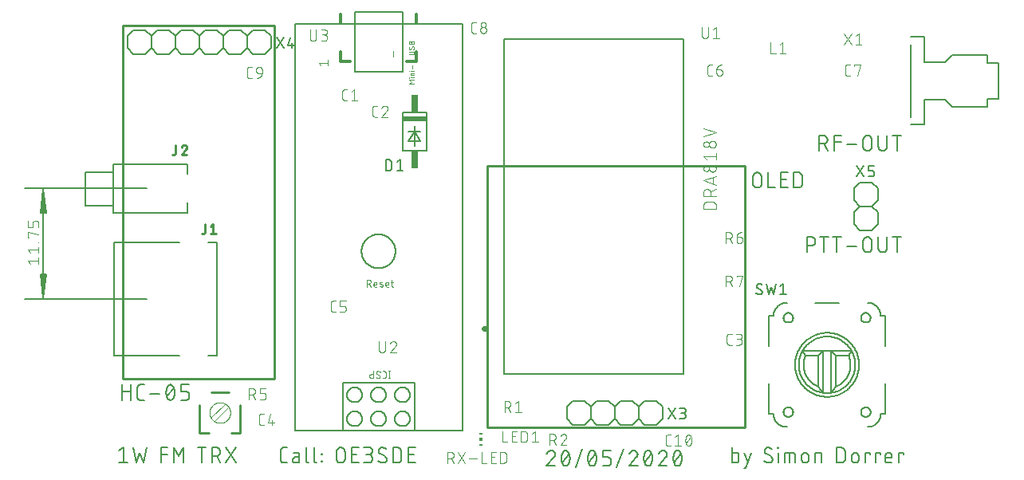
<source format=gbr>
G04 EAGLE Gerber RS-274X export*
G75*
%MOMM*%
%FSLAX34Y34*%
%LPD*%
%INSilkscreen Top*%
%IPPOS*%
%AMOC8*
5,1,8,0,0,1.08239X$1,22.5*%
G01*
%ADD10C,0.152400*%
%ADD11C,0.101600*%
%ADD12C,0.254000*%
%ADD13C,0.130000*%
%ADD14R,2.540000X0.508000*%
%ADD15R,0.762000X1.905000*%
%ADD16C,0.127000*%
%ADD17R,0.300000X0.150000*%
%ADD18R,0.300000X0.300000*%
%ADD19C,0.300000*%
%ADD20C,0.203200*%
%ADD21C,0.304800*%
%ADD22C,0.000000*%
%ADD23C,0.076200*%
%ADD24C,0.050800*%


D10*
X10287Y22931D02*
X14803Y26543D01*
X14803Y10287D01*
X19318Y10287D02*
X10287Y10287D01*
X28906Y10287D02*
X25293Y26543D01*
X32518Y21124D02*
X28906Y10287D01*
X36130Y10287D02*
X32518Y21124D01*
X39743Y26543D02*
X36130Y10287D01*
X54605Y10287D02*
X54605Y26543D01*
X61830Y26543D01*
X61830Y19318D02*
X54605Y19318D01*
X68262Y26543D02*
X68262Y10287D01*
X73680Y17512D02*
X68262Y26543D01*
X73680Y17512D02*
X79099Y26543D01*
X79099Y10287D01*
X98169Y10287D02*
X98169Y26543D01*
X93654Y26543D02*
X102685Y26543D01*
X108855Y26543D02*
X108855Y10287D01*
X108855Y26543D02*
X113371Y26543D01*
X113504Y26541D01*
X113636Y26535D01*
X113768Y26525D01*
X113900Y26512D01*
X114032Y26494D01*
X114162Y26473D01*
X114293Y26448D01*
X114422Y26419D01*
X114550Y26386D01*
X114678Y26350D01*
X114804Y26310D01*
X114929Y26266D01*
X115053Y26218D01*
X115175Y26167D01*
X115296Y26112D01*
X115415Y26054D01*
X115533Y25992D01*
X115648Y25927D01*
X115762Y25858D01*
X115873Y25787D01*
X115982Y25711D01*
X116089Y25633D01*
X116194Y25552D01*
X116296Y25467D01*
X116396Y25380D01*
X116493Y25290D01*
X116588Y25197D01*
X116679Y25101D01*
X116768Y25003D01*
X116854Y24902D01*
X116937Y24798D01*
X117017Y24692D01*
X117093Y24584D01*
X117167Y24474D01*
X117237Y24361D01*
X117304Y24247D01*
X117367Y24130D01*
X117427Y24012D01*
X117484Y23892D01*
X117537Y23770D01*
X117586Y23647D01*
X117632Y23523D01*
X117674Y23397D01*
X117712Y23270D01*
X117747Y23142D01*
X117778Y23013D01*
X117805Y22884D01*
X117828Y22753D01*
X117848Y22622D01*
X117863Y22490D01*
X117875Y22358D01*
X117883Y22226D01*
X117887Y22093D01*
X117887Y21961D01*
X117883Y21828D01*
X117875Y21696D01*
X117863Y21564D01*
X117848Y21432D01*
X117828Y21301D01*
X117805Y21170D01*
X117778Y21041D01*
X117747Y20912D01*
X117712Y20784D01*
X117674Y20657D01*
X117632Y20531D01*
X117586Y20407D01*
X117537Y20284D01*
X117484Y20162D01*
X117427Y20042D01*
X117367Y19924D01*
X117304Y19807D01*
X117237Y19693D01*
X117167Y19580D01*
X117093Y19470D01*
X117017Y19362D01*
X116937Y19256D01*
X116854Y19152D01*
X116768Y19051D01*
X116679Y18953D01*
X116588Y18857D01*
X116493Y18764D01*
X116396Y18674D01*
X116296Y18587D01*
X116194Y18502D01*
X116089Y18421D01*
X115982Y18343D01*
X115873Y18267D01*
X115762Y18196D01*
X115648Y18127D01*
X115533Y18062D01*
X115415Y18000D01*
X115296Y17942D01*
X115175Y17887D01*
X115053Y17836D01*
X114929Y17788D01*
X114804Y17744D01*
X114678Y17704D01*
X114550Y17668D01*
X114422Y17635D01*
X114293Y17606D01*
X114162Y17581D01*
X114032Y17560D01*
X113900Y17542D01*
X113768Y17529D01*
X113636Y17519D01*
X113504Y17513D01*
X113371Y17511D01*
X113371Y17512D02*
X108855Y17512D01*
X114274Y17512D02*
X117886Y10287D01*
X123492Y10287D02*
X134329Y26543D01*
X123492Y26543D02*
X134329Y10287D01*
X661162Y10287D02*
X661162Y26543D01*
X661162Y10287D02*
X665678Y10287D01*
X665782Y10289D01*
X665885Y10295D01*
X665989Y10305D01*
X666092Y10319D01*
X666194Y10337D01*
X666295Y10358D01*
X666396Y10384D01*
X666495Y10413D01*
X666594Y10446D01*
X666691Y10483D01*
X666786Y10524D01*
X666880Y10568D01*
X666972Y10616D01*
X667062Y10667D01*
X667151Y10722D01*
X667237Y10780D01*
X667320Y10842D01*
X667402Y10906D01*
X667480Y10974D01*
X667556Y11044D01*
X667630Y11117D01*
X667700Y11194D01*
X667768Y11272D01*
X667832Y11354D01*
X667894Y11437D01*
X667952Y11523D01*
X668007Y11612D01*
X668058Y11702D01*
X668106Y11794D01*
X668150Y11888D01*
X668191Y11983D01*
X668228Y12080D01*
X668261Y12179D01*
X668290Y12278D01*
X668316Y12379D01*
X668337Y12480D01*
X668355Y12582D01*
X668369Y12685D01*
X668379Y12789D01*
X668385Y12892D01*
X668387Y12996D01*
X668387Y18415D01*
X668385Y18516D01*
X668379Y18617D01*
X668370Y18718D01*
X668357Y18819D01*
X668340Y18919D01*
X668319Y19018D01*
X668295Y19116D01*
X668267Y19213D01*
X668235Y19310D01*
X668200Y19405D01*
X668161Y19498D01*
X668119Y19590D01*
X668073Y19681D01*
X668024Y19770D01*
X667972Y19856D01*
X667916Y19941D01*
X667858Y20024D01*
X667796Y20104D01*
X667731Y20182D01*
X667664Y20258D01*
X667594Y20331D01*
X667521Y20401D01*
X667445Y20468D01*
X667367Y20533D01*
X667287Y20595D01*
X667204Y20653D01*
X667119Y20709D01*
X667033Y20761D01*
X666944Y20810D01*
X666853Y20856D01*
X666761Y20898D01*
X666668Y20937D01*
X666573Y20972D01*
X666476Y21004D01*
X666379Y21032D01*
X666281Y21056D01*
X666182Y21077D01*
X666082Y21094D01*
X665981Y21107D01*
X665880Y21116D01*
X665779Y21122D01*
X665678Y21124D01*
X661162Y21124D01*
X674115Y4868D02*
X675921Y4868D01*
X681340Y21124D01*
X674115Y21124D02*
X677727Y10287D01*
X700514Y10287D02*
X700632Y10289D01*
X700750Y10295D01*
X700868Y10304D01*
X700985Y10318D01*
X701102Y10335D01*
X701219Y10356D01*
X701334Y10381D01*
X701449Y10410D01*
X701563Y10443D01*
X701675Y10479D01*
X701786Y10519D01*
X701896Y10562D01*
X702005Y10609D01*
X702112Y10659D01*
X702217Y10714D01*
X702320Y10771D01*
X702421Y10832D01*
X702521Y10896D01*
X702618Y10963D01*
X702713Y11033D01*
X702805Y11107D01*
X702896Y11183D01*
X702983Y11263D01*
X703068Y11345D01*
X703150Y11430D01*
X703230Y11517D01*
X703306Y11608D01*
X703380Y11700D01*
X703450Y11795D01*
X703517Y11892D01*
X703581Y11992D01*
X703642Y12093D01*
X703699Y12196D01*
X703754Y12301D01*
X703804Y12408D01*
X703851Y12517D01*
X703894Y12627D01*
X703934Y12738D01*
X703970Y12850D01*
X704003Y12964D01*
X704032Y13079D01*
X704057Y13194D01*
X704078Y13311D01*
X704095Y13428D01*
X704109Y13545D01*
X704118Y13663D01*
X704124Y13781D01*
X704126Y13899D01*
X700514Y10287D02*
X700331Y10289D01*
X700149Y10296D01*
X699967Y10307D01*
X699785Y10322D01*
X699603Y10342D01*
X699422Y10365D01*
X699242Y10394D01*
X699062Y10426D01*
X698883Y10463D01*
X698706Y10504D01*
X698529Y10550D01*
X698353Y10599D01*
X698179Y10653D01*
X698005Y10711D01*
X697834Y10773D01*
X697664Y10839D01*
X697495Y10910D01*
X697328Y10984D01*
X697163Y11062D01*
X697000Y11144D01*
X696839Y11230D01*
X696680Y11320D01*
X696523Y11414D01*
X696369Y11511D01*
X696217Y11612D01*
X696067Y11717D01*
X695920Y11825D01*
X695776Y11936D01*
X695634Y12051D01*
X695495Y12170D01*
X695359Y12292D01*
X695226Y12417D01*
X695096Y12545D01*
X695547Y22931D02*
X695549Y23049D01*
X695555Y23167D01*
X695564Y23285D01*
X695578Y23402D01*
X695595Y23519D01*
X695616Y23636D01*
X695641Y23751D01*
X695670Y23866D01*
X695703Y23980D01*
X695739Y24092D01*
X695779Y24203D01*
X695822Y24313D01*
X695869Y24422D01*
X695919Y24529D01*
X695974Y24634D01*
X696031Y24737D01*
X696092Y24838D01*
X696156Y24938D01*
X696223Y25035D01*
X696293Y25130D01*
X696367Y25222D01*
X696443Y25313D01*
X696523Y25400D01*
X696605Y25485D01*
X696690Y25567D01*
X696777Y25647D01*
X696868Y25723D01*
X696960Y25797D01*
X697055Y25867D01*
X697152Y25934D01*
X697252Y25998D01*
X697353Y26059D01*
X697456Y26117D01*
X697561Y26171D01*
X697668Y26221D01*
X697777Y26268D01*
X697887Y26312D01*
X697998Y26351D01*
X698111Y26387D01*
X698224Y26420D01*
X698339Y26449D01*
X698454Y26474D01*
X698571Y26495D01*
X698688Y26512D01*
X698805Y26526D01*
X698923Y26535D01*
X699041Y26541D01*
X699159Y26543D01*
X699320Y26541D01*
X699482Y26535D01*
X699643Y26526D01*
X699804Y26512D01*
X699964Y26495D01*
X700124Y26474D01*
X700284Y26449D01*
X700443Y26420D01*
X700601Y26388D01*
X700758Y26352D01*
X700914Y26312D01*
X701070Y26268D01*
X701224Y26220D01*
X701377Y26169D01*
X701529Y26115D01*
X701680Y26056D01*
X701829Y25995D01*
X701976Y25929D01*
X702122Y25860D01*
X702267Y25788D01*
X702409Y25712D01*
X702550Y25633D01*
X702689Y25551D01*
X702825Y25465D01*
X702960Y25376D01*
X703093Y25284D01*
X703223Y25188D01*
X697353Y19770D02*
X697252Y19832D01*
X697152Y19897D01*
X697055Y19966D01*
X696960Y20038D01*
X696867Y20112D01*
X696777Y20190D01*
X696689Y20271D01*
X696604Y20354D01*
X696522Y20440D01*
X696443Y20529D01*
X696366Y20620D01*
X696293Y20714D01*
X696222Y20810D01*
X696155Y20908D01*
X696091Y21008D01*
X696030Y21111D01*
X695973Y21215D01*
X695919Y21321D01*
X695869Y21429D01*
X695822Y21538D01*
X695778Y21649D01*
X695738Y21761D01*
X695702Y21875D01*
X695670Y21989D01*
X695641Y22105D01*
X695616Y22221D01*
X695595Y22338D01*
X695578Y22456D01*
X695564Y22574D01*
X695555Y22693D01*
X695549Y22812D01*
X695547Y22931D01*
X702321Y17060D02*
X702422Y16998D01*
X702522Y16933D01*
X702619Y16864D01*
X702714Y16792D01*
X702807Y16718D01*
X702897Y16640D01*
X702985Y16559D01*
X703070Y16476D01*
X703152Y16390D01*
X703231Y16301D01*
X703308Y16210D01*
X703381Y16116D01*
X703452Y16020D01*
X703519Y15922D01*
X703583Y15822D01*
X703644Y15719D01*
X703701Y15615D01*
X703755Y15509D01*
X703805Y15401D01*
X703852Y15292D01*
X703896Y15181D01*
X703936Y15069D01*
X703972Y14955D01*
X704004Y14841D01*
X704033Y14725D01*
X704058Y14609D01*
X704079Y14492D01*
X704096Y14374D01*
X704110Y14256D01*
X704119Y14137D01*
X704125Y14018D01*
X704127Y13899D01*
X702320Y17060D02*
X697353Y19770D01*
X710032Y21124D02*
X710032Y10287D01*
X709580Y25640D02*
X709580Y26543D01*
X710483Y26543D01*
X710483Y25640D01*
X709580Y25640D01*
X717118Y21124D02*
X717118Y10287D01*
X717118Y21124D02*
X725246Y21124D01*
X725347Y21122D01*
X725448Y21116D01*
X725549Y21107D01*
X725650Y21094D01*
X725750Y21077D01*
X725849Y21056D01*
X725947Y21032D01*
X726044Y21004D01*
X726141Y20972D01*
X726236Y20937D01*
X726329Y20898D01*
X726421Y20856D01*
X726512Y20810D01*
X726601Y20761D01*
X726687Y20709D01*
X726772Y20653D01*
X726855Y20595D01*
X726935Y20533D01*
X727013Y20468D01*
X727089Y20401D01*
X727162Y20331D01*
X727232Y20258D01*
X727299Y20182D01*
X727364Y20104D01*
X727426Y20024D01*
X727484Y19941D01*
X727540Y19856D01*
X727592Y19770D01*
X727641Y19681D01*
X727687Y19590D01*
X727729Y19498D01*
X727768Y19405D01*
X727803Y19310D01*
X727835Y19213D01*
X727863Y19116D01*
X727887Y19018D01*
X727908Y18919D01*
X727925Y18819D01*
X727938Y18718D01*
X727947Y18617D01*
X727953Y18516D01*
X727955Y18415D01*
X727955Y10287D01*
X722537Y10287D02*
X722537Y21124D01*
X735076Y17512D02*
X735076Y13899D01*
X735077Y17512D02*
X735079Y17631D01*
X735085Y17751D01*
X735095Y17870D01*
X735109Y17988D01*
X735126Y18107D01*
X735148Y18224D01*
X735173Y18341D01*
X735203Y18456D01*
X735236Y18571D01*
X735273Y18685D01*
X735313Y18797D01*
X735358Y18908D01*
X735406Y19017D01*
X735457Y19125D01*
X735512Y19231D01*
X735571Y19335D01*
X735633Y19437D01*
X735698Y19537D01*
X735767Y19635D01*
X735839Y19731D01*
X735914Y19824D01*
X735991Y19914D01*
X736072Y20002D01*
X736156Y20087D01*
X736243Y20169D01*
X736332Y20249D01*
X736424Y20325D01*
X736518Y20399D01*
X736615Y20469D01*
X736713Y20536D01*
X736814Y20600D01*
X736918Y20660D01*
X737023Y20717D01*
X737130Y20770D01*
X737238Y20820D01*
X737348Y20866D01*
X737460Y20908D01*
X737573Y20947D01*
X737687Y20982D01*
X737802Y21013D01*
X737919Y21041D01*
X738036Y21064D01*
X738153Y21084D01*
X738272Y21100D01*
X738391Y21112D01*
X738510Y21120D01*
X738629Y21124D01*
X738749Y21124D01*
X738868Y21120D01*
X738987Y21112D01*
X739106Y21100D01*
X739225Y21084D01*
X739342Y21064D01*
X739459Y21041D01*
X739576Y21013D01*
X739691Y20982D01*
X739805Y20947D01*
X739918Y20908D01*
X740030Y20866D01*
X740140Y20820D01*
X740248Y20770D01*
X740355Y20717D01*
X740460Y20660D01*
X740564Y20600D01*
X740665Y20536D01*
X740763Y20469D01*
X740860Y20399D01*
X740954Y20325D01*
X741046Y20249D01*
X741135Y20169D01*
X741222Y20087D01*
X741306Y20002D01*
X741387Y19914D01*
X741464Y19824D01*
X741539Y19731D01*
X741611Y19635D01*
X741680Y19537D01*
X741745Y19437D01*
X741807Y19335D01*
X741866Y19231D01*
X741921Y19125D01*
X741972Y19017D01*
X742020Y18908D01*
X742065Y18797D01*
X742105Y18685D01*
X742142Y18571D01*
X742175Y18456D01*
X742205Y18341D01*
X742230Y18224D01*
X742252Y18107D01*
X742269Y17988D01*
X742283Y17870D01*
X742293Y17751D01*
X742299Y17631D01*
X742301Y17512D01*
X742301Y13899D01*
X742299Y13780D01*
X742293Y13660D01*
X742283Y13541D01*
X742269Y13423D01*
X742252Y13304D01*
X742230Y13187D01*
X742205Y13070D01*
X742175Y12955D01*
X742142Y12840D01*
X742105Y12726D01*
X742065Y12614D01*
X742020Y12503D01*
X741972Y12394D01*
X741921Y12286D01*
X741866Y12180D01*
X741807Y12076D01*
X741745Y11974D01*
X741680Y11874D01*
X741611Y11776D01*
X741539Y11680D01*
X741464Y11587D01*
X741387Y11497D01*
X741306Y11409D01*
X741222Y11324D01*
X741135Y11242D01*
X741046Y11162D01*
X740954Y11086D01*
X740860Y11012D01*
X740763Y10942D01*
X740665Y10875D01*
X740564Y10811D01*
X740460Y10751D01*
X740355Y10694D01*
X740248Y10641D01*
X740140Y10591D01*
X740030Y10545D01*
X739918Y10503D01*
X739805Y10464D01*
X739691Y10429D01*
X739576Y10398D01*
X739459Y10370D01*
X739342Y10347D01*
X739225Y10327D01*
X739106Y10311D01*
X738987Y10299D01*
X738868Y10291D01*
X738749Y10287D01*
X738629Y10287D01*
X738510Y10291D01*
X738391Y10299D01*
X738272Y10311D01*
X738153Y10327D01*
X738036Y10347D01*
X737919Y10370D01*
X737802Y10398D01*
X737687Y10429D01*
X737573Y10464D01*
X737460Y10503D01*
X737348Y10545D01*
X737238Y10591D01*
X737130Y10641D01*
X737023Y10694D01*
X736918Y10751D01*
X736814Y10811D01*
X736713Y10875D01*
X736615Y10942D01*
X736518Y11012D01*
X736424Y11086D01*
X736332Y11162D01*
X736243Y11242D01*
X736156Y11324D01*
X736072Y11409D01*
X735991Y11497D01*
X735914Y11587D01*
X735839Y11680D01*
X735767Y11776D01*
X735698Y11874D01*
X735633Y11974D01*
X735571Y12076D01*
X735512Y12180D01*
X735457Y12286D01*
X735406Y12394D01*
X735358Y12503D01*
X735313Y12614D01*
X735273Y12726D01*
X735236Y12840D01*
X735203Y12955D01*
X735173Y13070D01*
X735148Y13187D01*
X735126Y13304D01*
X735109Y13423D01*
X735095Y13541D01*
X735085Y13660D01*
X735079Y13780D01*
X735077Y13899D01*
X749145Y10287D02*
X749145Y21124D01*
X753660Y21124D01*
X753764Y21122D01*
X753867Y21116D01*
X753971Y21106D01*
X754074Y21092D01*
X754176Y21074D01*
X754277Y21053D01*
X754378Y21027D01*
X754477Y20998D01*
X754576Y20965D01*
X754673Y20928D01*
X754768Y20887D01*
X754862Y20843D01*
X754954Y20795D01*
X755044Y20744D01*
X755133Y20689D01*
X755219Y20631D01*
X755302Y20569D01*
X755384Y20505D01*
X755462Y20437D01*
X755538Y20367D01*
X755612Y20294D01*
X755682Y20217D01*
X755750Y20139D01*
X755814Y20057D01*
X755876Y19974D01*
X755934Y19888D01*
X755989Y19799D01*
X756040Y19709D01*
X756088Y19617D01*
X756132Y19523D01*
X756173Y19428D01*
X756210Y19331D01*
X756243Y19232D01*
X756272Y19133D01*
X756298Y19032D01*
X756319Y18931D01*
X756337Y18829D01*
X756351Y18726D01*
X756361Y18622D01*
X756367Y18519D01*
X756369Y18415D01*
X756369Y10287D01*
X772209Y10287D02*
X772209Y26543D01*
X776725Y26543D01*
X776856Y26541D01*
X776988Y26535D01*
X777119Y26526D01*
X777249Y26512D01*
X777380Y26495D01*
X777509Y26474D01*
X777638Y26450D01*
X777766Y26421D01*
X777894Y26389D01*
X778020Y26353D01*
X778145Y26314D01*
X778270Y26271D01*
X778392Y26224D01*
X778514Y26174D01*
X778634Y26120D01*
X778752Y26063D01*
X778868Y26002D01*
X778983Y25938D01*
X779096Y25871D01*
X779207Y25800D01*
X779315Y25726D01*
X779422Y25649D01*
X779526Y25569D01*
X779628Y25486D01*
X779727Y25401D01*
X779824Y25312D01*
X779918Y25220D01*
X780010Y25126D01*
X780099Y25029D01*
X780184Y24930D01*
X780267Y24828D01*
X780347Y24724D01*
X780424Y24617D01*
X780498Y24509D01*
X780569Y24398D01*
X780636Y24285D01*
X780700Y24170D01*
X780761Y24054D01*
X780818Y23936D01*
X780872Y23816D01*
X780922Y23694D01*
X780969Y23572D01*
X781012Y23447D01*
X781051Y23322D01*
X781087Y23196D01*
X781119Y23068D01*
X781148Y22940D01*
X781172Y22811D01*
X781193Y22682D01*
X781210Y22551D01*
X781224Y22421D01*
X781233Y22290D01*
X781239Y22158D01*
X781241Y22027D01*
X781240Y22027D02*
X781240Y14803D01*
X781241Y14803D02*
X781239Y14672D01*
X781233Y14540D01*
X781224Y14409D01*
X781210Y14279D01*
X781193Y14148D01*
X781172Y14019D01*
X781148Y13890D01*
X781119Y13762D01*
X781087Y13634D01*
X781051Y13508D01*
X781012Y13383D01*
X780969Y13258D01*
X780922Y13136D01*
X780872Y13014D01*
X780818Y12894D01*
X780761Y12776D01*
X780700Y12660D01*
X780636Y12545D01*
X780569Y12432D01*
X780498Y12321D01*
X780424Y12213D01*
X780347Y12106D01*
X780267Y12002D01*
X780184Y11900D01*
X780099Y11801D01*
X780010Y11704D01*
X779918Y11610D01*
X779824Y11518D01*
X779727Y11429D01*
X779628Y11344D01*
X779526Y11261D01*
X779422Y11181D01*
X779315Y11104D01*
X779207Y11030D01*
X779096Y10959D01*
X778983Y10892D01*
X778868Y10828D01*
X778752Y10767D01*
X778634Y10710D01*
X778514Y10656D01*
X778392Y10606D01*
X778270Y10559D01*
X778145Y10516D01*
X778020Y10477D01*
X777894Y10441D01*
X777766Y10409D01*
X777638Y10380D01*
X777509Y10356D01*
X777379Y10335D01*
X777249Y10318D01*
X777119Y10304D01*
X776988Y10295D01*
X776856Y10289D01*
X776725Y10287D01*
X772209Y10287D01*
X788223Y13899D02*
X788223Y17512D01*
X788225Y17631D01*
X788231Y17751D01*
X788241Y17870D01*
X788255Y17988D01*
X788272Y18107D01*
X788294Y18224D01*
X788319Y18341D01*
X788349Y18456D01*
X788382Y18571D01*
X788419Y18685D01*
X788459Y18797D01*
X788504Y18908D01*
X788552Y19017D01*
X788603Y19125D01*
X788658Y19231D01*
X788717Y19335D01*
X788779Y19437D01*
X788844Y19537D01*
X788913Y19635D01*
X788985Y19731D01*
X789060Y19824D01*
X789137Y19914D01*
X789218Y20002D01*
X789302Y20087D01*
X789389Y20169D01*
X789478Y20249D01*
X789570Y20325D01*
X789664Y20399D01*
X789761Y20469D01*
X789859Y20536D01*
X789960Y20600D01*
X790064Y20660D01*
X790169Y20717D01*
X790276Y20770D01*
X790384Y20820D01*
X790494Y20866D01*
X790606Y20908D01*
X790719Y20947D01*
X790833Y20982D01*
X790948Y21013D01*
X791065Y21041D01*
X791182Y21064D01*
X791299Y21084D01*
X791418Y21100D01*
X791537Y21112D01*
X791656Y21120D01*
X791775Y21124D01*
X791895Y21124D01*
X792014Y21120D01*
X792133Y21112D01*
X792252Y21100D01*
X792371Y21084D01*
X792488Y21064D01*
X792605Y21041D01*
X792722Y21013D01*
X792837Y20982D01*
X792951Y20947D01*
X793064Y20908D01*
X793176Y20866D01*
X793286Y20820D01*
X793394Y20770D01*
X793501Y20717D01*
X793606Y20660D01*
X793710Y20600D01*
X793811Y20536D01*
X793909Y20469D01*
X794006Y20399D01*
X794100Y20325D01*
X794192Y20249D01*
X794281Y20169D01*
X794368Y20087D01*
X794452Y20002D01*
X794533Y19914D01*
X794610Y19824D01*
X794685Y19731D01*
X794757Y19635D01*
X794826Y19537D01*
X794891Y19437D01*
X794953Y19335D01*
X795012Y19231D01*
X795067Y19125D01*
X795118Y19017D01*
X795166Y18908D01*
X795211Y18797D01*
X795251Y18685D01*
X795288Y18571D01*
X795321Y18456D01*
X795351Y18341D01*
X795376Y18224D01*
X795398Y18107D01*
X795415Y17988D01*
X795429Y17870D01*
X795439Y17751D01*
X795445Y17631D01*
X795447Y17512D01*
X795448Y17512D02*
X795448Y13899D01*
X795447Y13899D02*
X795445Y13780D01*
X795439Y13660D01*
X795429Y13541D01*
X795415Y13423D01*
X795398Y13304D01*
X795376Y13187D01*
X795351Y13070D01*
X795321Y12955D01*
X795288Y12840D01*
X795251Y12726D01*
X795211Y12614D01*
X795166Y12503D01*
X795118Y12394D01*
X795067Y12286D01*
X795012Y12180D01*
X794953Y12076D01*
X794891Y11974D01*
X794826Y11874D01*
X794757Y11776D01*
X794685Y11680D01*
X794610Y11587D01*
X794533Y11497D01*
X794452Y11409D01*
X794368Y11324D01*
X794281Y11242D01*
X794192Y11162D01*
X794100Y11086D01*
X794006Y11012D01*
X793909Y10942D01*
X793811Y10875D01*
X793710Y10811D01*
X793606Y10751D01*
X793501Y10694D01*
X793394Y10641D01*
X793286Y10591D01*
X793176Y10545D01*
X793064Y10503D01*
X792951Y10464D01*
X792837Y10429D01*
X792722Y10398D01*
X792605Y10370D01*
X792488Y10347D01*
X792371Y10327D01*
X792252Y10311D01*
X792133Y10299D01*
X792014Y10291D01*
X791895Y10287D01*
X791775Y10287D01*
X791656Y10291D01*
X791537Y10299D01*
X791418Y10311D01*
X791299Y10327D01*
X791182Y10347D01*
X791065Y10370D01*
X790948Y10398D01*
X790833Y10429D01*
X790719Y10464D01*
X790606Y10503D01*
X790494Y10545D01*
X790384Y10591D01*
X790276Y10641D01*
X790169Y10694D01*
X790064Y10751D01*
X789960Y10811D01*
X789859Y10875D01*
X789761Y10942D01*
X789664Y11012D01*
X789570Y11086D01*
X789478Y11162D01*
X789389Y11242D01*
X789302Y11324D01*
X789218Y11409D01*
X789137Y11497D01*
X789060Y11587D01*
X788985Y11680D01*
X788913Y11776D01*
X788844Y11874D01*
X788779Y11974D01*
X788717Y12076D01*
X788658Y12180D01*
X788603Y12286D01*
X788552Y12394D01*
X788504Y12503D01*
X788459Y12614D01*
X788419Y12726D01*
X788382Y12840D01*
X788349Y12955D01*
X788319Y13070D01*
X788294Y13187D01*
X788272Y13304D01*
X788255Y13423D01*
X788241Y13541D01*
X788231Y13660D01*
X788225Y13780D01*
X788223Y13899D01*
X802376Y10287D02*
X802376Y21124D01*
X807794Y21124D01*
X807794Y19318D01*
X813317Y21124D02*
X813317Y10287D01*
X813317Y21124D02*
X818736Y21124D01*
X818736Y19318D01*
X826363Y10287D02*
X830878Y10287D01*
X826363Y10287D02*
X826262Y10289D01*
X826161Y10295D01*
X826060Y10304D01*
X825959Y10317D01*
X825859Y10334D01*
X825760Y10355D01*
X825662Y10379D01*
X825565Y10407D01*
X825468Y10439D01*
X825373Y10474D01*
X825280Y10513D01*
X825188Y10555D01*
X825097Y10601D01*
X825009Y10650D01*
X824922Y10702D01*
X824837Y10758D01*
X824754Y10816D01*
X824674Y10878D01*
X824596Y10943D01*
X824520Y11010D01*
X824447Y11080D01*
X824377Y11153D01*
X824310Y11229D01*
X824245Y11307D01*
X824183Y11387D01*
X824125Y11470D01*
X824069Y11555D01*
X824017Y11641D01*
X823968Y11730D01*
X823922Y11821D01*
X823880Y11913D01*
X823841Y12006D01*
X823806Y12101D01*
X823774Y12198D01*
X823746Y12295D01*
X823722Y12393D01*
X823701Y12492D01*
X823684Y12592D01*
X823671Y12693D01*
X823662Y12794D01*
X823656Y12895D01*
X823654Y12996D01*
X823653Y12996D02*
X823653Y17512D01*
X823654Y17512D02*
X823656Y17631D01*
X823662Y17751D01*
X823672Y17870D01*
X823686Y17988D01*
X823703Y18107D01*
X823725Y18224D01*
X823750Y18341D01*
X823780Y18456D01*
X823813Y18571D01*
X823850Y18685D01*
X823890Y18797D01*
X823935Y18908D01*
X823983Y19017D01*
X824034Y19125D01*
X824089Y19231D01*
X824148Y19335D01*
X824210Y19437D01*
X824275Y19537D01*
X824344Y19635D01*
X824416Y19731D01*
X824491Y19824D01*
X824568Y19914D01*
X824649Y20002D01*
X824733Y20087D01*
X824820Y20169D01*
X824909Y20249D01*
X825001Y20325D01*
X825095Y20399D01*
X825192Y20469D01*
X825290Y20536D01*
X825391Y20600D01*
X825495Y20660D01*
X825600Y20717D01*
X825707Y20770D01*
X825815Y20820D01*
X825925Y20866D01*
X826037Y20908D01*
X826150Y20947D01*
X826264Y20982D01*
X826379Y21013D01*
X826496Y21041D01*
X826613Y21064D01*
X826730Y21084D01*
X826849Y21100D01*
X826968Y21112D01*
X827087Y21120D01*
X827206Y21124D01*
X827326Y21124D01*
X827445Y21120D01*
X827564Y21112D01*
X827683Y21100D01*
X827802Y21084D01*
X827919Y21064D01*
X828036Y21041D01*
X828153Y21013D01*
X828268Y20982D01*
X828382Y20947D01*
X828495Y20908D01*
X828607Y20866D01*
X828717Y20820D01*
X828825Y20770D01*
X828932Y20717D01*
X829037Y20660D01*
X829141Y20600D01*
X829242Y20536D01*
X829340Y20469D01*
X829437Y20399D01*
X829531Y20325D01*
X829623Y20249D01*
X829712Y20169D01*
X829799Y20087D01*
X829883Y20002D01*
X829964Y19914D01*
X830041Y19824D01*
X830116Y19731D01*
X830188Y19635D01*
X830257Y19537D01*
X830322Y19437D01*
X830384Y19335D01*
X830443Y19231D01*
X830498Y19125D01*
X830549Y19017D01*
X830597Y18908D01*
X830642Y18797D01*
X830682Y18685D01*
X830719Y18571D01*
X830752Y18456D01*
X830782Y18341D01*
X830807Y18224D01*
X830829Y18107D01*
X830846Y17988D01*
X830860Y17870D01*
X830870Y17751D01*
X830876Y17631D01*
X830878Y17512D01*
X830878Y15706D01*
X823653Y15706D01*
X837806Y10287D02*
X837806Y21124D01*
X843225Y21124D01*
X843225Y19318D01*
X188962Y10287D02*
X185349Y10287D01*
X185231Y10289D01*
X185113Y10295D01*
X184995Y10304D01*
X184878Y10318D01*
X184761Y10335D01*
X184644Y10356D01*
X184529Y10381D01*
X184414Y10410D01*
X184300Y10443D01*
X184188Y10479D01*
X184077Y10519D01*
X183967Y10562D01*
X183858Y10609D01*
X183751Y10659D01*
X183646Y10714D01*
X183543Y10771D01*
X183442Y10832D01*
X183342Y10896D01*
X183245Y10963D01*
X183150Y11033D01*
X183058Y11107D01*
X182967Y11183D01*
X182880Y11263D01*
X182795Y11345D01*
X182713Y11430D01*
X182633Y11517D01*
X182557Y11608D01*
X182483Y11700D01*
X182413Y11795D01*
X182346Y11892D01*
X182282Y11992D01*
X182221Y12093D01*
X182164Y12196D01*
X182109Y12301D01*
X182059Y12408D01*
X182012Y12517D01*
X181969Y12627D01*
X181929Y12738D01*
X181893Y12850D01*
X181860Y12964D01*
X181831Y13079D01*
X181806Y13194D01*
X181785Y13311D01*
X181768Y13428D01*
X181754Y13545D01*
X181745Y13663D01*
X181739Y13781D01*
X181737Y13899D01*
X181737Y22931D01*
X181739Y23049D01*
X181745Y23167D01*
X181754Y23285D01*
X181768Y23402D01*
X181785Y23519D01*
X181806Y23636D01*
X181831Y23751D01*
X181860Y23866D01*
X181893Y23980D01*
X181929Y24092D01*
X181969Y24203D01*
X182012Y24313D01*
X182059Y24422D01*
X182109Y24529D01*
X182163Y24634D01*
X182221Y24737D01*
X182282Y24838D01*
X182346Y24938D01*
X182413Y25035D01*
X182483Y25130D01*
X182557Y25222D01*
X182633Y25313D01*
X182713Y25400D01*
X182795Y25485D01*
X182880Y25567D01*
X182967Y25647D01*
X183058Y25723D01*
X183150Y25797D01*
X183245Y25867D01*
X183342Y25934D01*
X183442Y25998D01*
X183543Y26059D01*
X183646Y26116D01*
X183751Y26170D01*
X183858Y26221D01*
X183967Y26268D01*
X184077Y26311D01*
X184188Y26351D01*
X184300Y26387D01*
X184414Y26420D01*
X184529Y26449D01*
X184644Y26474D01*
X184761Y26495D01*
X184878Y26512D01*
X184995Y26526D01*
X185113Y26535D01*
X185231Y26541D01*
X185349Y26543D01*
X188962Y26543D01*
X197751Y16609D02*
X201815Y16609D01*
X197751Y16609D02*
X197639Y16607D01*
X197528Y16601D01*
X197417Y16591D01*
X197306Y16578D01*
X197196Y16560D01*
X197087Y16538D01*
X196978Y16513D01*
X196870Y16484D01*
X196764Y16451D01*
X196658Y16414D01*
X196554Y16374D01*
X196452Y16330D01*
X196351Y16282D01*
X196252Y16231D01*
X196154Y16176D01*
X196059Y16118D01*
X195966Y16057D01*
X195875Y15992D01*
X195786Y15924D01*
X195700Y15853D01*
X195617Y15780D01*
X195536Y15703D01*
X195457Y15623D01*
X195382Y15541D01*
X195310Y15456D01*
X195240Y15369D01*
X195174Y15279D01*
X195111Y15187D01*
X195051Y15092D01*
X194995Y14996D01*
X194942Y14898D01*
X194893Y14798D01*
X194847Y14696D01*
X194805Y14593D01*
X194766Y14488D01*
X194731Y14382D01*
X194700Y14275D01*
X194673Y14167D01*
X194649Y14058D01*
X194630Y13948D01*
X194614Y13838D01*
X194602Y13727D01*
X194594Y13615D01*
X194590Y13504D01*
X194590Y13392D01*
X194594Y13281D01*
X194602Y13169D01*
X194614Y13058D01*
X194630Y12948D01*
X194649Y12838D01*
X194673Y12729D01*
X194700Y12621D01*
X194731Y12514D01*
X194766Y12408D01*
X194805Y12303D01*
X194847Y12200D01*
X194893Y12098D01*
X194942Y11998D01*
X194995Y11900D01*
X195051Y11804D01*
X195111Y11709D01*
X195174Y11617D01*
X195240Y11527D01*
X195310Y11440D01*
X195382Y11355D01*
X195457Y11273D01*
X195536Y11193D01*
X195617Y11116D01*
X195700Y11043D01*
X195786Y10972D01*
X195875Y10904D01*
X195966Y10839D01*
X196059Y10778D01*
X196154Y10720D01*
X196252Y10665D01*
X196351Y10614D01*
X196452Y10566D01*
X196554Y10522D01*
X196658Y10482D01*
X196764Y10445D01*
X196870Y10412D01*
X196978Y10383D01*
X197087Y10358D01*
X197196Y10336D01*
X197306Y10318D01*
X197417Y10305D01*
X197528Y10295D01*
X197639Y10289D01*
X197751Y10287D01*
X201815Y10287D01*
X201815Y18415D01*
X201813Y18516D01*
X201807Y18617D01*
X201798Y18718D01*
X201785Y18819D01*
X201768Y18919D01*
X201747Y19018D01*
X201723Y19116D01*
X201695Y19213D01*
X201663Y19310D01*
X201628Y19405D01*
X201589Y19498D01*
X201547Y19590D01*
X201501Y19681D01*
X201452Y19770D01*
X201400Y19856D01*
X201344Y19941D01*
X201286Y20024D01*
X201224Y20104D01*
X201159Y20182D01*
X201092Y20258D01*
X201022Y20331D01*
X200949Y20401D01*
X200873Y20468D01*
X200795Y20533D01*
X200715Y20595D01*
X200632Y20653D01*
X200547Y20709D01*
X200461Y20761D01*
X200372Y20810D01*
X200281Y20856D01*
X200189Y20898D01*
X200096Y20937D01*
X200001Y20972D01*
X199904Y21004D01*
X199807Y21032D01*
X199709Y21056D01*
X199610Y21077D01*
X199510Y21094D01*
X199409Y21107D01*
X199308Y21116D01*
X199207Y21122D01*
X199106Y21124D01*
X195493Y21124D01*
X208969Y26543D02*
X208969Y12996D01*
X208971Y12895D01*
X208977Y12794D01*
X208986Y12693D01*
X208999Y12592D01*
X209016Y12492D01*
X209037Y12393D01*
X209061Y12295D01*
X209089Y12198D01*
X209121Y12101D01*
X209156Y12006D01*
X209195Y11913D01*
X209237Y11821D01*
X209283Y11730D01*
X209332Y11641D01*
X209384Y11555D01*
X209440Y11470D01*
X209498Y11387D01*
X209560Y11307D01*
X209625Y11229D01*
X209692Y11153D01*
X209762Y11080D01*
X209835Y11010D01*
X209911Y10943D01*
X209989Y10878D01*
X210069Y10816D01*
X210152Y10758D01*
X210237Y10702D01*
X210324Y10650D01*
X210412Y10601D01*
X210503Y10555D01*
X210595Y10513D01*
X210688Y10474D01*
X210783Y10439D01*
X210880Y10407D01*
X210977Y10379D01*
X211075Y10355D01*
X211174Y10334D01*
X211274Y10317D01*
X211375Y10304D01*
X211476Y10295D01*
X211577Y10289D01*
X211678Y10287D01*
X217305Y12996D02*
X217305Y26543D01*
X217306Y12996D02*
X217308Y12895D01*
X217314Y12794D01*
X217323Y12693D01*
X217336Y12592D01*
X217353Y12492D01*
X217374Y12393D01*
X217398Y12295D01*
X217426Y12198D01*
X217458Y12101D01*
X217493Y12006D01*
X217532Y11913D01*
X217574Y11821D01*
X217620Y11730D01*
X217669Y11641D01*
X217721Y11555D01*
X217777Y11470D01*
X217835Y11387D01*
X217897Y11307D01*
X217962Y11229D01*
X218029Y11153D01*
X218099Y11080D01*
X218172Y11010D01*
X218248Y10943D01*
X218326Y10878D01*
X218406Y10816D01*
X218489Y10758D01*
X218574Y10702D01*
X218661Y10650D01*
X218749Y10601D01*
X218840Y10555D01*
X218932Y10513D01*
X219025Y10474D01*
X219120Y10439D01*
X219217Y10407D01*
X219314Y10379D01*
X219412Y10355D01*
X219511Y10334D01*
X219611Y10317D01*
X219712Y10304D01*
X219813Y10295D01*
X219914Y10289D01*
X220015Y10287D01*
X225440Y11642D02*
X225440Y12545D01*
X226343Y12545D01*
X226343Y11642D01*
X225440Y11642D01*
X225440Y18867D02*
X225440Y19770D01*
X226343Y19770D01*
X226343Y18867D01*
X225440Y18867D01*
X241175Y22027D02*
X241175Y14803D01*
X241175Y22027D02*
X241177Y22160D01*
X241183Y22292D01*
X241193Y22424D01*
X241206Y22556D01*
X241224Y22688D01*
X241245Y22818D01*
X241270Y22949D01*
X241299Y23078D01*
X241332Y23206D01*
X241368Y23334D01*
X241408Y23460D01*
X241452Y23585D01*
X241500Y23709D01*
X241551Y23831D01*
X241606Y23952D01*
X241664Y24071D01*
X241726Y24189D01*
X241791Y24304D01*
X241860Y24418D01*
X241931Y24529D01*
X242007Y24638D01*
X242085Y24745D01*
X242166Y24850D01*
X242251Y24952D01*
X242338Y25052D01*
X242428Y25149D01*
X242521Y25244D01*
X242617Y25335D01*
X242715Y25424D01*
X242816Y25510D01*
X242920Y25593D01*
X243026Y25673D01*
X243134Y25749D01*
X243244Y25823D01*
X243357Y25893D01*
X243471Y25960D01*
X243588Y26023D01*
X243706Y26083D01*
X243826Y26140D01*
X243948Y26193D01*
X244071Y26242D01*
X244195Y26288D01*
X244321Y26330D01*
X244448Y26368D01*
X244576Y26403D01*
X244705Y26434D01*
X244834Y26461D01*
X244965Y26484D01*
X245096Y26504D01*
X245228Y26519D01*
X245360Y26531D01*
X245492Y26539D01*
X245625Y26543D01*
X245757Y26543D01*
X245890Y26539D01*
X246022Y26531D01*
X246154Y26519D01*
X246286Y26504D01*
X246417Y26484D01*
X246548Y26461D01*
X246677Y26434D01*
X246806Y26403D01*
X246934Y26368D01*
X247061Y26330D01*
X247187Y26288D01*
X247311Y26242D01*
X247434Y26193D01*
X247556Y26140D01*
X247676Y26083D01*
X247794Y26023D01*
X247911Y25960D01*
X248025Y25893D01*
X248138Y25823D01*
X248248Y25749D01*
X248356Y25673D01*
X248462Y25593D01*
X248566Y25510D01*
X248667Y25424D01*
X248765Y25335D01*
X248861Y25244D01*
X248954Y25149D01*
X249044Y25052D01*
X249131Y24952D01*
X249216Y24850D01*
X249297Y24745D01*
X249375Y24638D01*
X249451Y24529D01*
X249522Y24418D01*
X249591Y24304D01*
X249656Y24189D01*
X249718Y24071D01*
X249776Y23952D01*
X249831Y23831D01*
X249882Y23709D01*
X249930Y23585D01*
X249974Y23460D01*
X250014Y23334D01*
X250050Y23206D01*
X250083Y23078D01*
X250112Y22949D01*
X250137Y22818D01*
X250158Y22688D01*
X250176Y22556D01*
X250189Y22424D01*
X250199Y22292D01*
X250205Y22160D01*
X250207Y22027D01*
X250206Y22027D02*
X250206Y14803D01*
X250207Y14803D02*
X250205Y14670D01*
X250199Y14538D01*
X250189Y14406D01*
X250176Y14274D01*
X250158Y14142D01*
X250137Y14012D01*
X250112Y13881D01*
X250083Y13752D01*
X250050Y13624D01*
X250014Y13496D01*
X249974Y13370D01*
X249930Y13245D01*
X249882Y13121D01*
X249831Y12999D01*
X249776Y12878D01*
X249718Y12759D01*
X249656Y12641D01*
X249591Y12526D01*
X249522Y12412D01*
X249451Y12301D01*
X249375Y12192D01*
X249297Y12085D01*
X249216Y11980D01*
X249131Y11878D01*
X249044Y11778D01*
X248954Y11681D01*
X248861Y11586D01*
X248765Y11495D01*
X248667Y11406D01*
X248566Y11320D01*
X248462Y11237D01*
X248356Y11157D01*
X248248Y11081D01*
X248138Y11007D01*
X248025Y10937D01*
X247911Y10870D01*
X247794Y10807D01*
X247676Y10747D01*
X247556Y10690D01*
X247434Y10637D01*
X247311Y10588D01*
X247187Y10542D01*
X247061Y10500D01*
X246934Y10462D01*
X246806Y10427D01*
X246677Y10396D01*
X246548Y10369D01*
X246417Y10346D01*
X246286Y10326D01*
X246154Y10311D01*
X246022Y10299D01*
X245890Y10291D01*
X245757Y10287D01*
X245625Y10287D01*
X245492Y10291D01*
X245360Y10299D01*
X245228Y10311D01*
X245096Y10326D01*
X244965Y10346D01*
X244834Y10369D01*
X244705Y10396D01*
X244576Y10427D01*
X244448Y10462D01*
X244321Y10500D01*
X244195Y10542D01*
X244071Y10588D01*
X243948Y10637D01*
X243826Y10690D01*
X243706Y10747D01*
X243588Y10807D01*
X243471Y10870D01*
X243357Y10937D01*
X243244Y11007D01*
X243134Y11081D01*
X243026Y11157D01*
X242920Y11237D01*
X242816Y11320D01*
X242715Y11406D01*
X242617Y11495D01*
X242521Y11586D01*
X242428Y11681D01*
X242338Y11778D01*
X242251Y11878D01*
X242166Y11980D01*
X242085Y12085D01*
X242007Y12192D01*
X241931Y12301D01*
X241860Y12412D01*
X241791Y12526D01*
X241726Y12641D01*
X241664Y12759D01*
X241606Y12878D01*
X241551Y12999D01*
X241500Y13121D01*
X241452Y13245D01*
X241408Y13370D01*
X241368Y13496D01*
X241332Y13624D01*
X241299Y13752D01*
X241270Y13881D01*
X241245Y14012D01*
X241224Y14142D01*
X241206Y14274D01*
X241193Y14406D01*
X241183Y14538D01*
X241177Y14670D01*
X241175Y14803D01*
X257357Y10287D02*
X264582Y10287D01*
X257357Y10287D02*
X257357Y26543D01*
X264582Y26543D01*
X262776Y19318D02*
X257357Y19318D01*
X270353Y10287D02*
X274869Y10287D01*
X275002Y10289D01*
X275134Y10295D01*
X275266Y10305D01*
X275398Y10318D01*
X275530Y10336D01*
X275660Y10357D01*
X275791Y10382D01*
X275920Y10411D01*
X276048Y10444D01*
X276176Y10480D01*
X276302Y10520D01*
X276427Y10564D01*
X276551Y10612D01*
X276673Y10663D01*
X276794Y10718D01*
X276913Y10776D01*
X277031Y10838D01*
X277146Y10903D01*
X277260Y10972D01*
X277371Y11043D01*
X277480Y11119D01*
X277587Y11197D01*
X277692Y11278D01*
X277794Y11363D01*
X277894Y11450D01*
X277991Y11540D01*
X278086Y11633D01*
X278177Y11729D01*
X278266Y11827D01*
X278352Y11928D01*
X278435Y12032D01*
X278515Y12138D01*
X278591Y12246D01*
X278665Y12356D01*
X278735Y12469D01*
X278802Y12583D01*
X278865Y12700D01*
X278925Y12818D01*
X278982Y12938D01*
X279035Y13060D01*
X279084Y13183D01*
X279130Y13307D01*
X279172Y13433D01*
X279210Y13560D01*
X279245Y13688D01*
X279276Y13817D01*
X279303Y13946D01*
X279326Y14077D01*
X279346Y14208D01*
X279361Y14340D01*
X279373Y14472D01*
X279381Y14604D01*
X279385Y14737D01*
X279385Y14869D01*
X279381Y15002D01*
X279373Y15134D01*
X279361Y15266D01*
X279346Y15398D01*
X279326Y15529D01*
X279303Y15660D01*
X279276Y15789D01*
X279245Y15918D01*
X279210Y16046D01*
X279172Y16173D01*
X279130Y16299D01*
X279084Y16423D01*
X279035Y16546D01*
X278982Y16668D01*
X278925Y16788D01*
X278865Y16906D01*
X278802Y17023D01*
X278735Y17137D01*
X278665Y17250D01*
X278591Y17360D01*
X278515Y17468D01*
X278435Y17574D01*
X278352Y17678D01*
X278266Y17779D01*
X278177Y17877D01*
X278086Y17973D01*
X277991Y18066D01*
X277894Y18156D01*
X277794Y18243D01*
X277692Y18328D01*
X277587Y18409D01*
X277480Y18487D01*
X277371Y18563D01*
X277260Y18634D01*
X277146Y18703D01*
X277031Y18768D01*
X276913Y18830D01*
X276794Y18888D01*
X276673Y18943D01*
X276551Y18994D01*
X276427Y19042D01*
X276302Y19086D01*
X276176Y19126D01*
X276048Y19162D01*
X275920Y19195D01*
X275791Y19224D01*
X275660Y19249D01*
X275530Y19270D01*
X275398Y19288D01*
X275266Y19301D01*
X275134Y19311D01*
X275002Y19317D01*
X274869Y19319D01*
X275772Y26543D02*
X270353Y26543D01*
X275772Y26543D02*
X275891Y26541D01*
X276011Y26535D01*
X276130Y26525D01*
X276248Y26511D01*
X276367Y26494D01*
X276484Y26472D01*
X276601Y26447D01*
X276716Y26417D01*
X276831Y26384D01*
X276945Y26347D01*
X277057Y26307D01*
X277168Y26262D01*
X277277Y26214D01*
X277385Y26163D01*
X277491Y26108D01*
X277595Y26049D01*
X277697Y25987D01*
X277797Y25922D01*
X277895Y25853D01*
X277991Y25781D01*
X278084Y25706D01*
X278174Y25629D01*
X278262Y25548D01*
X278347Y25464D01*
X278429Y25377D01*
X278509Y25288D01*
X278585Y25196D01*
X278659Y25102D01*
X278729Y25005D01*
X278796Y24907D01*
X278860Y24806D01*
X278920Y24702D01*
X278977Y24597D01*
X279030Y24490D01*
X279080Y24382D01*
X279126Y24272D01*
X279168Y24160D01*
X279207Y24047D01*
X279242Y23933D01*
X279273Y23818D01*
X279301Y23701D01*
X279324Y23584D01*
X279344Y23467D01*
X279360Y23348D01*
X279372Y23229D01*
X279380Y23110D01*
X279384Y22991D01*
X279384Y22871D01*
X279380Y22752D01*
X279372Y22633D01*
X279360Y22514D01*
X279344Y22395D01*
X279324Y22278D01*
X279301Y22161D01*
X279273Y22044D01*
X279242Y21929D01*
X279207Y21815D01*
X279168Y21702D01*
X279126Y21590D01*
X279080Y21480D01*
X279030Y21372D01*
X278977Y21265D01*
X278920Y21160D01*
X278860Y21056D01*
X278796Y20955D01*
X278729Y20857D01*
X278659Y20760D01*
X278585Y20666D01*
X278509Y20574D01*
X278429Y20485D01*
X278347Y20398D01*
X278262Y20314D01*
X278174Y20233D01*
X278084Y20156D01*
X277991Y20081D01*
X277895Y20009D01*
X277797Y19940D01*
X277697Y19875D01*
X277595Y19813D01*
X277491Y19754D01*
X277385Y19699D01*
X277277Y19648D01*
X277168Y19600D01*
X277057Y19555D01*
X276945Y19515D01*
X276831Y19478D01*
X276716Y19445D01*
X276601Y19415D01*
X276484Y19390D01*
X276367Y19368D01*
X276248Y19351D01*
X276130Y19337D01*
X276011Y19327D01*
X275891Y19321D01*
X275772Y19319D01*
X275772Y19318D02*
X272160Y19318D01*
X290882Y10287D02*
X291000Y10289D01*
X291118Y10295D01*
X291236Y10304D01*
X291353Y10318D01*
X291470Y10335D01*
X291587Y10356D01*
X291702Y10381D01*
X291817Y10410D01*
X291931Y10443D01*
X292043Y10479D01*
X292154Y10519D01*
X292264Y10562D01*
X292373Y10609D01*
X292480Y10659D01*
X292585Y10714D01*
X292688Y10771D01*
X292789Y10832D01*
X292889Y10896D01*
X292986Y10963D01*
X293081Y11033D01*
X293173Y11107D01*
X293264Y11183D01*
X293351Y11263D01*
X293436Y11345D01*
X293518Y11430D01*
X293598Y11517D01*
X293674Y11608D01*
X293748Y11700D01*
X293818Y11795D01*
X293885Y11892D01*
X293949Y11992D01*
X294010Y12093D01*
X294067Y12196D01*
X294122Y12301D01*
X294172Y12408D01*
X294219Y12517D01*
X294262Y12627D01*
X294302Y12738D01*
X294338Y12850D01*
X294371Y12964D01*
X294400Y13079D01*
X294425Y13194D01*
X294446Y13311D01*
X294463Y13428D01*
X294477Y13545D01*
X294486Y13663D01*
X294492Y13781D01*
X294494Y13899D01*
X290882Y10287D02*
X290699Y10289D01*
X290517Y10296D01*
X290335Y10307D01*
X290153Y10322D01*
X289971Y10342D01*
X289790Y10365D01*
X289610Y10394D01*
X289430Y10426D01*
X289251Y10463D01*
X289074Y10504D01*
X288897Y10550D01*
X288721Y10599D01*
X288547Y10653D01*
X288373Y10711D01*
X288202Y10773D01*
X288032Y10839D01*
X287863Y10910D01*
X287696Y10984D01*
X287531Y11062D01*
X287368Y11144D01*
X287207Y11230D01*
X287048Y11320D01*
X286891Y11414D01*
X286737Y11511D01*
X286585Y11612D01*
X286435Y11717D01*
X286288Y11825D01*
X286144Y11936D01*
X286002Y12051D01*
X285863Y12170D01*
X285727Y12292D01*
X285594Y12417D01*
X285464Y12545D01*
X285916Y22931D02*
X285918Y23049D01*
X285924Y23167D01*
X285933Y23285D01*
X285947Y23402D01*
X285964Y23519D01*
X285985Y23636D01*
X286010Y23751D01*
X286039Y23866D01*
X286072Y23980D01*
X286108Y24092D01*
X286148Y24203D01*
X286191Y24313D01*
X286238Y24422D01*
X286288Y24529D01*
X286343Y24634D01*
X286400Y24737D01*
X286461Y24838D01*
X286525Y24938D01*
X286592Y25035D01*
X286662Y25130D01*
X286736Y25222D01*
X286812Y25313D01*
X286892Y25400D01*
X286974Y25485D01*
X287059Y25567D01*
X287146Y25647D01*
X287237Y25723D01*
X287329Y25797D01*
X287424Y25867D01*
X287521Y25934D01*
X287621Y25998D01*
X287722Y26059D01*
X287825Y26117D01*
X287930Y26171D01*
X288037Y26221D01*
X288146Y26268D01*
X288256Y26312D01*
X288367Y26351D01*
X288480Y26387D01*
X288593Y26420D01*
X288708Y26449D01*
X288823Y26474D01*
X288940Y26495D01*
X289057Y26512D01*
X289174Y26526D01*
X289292Y26535D01*
X289410Y26541D01*
X289528Y26543D01*
X289527Y26543D02*
X289688Y26541D01*
X289850Y26535D01*
X290011Y26526D01*
X290172Y26512D01*
X290332Y26495D01*
X290492Y26474D01*
X290652Y26449D01*
X290811Y26420D01*
X290969Y26388D01*
X291126Y26352D01*
X291282Y26312D01*
X291438Y26268D01*
X291592Y26220D01*
X291745Y26169D01*
X291897Y26115D01*
X292048Y26056D01*
X292197Y25995D01*
X292344Y25929D01*
X292490Y25860D01*
X292635Y25788D01*
X292777Y25712D01*
X292918Y25633D01*
X293057Y25551D01*
X293193Y25465D01*
X293328Y25376D01*
X293461Y25284D01*
X293591Y25188D01*
X287721Y19770D02*
X287620Y19832D01*
X287520Y19897D01*
X287423Y19966D01*
X287328Y20038D01*
X287235Y20112D01*
X287145Y20190D01*
X287057Y20271D01*
X286972Y20354D01*
X286890Y20440D01*
X286811Y20529D01*
X286734Y20620D01*
X286661Y20714D01*
X286590Y20810D01*
X286523Y20908D01*
X286459Y21008D01*
X286398Y21111D01*
X286341Y21215D01*
X286287Y21321D01*
X286237Y21429D01*
X286190Y21538D01*
X286146Y21649D01*
X286106Y21761D01*
X286070Y21875D01*
X286038Y21989D01*
X286009Y22105D01*
X285984Y22221D01*
X285963Y22338D01*
X285946Y22456D01*
X285932Y22574D01*
X285923Y22693D01*
X285917Y22812D01*
X285915Y22931D01*
X292689Y17060D02*
X292790Y16998D01*
X292890Y16933D01*
X292987Y16864D01*
X293082Y16792D01*
X293175Y16718D01*
X293265Y16640D01*
X293353Y16559D01*
X293438Y16476D01*
X293520Y16390D01*
X293599Y16301D01*
X293676Y16210D01*
X293749Y16116D01*
X293820Y16020D01*
X293887Y15922D01*
X293951Y15822D01*
X294012Y15719D01*
X294069Y15615D01*
X294123Y15509D01*
X294173Y15401D01*
X294220Y15292D01*
X294264Y15181D01*
X294304Y15069D01*
X294340Y14955D01*
X294372Y14841D01*
X294401Y14725D01*
X294426Y14609D01*
X294447Y14492D01*
X294464Y14374D01*
X294478Y14256D01*
X294487Y14137D01*
X294493Y14018D01*
X294495Y13899D01*
X292688Y17060D02*
X287721Y19770D01*
X301095Y26543D02*
X301095Y10287D01*
X301095Y26543D02*
X305610Y26543D01*
X305741Y26541D01*
X305873Y26535D01*
X306004Y26526D01*
X306134Y26512D01*
X306265Y26495D01*
X306394Y26474D01*
X306523Y26450D01*
X306651Y26421D01*
X306779Y26389D01*
X306905Y26353D01*
X307030Y26314D01*
X307155Y26271D01*
X307277Y26224D01*
X307399Y26174D01*
X307519Y26120D01*
X307637Y26063D01*
X307753Y26002D01*
X307868Y25938D01*
X307981Y25871D01*
X308092Y25800D01*
X308200Y25726D01*
X308307Y25649D01*
X308411Y25569D01*
X308513Y25486D01*
X308612Y25401D01*
X308709Y25312D01*
X308803Y25220D01*
X308895Y25126D01*
X308984Y25029D01*
X309069Y24930D01*
X309152Y24828D01*
X309232Y24724D01*
X309309Y24617D01*
X309383Y24509D01*
X309454Y24398D01*
X309521Y24285D01*
X309585Y24170D01*
X309646Y24054D01*
X309703Y23936D01*
X309757Y23816D01*
X309807Y23694D01*
X309854Y23572D01*
X309897Y23447D01*
X309936Y23322D01*
X309972Y23196D01*
X310004Y23068D01*
X310033Y22940D01*
X310057Y22811D01*
X310078Y22682D01*
X310095Y22551D01*
X310109Y22421D01*
X310118Y22290D01*
X310124Y22158D01*
X310126Y22027D01*
X310126Y14803D01*
X310124Y14672D01*
X310118Y14540D01*
X310109Y14409D01*
X310095Y14279D01*
X310078Y14148D01*
X310057Y14019D01*
X310033Y13890D01*
X310004Y13762D01*
X309972Y13634D01*
X309936Y13508D01*
X309897Y13383D01*
X309854Y13258D01*
X309807Y13136D01*
X309757Y13014D01*
X309703Y12894D01*
X309646Y12776D01*
X309585Y12660D01*
X309521Y12545D01*
X309454Y12432D01*
X309383Y12321D01*
X309309Y12213D01*
X309232Y12106D01*
X309152Y12002D01*
X309069Y11900D01*
X308984Y11801D01*
X308895Y11704D01*
X308803Y11610D01*
X308709Y11518D01*
X308612Y11429D01*
X308513Y11344D01*
X308411Y11261D01*
X308307Y11181D01*
X308200Y11104D01*
X308092Y11030D01*
X307981Y10959D01*
X307868Y10892D01*
X307753Y10828D01*
X307637Y10767D01*
X307519Y10710D01*
X307399Y10656D01*
X307277Y10606D01*
X307155Y10559D01*
X307030Y10516D01*
X306905Y10477D01*
X306779Y10441D01*
X306651Y10409D01*
X306523Y10380D01*
X306394Y10356D01*
X306264Y10335D01*
X306134Y10318D01*
X306004Y10304D01*
X305873Y10295D01*
X305741Y10289D01*
X305610Y10287D01*
X301095Y10287D01*
X317798Y10287D02*
X325023Y10287D01*
X317798Y10287D02*
X317798Y26543D01*
X325023Y26543D01*
X323217Y19318D02*
X317798Y19318D01*
X469279Y23368D02*
X469404Y23366D01*
X469529Y23360D01*
X469654Y23351D01*
X469778Y23337D01*
X469902Y23320D01*
X470026Y23299D01*
X470148Y23274D01*
X470270Y23245D01*
X470391Y23213D01*
X470511Y23177D01*
X470630Y23137D01*
X470747Y23094D01*
X470863Y23047D01*
X470978Y22996D01*
X471090Y22942D01*
X471202Y22884D01*
X471311Y22824D01*
X471418Y22759D01*
X471524Y22692D01*
X471627Y22621D01*
X471728Y22547D01*
X471827Y22470D01*
X471923Y22390D01*
X472017Y22307D01*
X472108Y22222D01*
X472197Y22133D01*
X472282Y22042D01*
X472365Y21948D01*
X472445Y21852D01*
X472522Y21753D01*
X472596Y21652D01*
X472667Y21549D01*
X472734Y21443D01*
X472799Y21336D01*
X472859Y21227D01*
X472917Y21115D01*
X472971Y21003D01*
X473022Y20888D01*
X473069Y20772D01*
X473112Y20655D01*
X473152Y20536D01*
X473188Y20416D01*
X473220Y20295D01*
X473249Y20173D01*
X473274Y20051D01*
X473295Y19927D01*
X473312Y19803D01*
X473326Y19679D01*
X473335Y19554D01*
X473341Y19429D01*
X473343Y19304D01*
X469279Y23368D02*
X469136Y23366D01*
X468994Y23360D01*
X468851Y23350D01*
X468709Y23337D01*
X468568Y23319D01*
X468426Y23298D01*
X468286Y23273D01*
X468146Y23244D01*
X468007Y23211D01*
X467869Y23174D01*
X467732Y23134D01*
X467597Y23090D01*
X467462Y23042D01*
X467329Y22990D01*
X467197Y22935D01*
X467067Y22876D01*
X466939Y22814D01*
X466812Y22748D01*
X466687Y22679D01*
X466564Y22607D01*
X466444Y22531D01*
X466325Y22452D01*
X466208Y22369D01*
X466094Y22284D01*
X465982Y22195D01*
X465873Y22104D01*
X465766Y22009D01*
X465661Y21912D01*
X465560Y21811D01*
X465461Y21708D01*
X465365Y21603D01*
X465272Y21494D01*
X465182Y21383D01*
X465095Y21270D01*
X465011Y21155D01*
X464931Y21037D01*
X464853Y20917D01*
X464779Y20795D01*
X464709Y20671D01*
X464641Y20545D01*
X464578Y20417D01*
X464517Y20288D01*
X464460Y20157D01*
X464407Y20025D01*
X464358Y19891D01*
X464312Y19756D01*
X471988Y16143D02*
X472082Y16235D01*
X472172Y16329D01*
X472260Y16426D01*
X472345Y16526D01*
X472427Y16628D01*
X472506Y16733D01*
X472581Y16840D01*
X472653Y16949D01*
X472722Y17060D01*
X472788Y17174D01*
X472850Y17289D01*
X472909Y17406D01*
X472964Y17525D01*
X473015Y17645D01*
X473063Y17767D01*
X473108Y17890D01*
X473148Y18014D01*
X473185Y18140D01*
X473218Y18267D01*
X473247Y18394D01*
X473273Y18523D01*
X473294Y18652D01*
X473312Y18782D01*
X473325Y18912D01*
X473335Y19042D01*
X473341Y19173D01*
X473343Y19304D01*
X471988Y16143D02*
X464312Y7112D01*
X473343Y7112D01*
X479943Y15240D02*
X479947Y15560D01*
X479958Y15879D01*
X479977Y16199D01*
X480004Y16517D01*
X480038Y16835D01*
X480080Y17152D01*
X480130Y17468D01*
X480187Y17783D01*
X480251Y18096D01*
X480323Y18408D01*
X480402Y18718D01*
X480489Y19025D01*
X480583Y19331D01*
X480684Y19634D01*
X480793Y19935D01*
X480908Y20233D01*
X481031Y20529D01*
X481161Y20821D01*
X481298Y21110D01*
X481298Y21111D02*
X481337Y21219D01*
X481380Y21326D01*
X481426Y21431D01*
X481477Y21535D01*
X481530Y21637D01*
X481587Y21737D01*
X481648Y21835D01*
X481712Y21930D01*
X481779Y22024D01*
X481850Y22115D01*
X481923Y22204D01*
X482000Y22290D01*
X482079Y22373D01*
X482161Y22454D01*
X482246Y22532D01*
X482334Y22606D01*
X482424Y22678D01*
X482516Y22746D01*
X482611Y22812D01*
X482708Y22874D01*
X482807Y22932D01*
X482909Y22988D01*
X483011Y23039D01*
X483116Y23087D01*
X483222Y23132D01*
X483330Y23173D01*
X483439Y23210D01*
X483549Y23243D01*
X483661Y23272D01*
X483773Y23298D01*
X483886Y23320D01*
X484000Y23337D01*
X484114Y23351D01*
X484229Y23361D01*
X484344Y23367D01*
X484459Y23369D01*
X484459Y23368D02*
X484574Y23366D01*
X484689Y23360D01*
X484804Y23350D01*
X484918Y23336D01*
X485032Y23319D01*
X485145Y23297D01*
X485257Y23271D01*
X485369Y23242D01*
X485479Y23209D01*
X485588Y23172D01*
X485696Y23131D01*
X485802Y23086D01*
X485907Y23038D01*
X486009Y22987D01*
X486110Y22931D01*
X486210Y22873D01*
X486307Y22811D01*
X486401Y22746D01*
X486494Y22677D01*
X486584Y22605D01*
X486672Y22531D01*
X486757Y22453D01*
X486839Y22372D01*
X486918Y22289D01*
X486995Y22203D01*
X487068Y22114D01*
X487139Y22023D01*
X487206Y21929D01*
X487270Y21834D01*
X487331Y21736D01*
X487388Y21636D01*
X487441Y21534D01*
X487492Y21430D01*
X487538Y21325D01*
X487581Y21218D01*
X487620Y21110D01*
X487619Y21110D02*
X487756Y20821D01*
X487886Y20529D01*
X488009Y20233D01*
X488124Y19935D01*
X488233Y19634D01*
X488334Y19331D01*
X488428Y19025D01*
X488515Y18718D01*
X488594Y18408D01*
X488666Y18096D01*
X488730Y17783D01*
X488787Y17468D01*
X488837Y17152D01*
X488879Y16835D01*
X488913Y16517D01*
X488940Y16199D01*
X488959Y15879D01*
X488970Y15560D01*
X488974Y15240D01*
X479944Y15240D02*
X479948Y14920D01*
X479959Y14601D01*
X479978Y14281D01*
X480005Y13963D01*
X480039Y13645D01*
X480081Y13328D01*
X480131Y13012D01*
X480188Y12697D01*
X480252Y12384D01*
X480324Y12072D01*
X480403Y11762D01*
X480490Y11455D01*
X480584Y11149D01*
X480685Y10846D01*
X480794Y10545D01*
X480909Y10247D01*
X481032Y9951D01*
X481162Y9659D01*
X481299Y9370D01*
X481298Y9370D02*
X481337Y9262D01*
X481380Y9155D01*
X481426Y9050D01*
X481477Y8946D01*
X481530Y8844D01*
X481587Y8744D01*
X481648Y8646D01*
X481712Y8551D01*
X481779Y8457D01*
X481850Y8366D01*
X481923Y8277D01*
X482000Y8191D01*
X482079Y8108D01*
X482161Y8027D01*
X482246Y7949D01*
X482334Y7875D01*
X482424Y7803D01*
X482517Y7734D01*
X482611Y7669D01*
X482708Y7607D01*
X482808Y7549D01*
X482909Y7493D01*
X483011Y7442D01*
X483116Y7394D01*
X483222Y7349D01*
X483330Y7308D01*
X483439Y7271D01*
X483549Y7238D01*
X483661Y7209D01*
X483773Y7183D01*
X483886Y7161D01*
X484000Y7144D01*
X484114Y7130D01*
X484229Y7120D01*
X484344Y7114D01*
X484459Y7112D01*
X487619Y9370D02*
X487756Y9659D01*
X487886Y9951D01*
X488009Y10247D01*
X488124Y10545D01*
X488233Y10846D01*
X488334Y11149D01*
X488428Y11455D01*
X488515Y11762D01*
X488594Y12072D01*
X488666Y12384D01*
X488730Y12697D01*
X488787Y13012D01*
X488837Y13328D01*
X488879Y13645D01*
X488913Y13963D01*
X488940Y14281D01*
X488959Y14601D01*
X488970Y14920D01*
X488974Y15240D01*
X487620Y9370D02*
X487581Y9262D01*
X487538Y9155D01*
X487492Y9050D01*
X487441Y8946D01*
X487388Y8844D01*
X487331Y8744D01*
X487270Y8646D01*
X487206Y8551D01*
X487139Y8457D01*
X487068Y8366D01*
X486995Y8277D01*
X486918Y8191D01*
X486839Y8108D01*
X486757Y8027D01*
X486672Y7949D01*
X486584Y7875D01*
X486494Y7803D01*
X486401Y7734D01*
X486307Y7669D01*
X486210Y7607D01*
X486110Y7549D01*
X486009Y7493D01*
X485906Y7442D01*
X485802Y7394D01*
X485696Y7349D01*
X485588Y7308D01*
X485479Y7271D01*
X485369Y7238D01*
X485257Y7209D01*
X485145Y7183D01*
X485032Y7161D01*
X484918Y7144D01*
X484804Y7130D01*
X484689Y7120D01*
X484574Y7114D01*
X484459Y7112D01*
X480846Y10724D02*
X488071Y19756D01*
X502139Y25174D02*
X494914Y5306D01*
X508080Y15240D02*
X508084Y15560D01*
X508095Y15879D01*
X508114Y16199D01*
X508141Y16517D01*
X508175Y16835D01*
X508217Y17152D01*
X508267Y17468D01*
X508324Y17783D01*
X508388Y18096D01*
X508460Y18408D01*
X508539Y18718D01*
X508626Y19025D01*
X508720Y19331D01*
X508821Y19634D01*
X508930Y19935D01*
X509045Y20233D01*
X509168Y20529D01*
X509298Y20821D01*
X509435Y21110D01*
X509434Y21111D02*
X509473Y21219D01*
X509516Y21326D01*
X509562Y21431D01*
X509613Y21535D01*
X509666Y21637D01*
X509723Y21737D01*
X509784Y21835D01*
X509848Y21930D01*
X509915Y22024D01*
X509986Y22115D01*
X510059Y22204D01*
X510136Y22290D01*
X510215Y22373D01*
X510297Y22454D01*
X510382Y22532D01*
X510470Y22606D01*
X510560Y22678D01*
X510652Y22746D01*
X510747Y22812D01*
X510844Y22874D01*
X510943Y22932D01*
X511045Y22988D01*
X511147Y23039D01*
X511252Y23087D01*
X511358Y23132D01*
X511466Y23173D01*
X511575Y23210D01*
X511685Y23243D01*
X511797Y23272D01*
X511909Y23298D01*
X512022Y23320D01*
X512136Y23337D01*
X512250Y23351D01*
X512365Y23361D01*
X512480Y23367D01*
X512595Y23369D01*
X512595Y23368D02*
X512710Y23366D01*
X512825Y23360D01*
X512940Y23350D01*
X513054Y23336D01*
X513168Y23319D01*
X513281Y23297D01*
X513393Y23271D01*
X513505Y23242D01*
X513615Y23209D01*
X513724Y23172D01*
X513832Y23131D01*
X513938Y23086D01*
X514043Y23038D01*
X514145Y22987D01*
X514246Y22931D01*
X514346Y22873D01*
X514443Y22811D01*
X514537Y22746D01*
X514630Y22677D01*
X514720Y22605D01*
X514808Y22531D01*
X514893Y22453D01*
X514975Y22372D01*
X515054Y22289D01*
X515131Y22203D01*
X515204Y22114D01*
X515275Y22023D01*
X515342Y21929D01*
X515406Y21834D01*
X515467Y21736D01*
X515524Y21636D01*
X515577Y21534D01*
X515628Y21430D01*
X515674Y21325D01*
X515717Y21218D01*
X515756Y21110D01*
X515755Y21110D02*
X515892Y20821D01*
X516022Y20529D01*
X516145Y20233D01*
X516260Y19935D01*
X516369Y19634D01*
X516470Y19331D01*
X516564Y19025D01*
X516651Y18718D01*
X516730Y18408D01*
X516802Y18096D01*
X516866Y17783D01*
X516923Y17468D01*
X516973Y17152D01*
X517015Y16835D01*
X517049Y16517D01*
X517076Y16199D01*
X517095Y15879D01*
X517106Y15560D01*
X517110Y15240D01*
X508080Y15240D02*
X508084Y14920D01*
X508095Y14601D01*
X508114Y14281D01*
X508141Y13963D01*
X508175Y13645D01*
X508217Y13328D01*
X508267Y13012D01*
X508324Y12697D01*
X508388Y12384D01*
X508460Y12072D01*
X508539Y11762D01*
X508626Y11455D01*
X508720Y11149D01*
X508821Y10846D01*
X508930Y10545D01*
X509045Y10247D01*
X509168Y9951D01*
X509298Y9659D01*
X509435Y9370D01*
X509434Y9370D02*
X509473Y9262D01*
X509516Y9155D01*
X509562Y9050D01*
X509613Y8946D01*
X509666Y8844D01*
X509723Y8744D01*
X509784Y8646D01*
X509848Y8551D01*
X509915Y8457D01*
X509986Y8366D01*
X510059Y8277D01*
X510136Y8191D01*
X510215Y8108D01*
X510297Y8027D01*
X510382Y7949D01*
X510470Y7875D01*
X510560Y7803D01*
X510653Y7734D01*
X510747Y7669D01*
X510844Y7607D01*
X510944Y7549D01*
X511045Y7493D01*
X511147Y7442D01*
X511252Y7394D01*
X511358Y7349D01*
X511466Y7308D01*
X511575Y7271D01*
X511685Y7238D01*
X511797Y7209D01*
X511909Y7183D01*
X512022Y7161D01*
X512136Y7144D01*
X512250Y7130D01*
X512365Y7120D01*
X512480Y7114D01*
X512595Y7112D01*
X515755Y9370D02*
X515892Y9659D01*
X516022Y9951D01*
X516145Y10247D01*
X516260Y10545D01*
X516369Y10846D01*
X516470Y11149D01*
X516564Y11455D01*
X516651Y11762D01*
X516730Y12072D01*
X516802Y12384D01*
X516866Y12697D01*
X516923Y13012D01*
X516973Y13328D01*
X517015Y13645D01*
X517049Y13963D01*
X517076Y14281D01*
X517095Y14601D01*
X517106Y14920D01*
X517110Y15240D01*
X515756Y9370D02*
X515717Y9262D01*
X515674Y9155D01*
X515628Y9050D01*
X515577Y8946D01*
X515524Y8844D01*
X515467Y8744D01*
X515406Y8646D01*
X515342Y8551D01*
X515275Y8457D01*
X515204Y8366D01*
X515131Y8277D01*
X515054Y8191D01*
X514975Y8108D01*
X514893Y8027D01*
X514808Y7949D01*
X514720Y7875D01*
X514630Y7803D01*
X514537Y7734D01*
X514443Y7669D01*
X514346Y7607D01*
X514246Y7549D01*
X514145Y7493D01*
X514042Y7442D01*
X513938Y7394D01*
X513832Y7349D01*
X513724Y7308D01*
X513615Y7271D01*
X513505Y7238D01*
X513393Y7209D01*
X513281Y7183D01*
X513168Y7161D01*
X513054Y7144D01*
X512940Y7130D01*
X512825Y7120D01*
X512710Y7114D01*
X512595Y7112D01*
X508982Y10724D02*
X516207Y19756D01*
X523711Y7112D02*
X529129Y7112D01*
X529247Y7114D01*
X529365Y7120D01*
X529483Y7129D01*
X529600Y7143D01*
X529717Y7160D01*
X529834Y7181D01*
X529949Y7206D01*
X530064Y7235D01*
X530178Y7268D01*
X530290Y7304D01*
X530401Y7344D01*
X530511Y7387D01*
X530620Y7434D01*
X530727Y7484D01*
X530832Y7539D01*
X530935Y7596D01*
X531036Y7657D01*
X531136Y7721D01*
X531233Y7788D01*
X531328Y7858D01*
X531420Y7932D01*
X531511Y8008D01*
X531598Y8088D01*
X531683Y8170D01*
X531765Y8255D01*
X531845Y8342D01*
X531921Y8433D01*
X531995Y8525D01*
X532065Y8620D01*
X532132Y8717D01*
X532196Y8817D01*
X532257Y8918D01*
X532314Y9021D01*
X532369Y9126D01*
X532419Y9233D01*
X532466Y9342D01*
X532509Y9452D01*
X532549Y9563D01*
X532585Y9675D01*
X532618Y9789D01*
X532647Y9904D01*
X532672Y10019D01*
X532693Y10136D01*
X532710Y10253D01*
X532724Y10370D01*
X532733Y10488D01*
X532739Y10606D01*
X532741Y10724D01*
X532742Y10724D02*
X532742Y12531D01*
X532741Y12531D02*
X532739Y12649D01*
X532733Y12767D01*
X532724Y12885D01*
X532710Y13002D01*
X532693Y13119D01*
X532672Y13236D01*
X532647Y13351D01*
X532618Y13466D01*
X532585Y13580D01*
X532549Y13692D01*
X532509Y13803D01*
X532466Y13913D01*
X532419Y14022D01*
X532369Y14129D01*
X532314Y14234D01*
X532257Y14337D01*
X532196Y14438D01*
X532132Y14538D01*
X532065Y14635D01*
X531995Y14730D01*
X531921Y14822D01*
X531845Y14913D01*
X531765Y15000D01*
X531683Y15085D01*
X531598Y15167D01*
X531511Y15247D01*
X531420Y15323D01*
X531328Y15397D01*
X531233Y15467D01*
X531136Y15534D01*
X531036Y15598D01*
X530935Y15659D01*
X530832Y15716D01*
X530727Y15771D01*
X530620Y15821D01*
X530511Y15868D01*
X530401Y15911D01*
X530290Y15951D01*
X530178Y15987D01*
X530064Y16020D01*
X529949Y16049D01*
X529834Y16074D01*
X529717Y16095D01*
X529600Y16112D01*
X529483Y16126D01*
X529365Y16135D01*
X529247Y16141D01*
X529129Y16143D01*
X523711Y16143D01*
X523711Y23368D01*
X532742Y23368D01*
X545907Y25174D02*
X538682Y5306D01*
X556814Y23368D02*
X556939Y23366D01*
X557064Y23360D01*
X557189Y23351D01*
X557313Y23337D01*
X557437Y23320D01*
X557561Y23299D01*
X557683Y23274D01*
X557805Y23245D01*
X557926Y23213D01*
X558046Y23177D01*
X558165Y23137D01*
X558282Y23094D01*
X558398Y23047D01*
X558513Y22996D01*
X558625Y22942D01*
X558737Y22884D01*
X558846Y22824D01*
X558953Y22759D01*
X559059Y22692D01*
X559162Y22621D01*
X559263Y22547D01*
X559362Y22470D01*
X559458Y22390D01*
X559552Y22307D01*
X559643Y22222D01*
X559732Y22133D01*
X559817Y22042D01*
X559900Y21948D01*
X559980Y21852D01*
X560057Y21753D01*
X560131Y21652D01*
X560202Y21549D01*
X560269Y21443D01*
X560334Y21336D01*
X560394Y21227D01*
X560452Y21115D01*
X560506Y21003D01*
X560557Y20888D01*
X560604Y20772D01*
X560647Y20655D01*
X560687Y20536D01*
X560723Y20416D01*
X560755Y20295D01*
X560784Y20173D01*
X560809Y20051D01*
X560830Y19927D01*
X560847Y19803D01*
X560861Y19679D01*
X560870Y19554D01*
X560876Y19429D01*
X560878Y19304D01*
X556814Y23368D02*
X556671Y23366D01*
X556529Y23360D01*
X556386Y23350D01*
X556244Y23337D01*
X556103Y23319D01*
X555961Y23298D01*
X555821Y23273D01*
X555681Y23244D01*
X555542Y23211D01*
X555404Y23174D01*
X555267Y23134D01*
X555132Y23090D01*
X554997Y23042D01*
X554864Y22990D01*
X554732Y22935D01*
X554602Y22876D01*
X554474Y22814D01*
X554347Y22748D01*
X554222Y22679D01*
X554099Y22607D01*
X553979Y22531D01*
X553860Y22452D01*
X553743Y22369D01*
X553629Y22284D01*
X553517Y22195D01*
X553408Y22104D01*
X553301Y22009D01*
X553196Y21912D01*
X553095Y21811D01*
X552996Y21708D01*
X552900Y21603D01*
X552807Y21494D01*
X552717Y21383D01*
X552630Y21270D01*
X552546Y21155D01*
X552466Y21037D01*
X552388Y20917D01*
X552314Y20795D01*
X552244Y20671D01*
X552176Y20545D01*
X552113Y20417D01*
X552052Y20288D01*
X551995Y20157D01*
X551942Y20025D01*
X551893Y19891D01*
X551847Y19756D01*
X559523Y16143D02*
X559617Y16235D01*
X559707Y16329D01*
X559795Y16426D01*
X559880Y16526D01*
X559962Y16628D01*
X560041Y16733D01*
X560116Y16840D01*
X560188Y16949D01*
X560257Y17060D01*
X560323Y17174D01*
X560385Y17289D01*
X560444Y17406D01*
X560499Y17525D01*
X560550Y17645D01*
X560598Y17767D01*
X560643Y17890D01*
X560683Y18014D01*
X560720Y18140D01*
X560753Y18267D01*
X560782Y18394D01*
X560808Y18523D01*
X560829Y18652D01*
X560847Y18782D01*
X560860Y18912D01*
X560870Y19042D01*
X560876Y19173D01*
X560878Y19304D01*
X559523Y16143D02*
X551847Y7112D01*
X560878Y7112D01*
X567478Y15240D02*
X567482Y15560D01*
X567493Y15879D01*
X567512Y16199D01*
X567539Y16517D01*
X567573Y16835D01*
X567615Y17152D01*
X567665Y17468D01*
X567722Y17783D01*
X567786Y18096D01*
X567858Y18408D01*
X567937Y18718D01*
X568024Y19025D01*
X568118Y19331D01*
X568219Y19634D01*
X568328Y19935D01*
X568443Y20233D01*
X568566Y20529D01*
X568696Y20821D01*
X568833Y21110D01*
X568833Y21111D02*
X568872Y21219D01*
X568915Y21326D01*
X568961Y21431D01*
X569012Y21535D01*
X569065Y21637D01*
X569122Y21737D01*
X569183Y21835D01*
X569247Y21930D01*
X569314Y22024D01*
X569385Y22115D01*
X569458Y22204D01*
X569535Y22290D01*
X569614Y22373D01*
X569696Y22454D01*
X569781Y22532D01*
X569869Y22606D01*
X569959Y22678D01*
X570051Y22746D01*
X570146Y22812D01*
X570243Y22874D01*
X570342Y22932D01*
X570444Y22988D01*
X570546Y23039D01*
X570651Y23087D01*
X570757Y23132D01*
X570865Y23173D01*
X570974Y23210D01*
X571084Y23243D01*
X571196Y23272D01*
X571308Y23298D01*
X571421Y23320D01*
X571535Y23337D01*
X571649Y23351D01*
X571764Y23361D01*
X571879Y23367D01*
X571994Y23369D01*
X571994Y23368D02*
X572109Y23366D01*
X572224Y23360D01*
X572339Y23350D01*
X572453Y23336D01*
X572567Y23319D01*
X572680Y23297D01*
X572792Y23271D01*
X572904Y23242D01*
X573014Y23209D01*
X573123Y23172D01*
X573231Y23131D01*
X573337Y23086D01*
X573442Y23038D01*
X573544Y22987D01*
X573645Y22931D01*
X573745Y22873D01*
X573842Y22811D01*
X573936Y22746D01*
X574029Y22677D01*
X574119Y22605D01*
X574207Y22531D01*
X574292Y22453D01*
X574374Y22372D01*
X574453Y22289D01*
X574530Y22203D01*
X574603Y22114D01*
X574674Y22023D01*
X574741Y21929D01*
X574805Y21834D01*
X574866Y21736D01*
X574923Y21636D01*
X574976Y21534D01*
X575027Y21430D01*
X575073Y21325D01*
X575116Y21218D01*
X575155Y21110D01*
X575154Y21110D02*
X575291Y20821D01*
X575421Y20529D01*
X575544Y20233D01*
X575659Y19935D01*
X575768Y19634D01*
X575869Y19331D01*
X575963Y19025D01*
X576050Y18718D01*
X576129Y18408D01*
X576201Y18096D01*
X576265Y17783D01*
X576322Y17468D01*
X576372Y17152D01*
X576414Y16835D01*
X576448Y16517D01*
X576475Y16199D01*
X576494Y15879D01*
X576505Y15560D01*
X576509Y15240D01*
X567478Y15240D02*
X567482Y14920D01*
X567493Y14601D01*
X567512Y14281D01*
X567539Y13963D01*
X567573Y13645D01*
X567615Y13328D01*
X567665Y13012D01*
X567722Y12697D01*
X567786Y12384D01*
X567858Y12072D01*
X567937Y11762D01*
X568024Y11455D01*
X568118Y11149D01*
X568219Y10846D01*
X568328Y10545D01*
X568443Y10247D01*
X568566Y9951D01*
X568696Y9659D01*
X568833Y9370D01*
X568872Y9262D01*
X568915Y9155D01*
X568961Y9050D01*
X569012Y8946D01*
X569065Y8844D01*
X569122Y8744D01*
X569183Y8646D01*
X569247Y8551D01*
X569314Y8457D01*
X569385Y8366D01*
X569458Y8277D01*
X569535Y8191D01*
X569614Y8108D01*
X569696Y8027D01*
X569781Y7949D01*
X569869Y7875D01*
X569959Y7803D01*
X570052Y7734D01*
X570146Y7669D01*
X570243Y7607D01*
X570343Y7549D01*
X570444Y7493D01*
X570546Y7442D01*
X570651Y7394D01*
X570757Y7349D01*
X570865Y7308D01*
X570974Y7271D01*
X571084Y7238D01*
X571196Y7209D01*
X571308Y7183D01*
X571421Y7161D01*
X571535Y7144D01*
X571649Y7130D01*
X571764Y7120D01*
X571879Y7114D01*
X571994Y7112D01*
X575154Y9370D02*
X575291Y9659D01*
X575421Y9951D01*
X575544Y10247D01*
X575659Y10545D01*
X575768Y10846D01*
X575869Y11149D01*
X575963Y11455D01*
X576050Y11762D01*
X576129Y12072D01*
X576201Y12384D01*
X576265Y12697D01*
X576322Y13012D01*
X576372Y13328D01*
X576414Y13645D01*
X576448Y13963D01*
X576475Y14281D01*
X576494Y14601D01*
X576505Y14920D01*
X576509Y15240D01*
X575155Y9370D02*
X575116Y9262D01*
X575073Y9155D01*
X575027Y9050D01*
X574976Y8946D01*
X574923Y8844D01*
X574866Y8744D01*
X574805Y8646D01*
X574741Y8551D01*
X574674Y8457D01*
X574603Y8366D01*
X574530Y8277D01*
X574453Y8191D01*
X574374Y8108D01*
X574292Y8027D01*
X574207Y7949D01*
X574119Y7875D01*
X574029Y7803D01*
X573936Y7734D01*
X573842Y7669D01*
X573745Y7607D01*
X573645Y7549D01*
X573544Y7493D01*
X573441Y7442D01*
X573337Y7394D01*
X573231Y7349D01*
X573123Y7308D01*
X573014Y7271D01*
X572904Y7238D01*
X572792Y7209D01*
X572680Y7183D01*
X572567Y7161D01*
X572453Y7144D01*
X572339Y7130D01*
X572224Y7120D01*
X572109Y7114D01*
X571994Y7112D01*
X568381Y10724D02*
X575606Y19756D01*
X588076Y23368D02*
X588201Y23366D01*
X588326Y23360D01*
X588451Y23351D01*
X588575Y23337D01*
X588699Y23320D01*
X588823Y23299D01*
X588945Y23274D01*
X589067Y23245D01*
X589188Y23213D01*
X589308Y23177D01*
X589427Y23137D01*
X589544Y23094D01*
X589660Y23047D01*
X589775Y22996D01*
X589887Y22942D01*
X589999Y22884D01*
X590108Y22824D01*
X590215Y22759D01*
X590321Y22692D01*
X590424Y22621D01*
X590525Y22547D01*
X590624Y22470D01*
X590720Y22390D01*
X590814Y22307D01*
X590905Y22222D01*
X590994Y22133D01*
X591079Y22042D01*
X591162Y21948D01*
X591242Y21852D01*
X591319Y21753D01*
X591393Y21652D01*
X591464Y21549D01*
X591531Y21443D01*
X591596Y21336D01*
X591656Y21227D01*
X591714Y21115D01*
X591768Y21003D01*
X591819Y20888D01*
X591866Y20772D01*
X591909Y20655D01*
X591949Y20536D01*
X591985Y20416D01*
X592017Y20295D01*
X592046Y20173D01*
X592071Y20051D01*
X592092Y19927D01*
X592109Y19803D01*
X592123Y19679D01*
X592132Y19554D01*
X592138Y19429D01*
X592140Y19304D01*
X588076Y23368D02*
X587933Y23366D01*
X587791Y23360D01*
X587648Y23350D01*
X587506Y23337D01*
X587365Y23319D01*
X587223Y23298D01*
X587083Y23273D01*
X586943Y23244D01*
X586804Y23211D01*
X586666Y23174D01*
X586529Y23134D01*
X586394Y23090D01*
X586259Y23042D01*
X586126Y22990D01*
X585994Y22935D01*
X585864Y22876D01*
X585736Y22814D01*
X585609Y22748D01*
X585484Y22679D01*
X585361Y22607D01*
X585241Y22531D01*
X585122Y22452D01*
X585005Y22369D01*
X584891Y22284D01*
X584779Y22195D01*
X584670Y22104D01*
X584563Y22009D01*
X584458Y21912D01*
X584357Y21811D01*
X584258Y21708D01*
X584162Y21603D01*
X584069Y21494D01*
X583979Y21383D01*
X583892Y21270D01*
X583808Y21155D01*
X583728Y21037D01*
X583650Y20917D01*
X583576Y20795D01*
X583506Y20671D01*
X583438Y20545D01*
X583375Y20417D01*
X583314Y20288D01*
X583257Y20157D01*
X583204Y20025D01*
X583155Y19891D01*
X583109Y19756D01*
X590785Y16143D02*
X590879Y16235D01*
X590969Y16329D01*
X591057Y16426D01*
X591142Y16526D01*
X591224Y16628D01*
X591303Y16733D01*
X591378Y16840D01*
X591450Y16949D01*
X591519Y17060D01*
X591585Y17174D01*
X591647Y17289D01*
X591706Y17406D01*
X591761Y17525D01*
X591812Y17645D01*
X591860Y17767D01*
X591905Y17890D01*
X591945Y18014D01*
X591982Y18140D01*
X592015Y18267D01*
X592044Y18394D01*
X592070Y18523D01*
X592091Y18652D01*
X592109Y18782D01*
X592122Y18912D01*
X592132Y19042D01*
X592138Y19173D01*
X592140Y19304D01*
X590786Y16143D02*
X583109Y7112D01*
X592140Y7112D01*
X598741Y15240D02*
X598745Y15560D01*
X598756Y15879D01*
X598775Y16199D01*
X598802Y16517D01*
X598836Y16835D01*
X598878Y17152D01*
X598928Y17468D01*
X598985Y17783D01*
X599049Y18096D01*
X599121Y18408D01*
X599200Y18718D01*
X599287Y19025D01*
X599381Y19331D01*
X599482Y19634D01*
X599591Y19935D01*
X599706Y20233D01*
X599829Y20529D01*
X599959Y20821D01*
X600096Y21110D01*
X600095Y21111D02*
X600134Y21219D01*
X600177Y21326D01*
X600223Y21431D01*
X600274Y21535D01*
X600327Y21637D01*
X600384Y21737D01*
X600445Y21835D01*
X600509Y21930D01*
X600576Y22024D01*
X600647Y22115D01*
X600720Y22204D01*
X600797Y22290D01*
X600876Y22373D01*
X600958Y22454D01*
X601043Y22532D01*
X601131Y22606D01*
X601221Y22678D01*
X601313Y22746D01*
X601408Y22812D01*
X601505Y22874D01*
X601604Y22932D01*
X601706Y22988D01*
X601808Y23039D01*
X601913Y23087D01*
X602019Y23132D01*
X602127Y23173D01*
X602236Y23210D01*
X602346Y23243D01*
X602458Y23272D01*
X602570Y23298D01*
X602683Y23320D01*
X602797Y23337D01*
X602911Y23351D01*
X603026Y23361D01*
X603141Y23367D01*
X603256Y23369D01*
X603256Y23368D02*
X603371Y23366D01*
X603486Y23360D01*
X603601Y23350D01*
X603715Y23336D01*
X603829Y23319D01*
X603942Y23297D01*
X604054Y23271D01*
X604166Y23242D01*
X604276Y23209D01*
X604385Y23172D01*
X604493Y23131D01*
X604599Y23086D01*
X604704Y23038D01*
X604806Y22987D01*
X604907Y22931D01*
X605007Y22873D01*
X605104Y22811D01*
X605198Y22746D01*
X605291Y22677D01*
X605381Y22605D01*
X605469Y22531D01*
X605554Y22453D01*
X605636Y22372D01*
X605715Y22289D01*
X605792Y22203D01*
X605865Y22114D01*
X605936Y22023D01*
X606003Y21929D01*
X606067Y21834D01*
X606128Y21736D01*
X606185Y21636D01*
X606238Y21534D01*
X606289Y21430D01*
X606335Y21325D01*
X606378Y21218D01*
X606417Y21110D01*
X606416Y21110D02*
X606553Y20821D01*
X606683Y20529D01*
X606806Y20233D01*
X606921Y19935D01*
X607030Y19634D01*
X607131Y19331D01*
X607225Y19025D01*
X607312Y18718D01*
X607391Y18408D01*
X607463Y18096D01*
X607527Y17783D01*
X607584Y17468D01*
X607634Y17152D01*
X607676Y16835D01*
X607710Y16517D01*
X607737Y16199D01*
X607756Y15879D01*
X607767Y15560D01*
X607771Y15240D01*
X598741Y15240D02*
X598745Y14920D01*
X598756Y14601D01*
X598775Y14281D01*
X598802Y13963D01*
X598836Y13645D01*
X598878Y13328D01*
X598928Y13012D01*
X598985Y12697D01*
X599049Y12384D01*
X599121Y12072D01*
X599200Y11762D01*
X599287Y11455D01*
X599381Y11149D01*
X599482Y10846D01*
X599591Y10545D01*
X599706Y10247D01*
X599829Y9951D01*
X599959Y9659D01*
X600096Y9370D01*
X600095Y9370D02*
X600134Y9262D01*
X600177Y9155D01*
X600223Y9050D01*
X600274Y8946D01*
X600327Y8844D01*
X600384Y8744D01*
X600445Y8646D01*
X600509Y8551D01*
X600576Y8457D01*
X600647Y8366D01*
X600720Y8277D01*
X600797Y8191D01*
X600876Y8108D01*
X600958Y8027D01*
X601043Y7949D01*
X601131Y7875D01*
X601221Y7803D01*
X601314Y7734D01*
X601408Y7669D01*
X601505Y7607D01*
X601605Y7549D01*
X601706Y7493D01*
X601808Y7442D01*
X601913Y7394D01*
X602019Y7349D01*
X602127Y7308D01*
X602236Y7271D01*
X602346Y7238D01*
X602458Y7209D01*
X602570Y7183D01*
X602683Y7161D01*
X602797Y7144D01*
X602911Y7130D01*
X603026Y7120D01*
X603141Y7114D01*
X603256Y7112D01*
X606416Y9370D02*
X606553Y9659D01*
X606683Y9951D01*
X606806Y10247D01*
X606921Y10545D01*
X607030Y10846D01*
X607131Y11149D01*
X607225Y11455D01*
X607312Y11762D01*
X607391Y12072D01*
X607463Y12384D01*
X607527Y12697D01*
X607584Y13012D01*
X607634Y13328D01*
X607676Y13645D01*
X607710Y13963D01*
X607737Y14281D01*
X607756Y14601D01*
X607767Y14920D01*
X607771Y15240D01*
X606417Y9370D02*
X606378Y9262D01*
X606335Y9155D01*
X606289Y9050D01*
X606238Y8946D01*
X606185Y8844D01*
X606128Y8744D01*
X606067Y8646D01*
X606003Y8551D01*
X605936Y8457D01*
X605865Y8366D01*
X605792Y8277D01*
X605715Y8191D01*
X605636Y8108D01*
X605554Y8027D01*
X605469Y7949D01*
X605381Y7875D01*
X605291Y7803D01*
X605198Y7734D01*
X605104Y7669D01*
X605007Y7607D01*
X604907Y7549D01*
X604806Y7493D01*
X604703Y7442D01*
X604599Y7394D01*
X604493Y7349D01*
X604385Y7308D01*
X604276Y7271D01*
X604166Y7238D01*
X604054Y7209D01*
X603942Y7183D01*
X603829Y7161D01*
X603715Y7144D01*
X603601Y7130D01*
X603486Y7120D01*
X603371Y7114D01*
X603256Y7112D01*
X599644Y10724D02*
X606868Y19756D01*
X683387Y306903D02*
X683387Y314127D01*
X683389Y314260D01*
X683395Y314392D01*
X683405Y314524D01*
X683418Y314656D01*
X683436Y314788D01*
X683457Y314918D01*
X683482Y315049D01*
X683511Y315178D01*
X683544Y315306D01*
X683580Y315434D01*
X683620Y315560D01*
X683664Y315685D01*
X683712Y315809D01*
X683763Y315931D01*
X683818Y316052D01*
X683876Y316171D01*
X683938Y316289D01*
X684003Y316404D01*
X684072Y316518D01*
X684143Y316629D01*
X684219Y316738D01*
X684297Y316845D01*
X684378Y316950D01*
X684463Y317052D01*
X684550Y317152D01*
X684640Y317249D01*
X684733Y317344D01*
X684829Y317435D01*
X684927Y317524D01*
X685028Y317610D01*
X685132Y317693D01*
X685238Y317773D01*
X685346Y317849D01*
X685456Y317923D01*
X685569Y317993D01*
X685683Y318060D01*
X685800Y318123D01*
X685918Y318183D01*
X686038Y318240D01*
X686160Y318293D01*
X686283Y318342D01*
X686407Y318388D01*
X686533Y318430D01*
X686660Y318468D01*
X686788Y318503D01*
X686917Y318534D01*
X687046Y318561D01*
X687177Y318584D01*
X687308Y318604D01*
X687440Y318619D01*
X687572Y318631D01*
X687704Y318639D01*
X687837Y318643D01*
X687969Y318643D01*
X688102Y318639D01*
X688234Y318631D01*
X688366Y318619D01*
X688498Y318604D01*
X688629Y318584D01*
X688760Y318561D01*
X688889Y318534D01*
X689018Y318503D01*
X689146Y318468D01*
X689273Y318430D01*
X689399Y318388D01*
X689523Y318342D01*
X689646Y318293D01*
X689768Y318240D01*
X689888Y318183D01*
X690006Y318123D01*
X690123Y318060D01*
X690237Y317993D01*
X690350Y317923D01*
X690460Y317849D01*
X690568Y317773D01*
X690674Y317693D01*
X690778Y317610D01*
X690879Y317524D01*
X690977Y317435D01*
X691073Y317344D01*
X691166Y317249D01*
X691256Y317152D01*
X691343Y317052D01*
X691428Y316950D01*
X691509Y316845D01*
X691587Y316738D01*
X691663Y316629D01*
X691734Y316518D01*
X691803Y316404D01*
X691868Y316289D01*
X691930Y316171D01*
X691988Y316052D01*
X692043Y315931D01*
X692094Y315809D01*
X692142Y315685D01*
X692186Y315560D01*
X692226Y315434D01*
X692262Y315306D01*
X692295Y315178D01*
X692324Y315049D01*
X692349Y314918D01*
X692370Y314788D01*
X692388Y314656D01*
X692401Y314524D01*
X692411Y314392D01*
X692417Y314260D01*
X692419Y314127D01*
X692418Y314127D02*
X692418Y306903D01*
X692419Y306903D02*
X692417Y306770D01*
X692411Y306638D01*
X692401Y306506D01*
X692388Y306374D01*
X692370Y306242D01*
X692349Y306112D01*
X692324Y305981D01*
X692295Y305852D01*
X692262Y305724D01*
X692226Y305596D01*
X692186Y305470D01*
X692142Y305345D01*
X692094Y305221D01*
X692043Y305099D01*
X691988Y304978D01*
X691930Y304859D01*
X691868Y304741D01*
X691803Y304626D01*
X691734Y304512D01*
X691663Y304401D01*
X691587Y304292D01*
X691509Y304185D01*
X691428Y304080D01*
X691343Y303978D01*
X691256Y303878D01*
X691166Y303781D01*
X691073Y303686D01*
X690977Y303595D01*
X690879Y303506D01*
X690778Y303420D01*
X690674Y303337D01*
X690568Y303257D01*
X690460Y303181D01*
X690350Y303107D01*
X690237Y303037D01*
X690123Y302970D01*
X690006Y302907D01*
X689888Y302847D01*
X689768Y302790D01*
X689646Y302737D01*
X689523Y302688D01*
X689399Y302642D01*
X689273Y302600D01*
X689146Y302562D01*
X689018Y302527D01*
X688889Y302496D01*
X688760Y302469D01*
X688629Y302446D01*
X688498Y302426D01*
X688366Y302411D01*
X688234Y302399D01*
X688102Y302391D01*
X687969Y302387D01*
X687837Y302387D01*
X687704Y302391D01*
X687572Y302399D01*
X687440Y302411D01*
X687308Y302426D01*
X687177Y302446D01*
X687046Y302469D01*
X686917Y302496D01*
X686788Y302527D01*
X686660Y302562D01*
X686533Y302600D01*
X686407Y302642D01*
X686283Y302688D01*
X686160Y302737D01*
X686038Y302790D01*
X685918Y302847D01*
X685800Y302907D01*
X685683Y302970D01*
X685569Y303037D01*
X685456Y303107D01*
X685346Y303181D01*
X685238Y303257D01*
X685132Y303337D01*
X685028Y303420D01*
X684927Y303506D01*
X684829Y303595D01*
X684733Y303686D01*
X684640Y303781D01*
X684550Y303878D01*
X684463Y303978D01*
X684378Y304080D01*
X684297Y304185D01*
X684219Y304292D01*
X684143Y304401D01*
X684072Y304512D01*
X684003Y304626D01*
X683938Y304741D01*
X683876Y304859D01*
X683818Y304978D01*
X683763Y305099D01*
X683712Y305221D01*
X683664Y305345D01*
X683620Y305470D01*
X683580Y305596D01*
X683544Y305724D01*
X683511Y305852D01*
X683482Y305981D01*
X683457Y306112D01*
X683436Y306242D01*
X683418Y306374D01*
X683405Y306506D01*
X683395Y306638D01*
X683389Y306770D01*
X683387Y306903D01*
X699569Y302387D02*
X699569Y318643D01*
X699569Y302387D02*
X706794Y302387D01*
X713116Y302387D02*
X720341Y302387D01*
X713116Y302387D02*
X713116Y318643D01*
X720341Y318643D01*
X718535Y311418D02*
X713116Y311418D01*
X726633Y318643D02*
X726633Y302387D01*
X726633Y318643D02*
X731149Y318643D01*
X731280Y318641D01*
X731412Y318635D01*
X731543Y318626D01*
X731673Y318612D01*
X731804Y318595D01*
X731933Y318574D01*
X732062Y318550D01*
X732190Y318521D01*
X732318Y318489D01*
X732444Y318453D01*
X732569Y318414D01*
X732694Y318371D01*
X732816Y318324D01*
X732938Y318274D01*
X733058Y318220D01*
X733176Y318163D01*
X733292Y318102D01*
X733407Y318038D01*
X733520Y317971D01*
X733631Y317900D01*
X733739Y317826D01*
X733846Y317749D01*
X733950Y317669D01*
X734052Y317586D01*
X734151Y317501D01*
X734248Y317412D01*
X734342Y317320D01*
X734434Y317226D01*
X734523Y317129D01*
X734608Y317030D01*
X734691Y316928D01*
X734771Y316824D01*
X734848Y316717D01*
X734922Y316609D01*
X734993Y316498D01*
X735060Y316385D01*
X735124Y316270D01*
X735185Y316154D01*
X735242Y316036D01*
X735296Y315916D01*
X735346Y315794D01*
X735393Y315672D01*
X735436Y315547D01*
X735475Y315422D01*
X735511Y315296D01*
X735543Y315168D01*
X735572Y315040D01*
X735596Y314911D01*
X735617Y314782D01*
X735634Y314651D01*
X735648Y314521D01*
X735657Y314390D01*
X735663Y314258D01*
X735665Y314127D01*
X735665Y306903D01*
X735663Y306772D01*
X735657Y306640D01*
X735648Y306509D01*
X735634Y306379D01*
X735617Y306248D01*
X735596Y306119D01*
X735572Y305990D01*
X735543Y305862D01*
X735511Y305734D01*
X735475Y305608D01*
X735436Y305483D01*
X735393Y305358D01*
X735346Y305236D01*
X735296Y305114D01*
X735242Y304994D01*
X735185Y304876D01*
X735124Y304760D01*
X735060Y304645D01*
X734993Y304532D01*
X734922Y304421D01*
X734848Y304313D01*
X734771Y304206D01*
X734691Y304102D01*
X734608Y304000D01*
X734523Y303901D01*
X734434Y303804D01*
X734342Y303710D01*
X734248Y303618D01*
X734151Y303529D01*
X734052Y303444D01*
X733950Y303361D01*
X733846Y303281D01*
X733739Y303204D01*
X733631Y303130D01*
X733520Y303059D01*
X733407Y302992D01*
X733292Y302928D01*
X733176Y302867D01*
X733058Y302810D01*
X732938Y302756D01*
X732816Y302706D01*
X732694Y302659D01*
X732569Y302616D01*
X732444Y302577D01*
X732318Y302541D01*
X732190Y302509D01*
X732062Y302480D01*
X731933Y302456D01*
X731803Y302435D01*
X731673Y302418D01*
X731543Y302404D01*
X731412Y302395D01*
X731280Y302389D01*
X731149Y302387D01*
X726633Y302387D01*
X13462Y93218D02*
X13462Y76962D01*
X13462Y85993D02*
X22493Y85993D01*
X22493Y93218D02*
X22493Y76962D01*
X33187Y76962D02*
X36800Y76962D01*
X33187Y76962D02*
X33069Y76964D01*
X32951Y76970D01*
X32833Y76979D01*
X32716Y76993D01*
X32599Y77010D01*
X32482Y77031D01*
X32367Y77056D01*
X32252Y77085D01*
X32138Y77118D01*
X32026Y77154D01*
X31915Y77194D01*
X31805Y77237D01*
X31696Y77284D01*
X31589Y77334D01*
X31484Y77389D01*
X31381Y77446D01*
X31280Y77507D01*
X31180Y77571D01*
X31083Y77638D01*
X30988Y77708D01*
X30896Y77782D01*
X30805Y77858D01*
X30718Y77938D01*
X30633Y78020D01*
X30551Y78105D01*
X30471Y78192D01*
X30395Y78283D01*
X30321Y78375D01*
X30251Y78470D01*
X30184Y78567D01*
X30120Y78667D01*
X30059Y78768D01*
X30002Y78871D01*
X29947Y78976D01*
X29897Y79083D01*
X29850Y79192D01*
X29807Y79302D01*
X29767Y79413D01*
X29731Y79525D01*
X29698Y79639D01*
X29669Y79754D01*
X29644Y79869D01*
X29623Y79986D01*
X29606Y80103D01*
X29592Y80220D01*
X29583Y80338D01*
X29577Y80456D01*
X29575Y80574D01*
X29575Y89606D01*
X29577Y89724D01*
X29583Y89842D01*
X29592Y89960D01*
X29606Y90077D01*
X29623Y90194D01*
X29644Y90311D01*
X29669Y90426D01*
X29698Y90541D01*
X29731Y90655D01*
X29767Y90767D01*
X29807Y90878D01*
X29850Y90988D01*
X29897Y91097D01*
X29947Y91204D01*
X30001Y91309D01*
X30059Y91412D01*
X30120Y91513D01*
X30184Y91613D01*
X30251Y91710D01*
X30321Y91805D01*
X30395Y91897D01*
X30471Y91988D01*
X30551Y92075D01*
X30633Y92160D01*
X30718Y92242D01*
X30805Y92322D01*
X30896Y92398D01*
X30988Y92472D01*
X31083Y92542D01*
X31180Y92609D01*
X31280Y92673D01*
X31381Y92734D01*
X31484Y92791D01*
X31589Y92845D01*
X31696Y92896D01*
X31805Y92943D01*
X31915Y92986D01*
X32026Y93026D01*
X32138Y93062D01*
X32252Y93095D01*
X32367Y93124D01*
X32482Y93149D01*
X32599Y93170D01*
X32716Y93187D01*
X32833Y93201D01*
X32951Y93210D01*
X33069Y93216D01*
X33187Y93218D01*
X36800Y93218D01*
X42779Y83284D02*
X53617Y83284D01*
X60356Y85090D02*
X60360Y85410D01*
X60371Y85729D01*
X60390Y86049D01*
X60417Y86367D01*
X60451Y86685D01*
X60493Y87002D01*
X60543Y87318D01*
X60600Y87633D01*
X60664Y87946D01*
X60736Y88258D01*
X60815Y88568D01*
X60902Y88875D01*
X60996Y89181D01*
X61097Y89484D01*
X61206Y89785D01*
X61321Y90083D01*
X61444Y90379D01*
X61574Y90671D01*
X61711Y90960D01*
X61710Y90961D02*
X61749Y91069D01*
X61792Y91176D01*
X61838Y91281D01*
X61889Y91385D01*
X61942Y91487D01*
X61999Y91587D01*
X62060Y91685D01*
X62124Y91780D01*
X62191Y91874D01*
X62262Y91965D01*
X62335Y92054D01*
X62412Y92140D01*
X62491Y92223D01*
X62573Y92304D01*
X62658Y92382D01*
X62746Y92456D01*
X62836Y92528D01*
X62928Y92596D01*
X63023Y92662D01*
X63120Y92724D01*
X63219Y92782D01*
X63321Y92838D01*
X63423Y92889D01*
X63528Y92937D01*
X63634Y92982D01*
X63742Y93023D01*
X63851Y93060D01*
X63961Y93093D01*
X64073Y93122D01*
X64185Y93148D01*
X64298Y93170D01*
X64412Y93187D01*
X64526Y93201D01*
X64641Y93211D01*
X64756Y93217D01*
X64871Y93219D01*
X64871Y93218D02*
X64986Y93216D01*
X65101Y93210D01*
X65216Y93200D01*
X65330Y93186D01*
X65444Y93169D01*
X65557Y93147D01*
X65669Y93121D01*
X65781Y93092D01*
X65891Y93059D01*
X66000Y93022D01*
X66108Y92981D01*
X66214Y92936D01*
X66319Y92888D01*
X66421Y92837D01*
X66522Y92781D01*
X66622Y92723D01*
X66719Y92661D01*
X66813Y92596D01*
X66906Y92527D01*
X66996Y92455D01*
X67084Y92381D01*
X67169Y92303D01*
X67251Y92222D01*
X67330Y92139D01*
X67407Y92053D01*
X67480Y91964D01*
X67551Y91873D01*
X67618Y91779D01*
X67682Y91684D01*
X67743Y91586D01*
X67800Y91486D01*
X67853Y91384D01*
X67904Y91280D01*
X67950Y91175D01*
X67993Y91068D01*
X68032Y90960D01*
X68169Y90671D01*
X68299Y90379D01*
X68422Y90083D01*
X68537Y89785D01*
X68646Y89484D01*
X68747Y89181D01*
X68841Y88875D01*
X68928Y88568D01*
X69007Y88258D01*
X69079Y87946D01*
X69143Y87633D01*
X69200Y87318D01*
X69250Y87002D01*
X69292Y86685D01*
X69326Y86367D01*
X69353Y86049D01*
X69372Y85729D01*
X69383Y85410D01*
X69387Y85090D01*
X60356Y85090D02*
X60360Y84770D01*
X60371Y84451D01*
X60390Y84131D01*
X60417Y83813D01*
X60451Y83495D01*
X60493Y83178D01*
X60543Y82862D01*
X60600Y82547D01*
X60664Y82234D01*
X60736Y81922D01*
X60815Y81612D01*
X60902Y81305D01*
X60996Y80999D01*
X61097Y80696D01*
X61206Y80395D01*
X61321Y80097D01*
X61444Y79801D01*
X61574Y79509D01*
X61711Y79220D01*
X61710Y79220D02*
X61749Y79112D01*
X61792Y79005D01*
X61838Y78900D01*
X61889Y78796D01*
X61942Y78694D01*
X61999Y78594D01*
X62060Y78496D01*
X62124Y78401D01*
X62191Y78307D01*
X62262Y78216D01*
X62335Y78127D01*
X62412Y78041D01*
X62491Y77958D01*
X62573Y77877D01*
X62658Y77799D01*
X62746Y77725D01*
X62836Y77653D01*
X62929Y77584D01*
X63023Y77519D01*
X63120Y77457D01*
X63220Y77399D01*
X63321Y77343D01*
X63423Y77292D01*
X63528Y77244D01*
X63634Y77199D01*
X63742Y77158D01*
X63851Y77121D01*
X63961Y77088D01*
X64073Y77059D01*
X64185Y77033D01*
X64298Y77011D01*
X64412Y76994D01*
X64526Y76980D01*
X64641Y76970D01*
X64756Y76964D01*
X64871Y76962D01*
X68031Y79220D02*
X68168Y79509D01*
X68298Y79801D01*
X68421Y80097D01*
X68536Y80395D01*
X68645Y80696D01*
X68746Y80999D01*
X68840Y81305D01*
X68927Y81612D01*
X69006Y81922D01*
X69078Y82234D01*
X69142Y82547D01*
X69199Y82862D01*
X69249Y83178D01*
X69291Y83495D01*
X69325Y83813D01*
X69352Y84131D01*
X69371Y84451D01*
X69382Y84770D01*
X69386Y85090D01*
X68032Y79220D02*
X67993Y79112D01*
X67950Y79005D01*
X67904Y78900D01*
X67853Y78796D01*
X67800Y78694D01*
X67743Y78594D01*
X67682Y78496D01*
X67618Y78401D01*
X67551Y78307D01*
X67480Y78216D01*
X67407Y78127D01*
X67330Y78041D01*
X67251Y77958D01*
X67169Y77877D01*
X67084Y77799D01*
X66996Y77725D01*
X66906Y77653D01*
X66813Y77584D01*
X66719Y77519D01*
X66622Y77457D01*
X66522Y77399D01*
X66421Y77343D01*
X66318Y77292D01*
X66214Y77244D01*
X66108Y77199D01*
X66000Y77158D01*
X65891Y77121D01*
X65781Y77088D01*
X65669Y77059D01*
X65557Y77033D01*
X65444Y77011D01*
X65330Y76994D01*
X65216Y76980D01*
X65101Y76970D01*
X64986Y76964D01*
X64871Y76962D01*
X61259Y80574D02*
X68484Y89606D01*
X75987Y76962D02*
X81406Y76962D01*
X81524Y76964D01*
X81642Y76970D01*
X81760Y76979D01*
X81877Y76993D01*
X81994Y77010D01*
X82111Y77031D01*
X82226Y77056D01*
X82341Y77085D01*
X82455Y77118D01*
X82567Y77154D01*
X82678Y77194D01*
X82788Y77237D01*
X82897Y77284D01*
X83004Y77334D01*
X83109Y77389D01*
X83212Y77446D01*
X83313Y77507D01*
X83413Y77571D01*
X83510Y77638D01*
X83605Y77708D01*
X83697Y77782D01*
X83788Y77858D01*
X83875Y77938D01*
X83960Y78020D01*
X84042Y78105D01*
X84122Y78192D01*
X84198Y78283D01*
X84272Y78375D01*
X84342Y78470D01*
X84409Y78567D01*
X84473Y78667D01*
X84534Y78768D01*
X84591Y78871D01*
X84646Y78976D01*
X84696Y79083D01*
X84743Y79192D01*
X84786Y79302D01*
X84826Y79413D01*
X84862Y79525D01*
X84895Y79639D01*
X84924Y79754D01*
X84949Y79869D01*
X84970Y79986D01*
X84987Y80103D01*
X85001Y80220D01*
X85010Y80338D01*
X85016Y80456D01*
X85018Y80574D01*
X85018Y82381D01*
X85016Y82499D01*
X85010Y82617D01*
X85001Y82735D01*
X84987Y82852D01*
X84970Y82969D01*
X84949Y83086D01*
X84924Y83201D01*
X84895Y83316D01*
X84862Y83430D01*
X84826Y83542D01*
X84786Y83653D01*
X84743Y83763D01*
X84696Y83872D01*
X84646Y83979D01*
X84591Y84084D01*
X84534Y84187D01*
X84473Y84288D01*
X84409Y84388D01*
X84342Y84485D01*
X84272Y84580D01*
X84198Y84672D01*
X84122Y84763D01*
X84042Y84850D01*
X83960Y84935D01*
X83875Y85017D01*
X83788Y85097D01*
X83697Y85173D01*
X83605Y85247D01*
X83510Y85317D01*
X83413Y85384D01*
X83313Y85448D01*
X83212Y85509D01*
X83109Y85566D01*
X83004Y85621D01*
X82897Y85671D01*
X82788Y85718D01*
X82678Y85761D01*
X82567Y85801D01*
X82455Y85837D01*
X82341Y85870D01*
X82226Y85899D01*
X82111Y85924D01*
X81994Y85945D01*
X81877Y85962D01*
X81760Y85976D01*
X81642Y85985D01*
X81524Y85991D01*
X81406Y85993D01*
X75987Y85993D01*
X75987Y93218D01*
X85018Y93218D01*
D11*
X630809Y279908D02*
X644017Y279908D01*
X630809Y279908D02*
X630809Y283577D01*
X630811Y283697D01*
X630817Y283817D01*
X630827Y283937D01*
X630840Y284056D01*
X630858Y284175D01*
X630879Y284293D01*
X630905Y284410D01*
X630934Y284527D01*
X630967Y284642D01*
X631004Y284756D01*
X631044Y284869D01*
X631088Y284981D01*
X631136Y285091D01*
X631187Y285200D01*
X631242Y285307D01*
X631301Y285412D01*
X631362Y285514D01*
X631427Y285615D01*
X631496Y285714D01*
X631567Y285811D01*
X631642Y285905D01*
X631720Y285996D01*
X631800Y286085D01*
X631884Y286171D01*
X631970Y286255D01*
X632059Y286336D01*
X632150Y286413D01*
X632244Y286488D01*
X632341Y286559D01*
X632440Y286628D01*
X632541Y286693D01*
X632644Y286754D01*
X632748Y286813D01*
X632855Y286868D01*
X632964Y286919D01*
X633074Y286967D01*
X633186Y287011D01*
X633299Y287051D01*
X633413Y287088D01*
X633528Y287121D01*
X633645Y287150D01*
X633762Y287176D01*
X633880Y287197D01*
X633999Y287215D01*
X634118Y287228D01*
X634238Y287238D01*
X634358Y287244D01*
X634478Y287246D01*
X640348Y287246D01*
X640468Y287244D01*
X640588Y287238D01*
X640708Y287228D01*
X640827Y287215D01*
X640946Y287197D01*
X641064Y287176D01*
X641181Y287150D01*
X641298Y287121D01*
X641413Y287088D01*
X641527Y287051D01*
X641640Y287011D01*
X641752Y286967D01*
X641862Y286919D01*
X641971Y286868D01*
X642078Y286813D01*
X642183Y286754D01*
X642285Y286693D01*
X642386Y286628D01*
X642485Y286559D01*
X642582Y286488D01*
X642676Y286413D01*
X642767Y286336D01*
X642856Y286255D01*
X642942Y286171D01*
X643026Y286085D01*
X643107Y285996D01*
X643184Y285905D01*
X643259Y285811D01*
X643330Y285714D01*
X643399Y285615D01*
X643464Y285514D01*
X643525Y285412D01*
X643584Y285307D01*
X643639Y285200D01*
X643690Y285091D01*
X643738Y284981D01*
X643782Y284869D01*
X643822Y284756D01*
X643859Y284642D01*
X643892Y284527D01*
X643921Y284410D01*
X643947Y284293D01*
X643968Y284175D01*
X643986Y284056D01*
X643999Y283937D01*
X644009Y283817D01*
X644015Y283697D01*
X644017Y283577D01*
X644017Y279908D01*
X644017Y293641D02*
X630809Y293641D01*
X630809Y297310D01*
X630811Y297430D01*
X630817Y297550D01*
X630827Y297670D01*
X630840Y297789D01*
X630858Y297908D01*
X630879Y298026D01*
X630905Y298143D01*
X630934Y298260D01*
X630967Y298375D01*
X631004Y298489D01*
X631044Y298602D01*
X631088Y298714D01*
X631136Y298824D01*
X631187Y298933D01*
X631242Y299040D01*
X631301Y299145D01*
X631362Y299247D01*
X631427Y299348D01*
X631496Y299447D01*
X631567Y299544D01*
X631642Y299638D01*
X631719Y299729D01*
X631800Y299818D01*
X631884Y299904D01*
X631970Y299988D01*
X632059Y300069D01*
X632150Y300146D01*
X632244Y300221D01*
X632341Y300292D01*
X632440Y300361D01*
X632541Y300426D01*
X632644Y300487D01*
X632748Y300546D01*
X632855Y300601D01*
X632964Y300652D01*
X633074Y300700D01*
X633186Y300744D01*
X633299Y300784D01*
X633413Y300821D01*
X633528Y300854D01*
X633645Y300883D01*
X633762Y300909D01*
X633880Y300930D01*
X633999Y300948D01*
X634118Y300961D01*
X634238Y300971D01*
X634358Y300977D01*
X634478Y300979D01*
X634598Y300977D01*
X634718Y300971D01*
X634838Y300961D01*
X634957Y300948D01*
X635076Y300930D01*
X635194Y300909D01*
X635311Y300883D01*
X635428Y300854D01*
X635543Y300821D01*
X635657Y300784D01*
X635770Y300744D01*
X635882Y300700D01*
X635992Y300652D01*
X636101Y300601D01*
X636208Y300546D01*
X636313Y300487D01*
X636415Y300426D01*
X636516Y300361D01*
X636615Y300292D01*
X636712Y300221D01*
X636806Y300146D01*
X636897Y300069D01*
X636986Y299988D01*
X637072Y299904D01*
X637156Y299818D01*
X637237Y299729D01*
X637314Y299638D01*
X637389Y299544D01*
X637460Y299447D01*
X637529Y299348D01*
X637594Y299247D01*
X637655Y299145D01*
X637714Y299040D01*
X637769Y298933D01*
X637820Y298824D01*
X637868Y298714D01*
X637912Y298602D01*
X637952Y298489D01*
X637989Y298375D01*
X638022Y298260D01*
X638051Y298143D01*
X638077Y298026D01*
X638098Y297908D01*
X638116Y297789D01*
X638129Y297670D01*
X638139Y297550D01*
X638145Y297430D01*
X638147Y297310D01*
X638147Y293641D01*
X638147Y298044D02*
X644017Y300979D01*
X644017Y305631D02*
X630809Y310033D01*
X644017Y314436D01*
X640715Y313335D02*
X640715Y306731D01*
X640348Y319166D02*
X640228Y319168D01*
X640108Y319174D01*
X639988Y319184D01*
X639869Y319197D01*
X639750Y319215D01*
X639632Y319236D01*
X639515Y319262D01*
X639398Y319291D01*
X639283Y319324D01*
X639169Y319361D01*
X639056Y319401D01*
X638944Y319445D01*
X638834Y319493D01*
X638725Y319544D01*
X638618Y319599D01*
X638514Y319658D01*
X638411Y319719D01*
X638310Y319784D01*
X638211Y319853D01*
X638114Y319924D01*
X638020Y319999D01*
X637929Y320076D01*
X637840Y320157D01*
X637754Y320241D01*
X637670Y320327D01*
X637589Y320416D01*
X637512Y320507D01*
X637437Y320601D01*
X637366Y320698D01*
X637297Y320797D01*
X637232Y320898D01*
X637171Y321001D01*
X637112Y321105D01*
X637057Y321212D01*
X637006Y321321D01*
X636958Y321431D01*
X636914Y321543D01*
X636874Y321656D01*
X636837Y321770D01*
X636804Y321885D01*
X636775Y322002D01*
X636749Y322119D01*
X636728Y322237D01*
X636710Y322356D01*
X636697Y322475D01*
X636687Y322595D01*
X636681Y322715D01*
X636679Y322835D01*
X636681Y322955D01*
X636687Y323075D01*
X636697Y323195D01*
X636710Y323314D01*
X636728Y323433D01*
X636749Y323551D01*
X636775Y323668D01*
X636804Y323785D01*
X636837Y323900D01*
X636874Y324014D01*
X636914Y324127D01*
X636958Y324239D01*
X637006Y324349D01*
X637057Y324458D01*
X637112Y324565D01*
X637171Y324670D01*
X637232Y324772D01*
X637297Y324873D01*
X637366Y324972D01*
X637437Y325069D01*
X637512Y325163D01*
X637589Y325254D01*
X637670Y325343D01*
X637754Y325429D01*
X637840Y325513D01*
X637929Y325594D01*
X638020Y325671D01*
X638114Y325746D01*
X638211Y325817D01*
X638310Y325886D01*
X638411Y325951D01*
X638514Y326012D01*
X638618Y326071D01*
X638725Y326126D01*
X638834Y326177D01*
X638944Y326225D01*
X639056Y326269D01*
X639169Y326309D01*
X639283Y326346D01*
X639398Y326379D01*
X639515Y326408D01*
X639632Y326434D01*
X639750Y326455D01*
X639869Y326473D01*
X639988Y326486D01*
X640108Y326496D01*
X640228Y326502D01*
X640348Y326504D01*
X640468Y326502D01*
X640588Y326496D01*
X640708Y326486D01*
X640827Y326473D01*
X640946Y326455D01*
X641064Y326434D01*
X641181Y326408D01*
X641298Y326379D01*
X641413Y326346D01*
X641527Y326309D01*
X641640Y326269D01*
X641752Y326225D01*
X641862Y326177D01*
X641971Y326126D01*
X642078Y326071D01*
X642183Y326012D01*
X642285Y325951D01*
X642386Y325886D01*
X642485Y325817D01*
X642582Y325746D01*
X642676Y325671D01*
X642767Y325594D01*
X642856Y325513D01*
X642942Y325429D01*
X643026Y325343D01*
X643107Y325254D01*
X643184Y325163D01*
X643259Y325069D01*
X643330Y324972D01*
X643399Y324873D01*
X643464Y324772D01*
X643525Y324670D01*
X643584Y324565D01*
X643639Y324458D01*
X643690Y324349D01*
X643738Y324239D01*
X643782Y324127D01*
X643822Y324014D01*
X643859Y323900D01*
X643892Y323785D01*
X643921Y323668D01*
X643947Y323551D01*
X643968Y323433D01*
X643986Y323314D01*
X643999Y323195D01*
X644009Y323075D01*
X644015Y322955D01*
X644017Y322835D01*
X644015Y322715D01*
X644009Y322595D01*
X643999Y322475D01*
X643986Y322356D01*
X643968Y322237D01*
X643947Y322119D01*
X643921Y322002D01*
X643892Y321885D01*
X643859Y321770D01*
X643822Y321656D01*
X643782Y321543D01*
X643738Y321431D01*
X643690Y321321D01*
X643639Y321212D01*
X643584Y321105D01*
X643525Y321001D01*
X643464Y320898D01*
X643399Y320797D01*
X643330Y320698D01*
X643259Y320601D01*
X643184Y320507D01*
X643107Y320416D01*
X643026Y320327D01*
X642942Y320241D01*
X642856Y320157D01*
X642767Y320076D01*
X642676Y319999D01*
X642582Y319924D01*
X642485Y319853D01*
X642386Y319784D01*
X642285Y319719D01*
X642183Y319658D01*
X642078Y319599D01*
X641971Y319544D01*
X641862Y319493D01*
X641752Y319445D01*
X641640Y319401D01*
X641527Y319361D01*
X641413Y319324D01*
X641298Y319291D01*
X641181Y319262D01*
X641064Y319236D01*
X640946Y319215D01*
X640827Y319197D01*
X640708Y319184D01*
X640588Y319174D01*
X640468Y319168D01*
X640348Y319166D01*
X633744Y319900D02*
X633637Y319902D01*
X633530Y319908D01*
X633423Y319918D01*
X633317Y319931D01*
X633211Y319949D01*
X633106Y319970D01*
X633002Y319995D01*
X632898Y320024D01*
X632796Y320057D01*
X632696Y320094D01*
X632596Y320134D01*
X632498Y320178D01*
X632402Y320225D01*
X632308Y320276D01*
X632215Y320330D01*
X632125Y320387D01*
X632036Y320448D01*
X631950Y320512D01*
X631867Y320579D01*
X631785Y320649D01*
X631707Y320722D01*
X631631Y320798D01*
X631558Y320876D01*
X631488Y320958D01*
X631421Y321041D01*
X631357Y321127D01*
X631296Y321216D01*
X631239Y321306D01*
X631185Y321399D01*
X631134Y321493D01*
X631087Y321589D01*
X631043Y321687D01*
X631003Y321787D01*
X630966Y321887D01*
X630933Y321989D01*
X630904Y322093D01*
X630879Y322197D01*
X630858Y322302D01*
X630840Y322408D01*
X630827Y322514D01*
X630817Y322621D01*
X630811Y322728D01*
X630809Y322835D01*
X630811Y322942D01*
X630817Y323049D01*
X630827Y323156D01*
X630840Y323262D01*
X630858Y323368D01*
X630879Y323473D01*
X630904Y323577D01*
X630933Y323681D01*
X630966Y323783D01*
X631003Y323883D01*
X631043Y323983D01*
X631087Y324081D01*
X631134Y324177D01*
X631185Y324271D01*
X631239Y324364D01*
X631296Y324454D01*
X631357Y324543D01*
X631421Y324629D01*
X631488Y324712D01*
X631558Y324794D01*
X631631Y324872D01*
X631707Y324948D01*
X631785Y325021D01*
X631867Y325091D01*
X631950Y325158D01*
X632036Y325222D01*
X632125Y325283D01*
X632215Y325340D01*
X632308Y325394D01*
X632402Y325445D01*
X632498Y325492D01*
X632596Y325536D01*
X632696Y325576D01*
X632796Y325613D01*
X632898Y325646D01*
X633002Y325675D01*
X633106Y325700D01*
X633211Y325721D01*
X633317Y325739D01*
X633423Y325752D01*
X633530Y325762D01*
X633637Y325768D01*
X633744Y325770D01*
X633851Y325768D01*
X633958Y325762D01*
X634065Y325752D01*
X634171Y325739D01*
X634277Y325721D01*
X634382Y325700D01*
X634486Y325675D01*
X634590Y325646D01*
X634692Y325613D01*
X634792Y325576D01*
X634892Y325536D01*
X634990Y325492D01*
X635086Y325445D01*
X635180Y325394D01*
X635273Y325340D01*
X635363Y325283D01*
X635452Y325222D01*
X635538Y325158D01*
X635621Y325091D01*
X635703Y325021D01*
X635781Y324948D01*
X635857Y324872D01*
X635930Y324794D01*
X636000Y324712D01*
X636067Y324629D01*
X636131Y324543D01*
X636192Y324454D01*
X636249Y324364D01*
X636303Y324271D01*
X636354Y324177D01*
X636401Y324081D01*
X636445Y323983D01*
X636485Y323883D01*
X636522Y323783D01*
X636555Y323681D01*
X636584Y323577D01*
X636609Y323473D01*
X636630Y323368D01*
X636648Y323262D01*
X636661Y323156D01*
X636671Y323049D01*
X636677Y322942D01*
X636679Y322835D01*
X636677Y322728D01*
X636671Y322621D01*
X636661Y322514D01*
X636648Y322408D01*
X636630Y322302D01*
X636609Y322197D01*
X636584Y322093D01*
X636555Y321989D01*
X636522Y321887D01*
X636485Y321787D01*
X636445Y321687D01*
X636401Y321589D01*
X636354Y321493D01*
X636303Y321399D01*
X636249Y321306D01*
X636192Y321216D01*
X636131Y321127D01*
X636067Y321041D01*
X636000Y320958D01*
X635930Y320876D01*
X635857Y320798D01*
X635781Y320722D01*
X635703Y320649D01*
X635621Y320579D01*
X635538Y320512D01*
X635452Y320448D01*
X635363Y320387D01*
X635273Y320330D01*
X635180Y320276D01*
X635086Y320225D01*
X634990Y320178D01*
X634892Y320134D01*
X634792Y320094D01*
X634692Y320057D01*
X634590Y320024D01*
X634486Y319995D01*
X634382Y319970D01*
X634277Y319949D01*
X634171Y319931D01*
X634065Y319918D01*
X633958Y319908D01*
X633851Y319902D01*
X633744Y319900D01*
X633744Y331968D02*
X630809Y335637D01*
X644017Y335637D01*
X644017Y339305D02*
X644017Y331968D01*
X640348Y344769D02*
X640228Y344771D01*
X640108Y344777D01*
X639988Y344787D01*
X639869Y344800D01*
X639750Y344818D01*
X639632Y344839D01*
X639515Y344865D01*
X639398Y344894D01*
X639283Y344927D01*
X639169Y344964D01*
X639056Y345004D01*
X638944Y345048D01*
X638834Y345096D01*
X638725Y345147D01*
X638618Y345202D01*
X638514Y345261D01*
X638411Y345322D01*
X638310Y345387D01*
X638211Y345456D01*
X638114Y345527D01*
X638020Y345602D01*
X637929Y345679D01*
X637840Y345760D01*
X637754Y345844D01*
X637670Y345930D01*
X637589Y346019D01*
X637512Y346110D01*
X637437Y346204D01*
X637366Y346301D01*
X637297Y346400D01*
X637232Y346501D01*
X637171Y346604D01*
X637112Y346708D01*
X637057Y346815D01*
X637006Y346924D01*
X636958Y347034D01*
X636914Y347146D01*
X636874Y347259D01*
X636837Y347373D01*
X636804Y347488D01*
X636775Y347605D01*
X636749Y347722D01*
X636728Y347840D01*
X636710Y347959D01*
X636697Y348078D01*
X636687Y348198D01*
X636681Y348318D01*
X636679Y348438D01*
X636681Y348558D01*
X636687Y348678D01*
X636697Y348798D01*
X636710Y348917D01*
X636728Y349036D01*
X636749Y349154D01*
X636775Y349271D01*
X636804Y349388D01*
X636837Y349503D01*
X636874Y349617D01*
X636914Y349730D01*
X636958Y349842D01*
X637006Y349952D01*
X637057Y350061D01*
X637112Y350168D01*
X637171Y350273D01*
X637232Y350375D01*
X637297Y350476D01*
X637366Y350575D01*
X637437Y350672D01*
X637512Y350766D01*
X637589Y350857D01*
X637670Y350946D01*
X637754Y351032D01*
X637840Y351116D01*
X637929Y351197D01*
X638020Y351274D01*
X638114Y351349D01*
X638211Y351420D01*
X638310Y351489D01*
X638411Y351554D01*
X638514Y351615D01*
X638618Y351674D01*
X638725Y351729D01*
X638834Y351780D01*
X638944Y351828D01*
X639056Y351872D01*
X639169Y351912D01*
X639283Y351949D01*
X639398Y351982D01*
X639515Y352011D01*
X639632Y352037D01*
X639750Y352058D01*
X639869Y352076D01*
X639988Y352089D01*
X640108Y352099D01*
X640228Y352105D01*
X640348Y352107D01*
X640468Y352105D01*
X640588Y352099D01*
X640708Y352089D01*
X640827Y352076D01*
X640946Y352058D01*
X641064Y352037D01*
X641181Y352011D01*
X641298Y351982D01*
X641413Y351949D01*
X641527Y351912D01*
X641640Y351872D01*
X641752Y351828D01*
X641862Y351780D01*
X641971Y351729D01*
X642078Y351674D01*
X642183Y351615D01*
X642285Y351554D01*
X642386Y351489D01*
X642485Y351420D01*
X642582Y351349D01*
X642676Y351274D01*
X642767Y351197D01*
X642856Y351116D01*
X642942Y351032D01*
X643026Y350946D01*
X643107Y350857D01*
X643184Y350766D01*
X643259Y350672D01*
X643330Y350575D01*
X643399Y350476D01*
X643464Y350375D01*
X643525Y350273D01*
X643584Y350168D01*
X643639Y350061D01*
X643690Y349952D01*
X643738Y349842D01*
X643782Y349730D01*
X643822Y349617D01*
X643859Y349503D01*
X643892Y349388D01*
X643921Y349271D01*
X643947Y349154D01*
X643968Y349036D01*
X643986Y348917D01*
X643999Y348798D01*
X644009Y348678D01*
X644015Y348558D01*
X644017Y348438D01*
X644015Y348318D01*
X644009Y348198D01*
X643999Y348078D01*
X643986Y347959D01*
X643968Y347840D01*
X643947Y347722D01*
X643921Y347605D01*
X643892Y347488D01*
X643859Y347373D01*
X643822Y347259D01*
X643782Y347146D01*
X643738Y347034D01*
X643690Y346924D01*
X643639Y346815D01*
X643584Y346708D01*
X643525Y346604D01*
X643464Y346501D01*
X643399Y346400D01*
X643330Y346301D01*
X643259Y346204D01*
X643184Y346110D01*
X643107Y346019D01*
X643026Y345930D01*
X642942Y345844D01*
X642856Y345760D01*
X642767Y345679D01*
X642676Y345602D01*
X642582Y345527D01*
X642485Y345456D01*
X642386Y345387D01*
X642285Y345322D01*
X642183Y345261D01*
X642078Y345202D01*
X641971Y345147D01*
X641862Y345096D01*
X641752Y345048D01*
X641640Y345004D01*
X641527Y344964D01*
X641413Y344927D01*
X641298Y344894D01*
X641181Y344865D01*
X641064Y344839D01*
X640946Y344818D01*
X640827Y344800D01*
X640708Y344787D01*
X640588Y344777D01*
X640468Y344771D01*
X640348Y344769D01*
X633744Y345503D02*
X633637Y345505D01*
X633530Y345511D01*
X633423Y345521D01*
X633317Y345534D01*
X633211Y345552D01*
X633106Y345573D01*
X633002Y345598D01*
X632898Y345627D01*
X632796Y345660D01*
X632696Y345697D01*
X632596Y345737D01*
X632498Y345781D01*
X632402Y345828D01*
X632308Y345879D01*
X632215Y345933D01*
X632125Y345990D01*
X632036Y346051D01*
X631950Y346115D01*
X631867Y346182D01*
X631785Y346252D01*
X631707Y346325D01*
X631631Y346401D01*
X631558Y346479D01*
X631488Y346561D01*
X631421Y346644D01*
X631357Y346730D01*
X631296Y346819D01*
X631239Y346909D01*
X631185Y347002D01*
X631134Y347096D01*
X631087Y347192D01*
X631043Y347290D01*
X631003Y347390D01*
X630966Y347490D01*
X630933Y347592D01*
X630904Y347696D01*
X630879Y347800D01*
X630858Y347905D01*
X630840Y348011D01*
X630827Y348117D01*
X630817Y348224D01*
X630811Y348331D01*
X630809Y348438D01*
X630811Y348545D01*
X630817Y348652D01*
X630827Y348759D01*
X630840Y348865D01*
X630858Y348971D01*
X630879Y349076D01*
X630904Y349180D01*
X630933Y349284D01*
X630966Y349386D01*
X631003Y349486D01*
X631043Y349586D01*
X631087Y349684D01*
X631134Y349780D01*
X631185Y349874D01*
X631239Y349967D01*
X631296Y350057D01*
X631357Y350146D01*
X631421Y350232D01*
X631488Y350315D01*
X631558Y350397D01*
X631631Y350475D01*
X631707Y350551D01*
X631785Y350624D01*
X631867Y350694D01*
X631950Y350761D01*
X632036Y350825D01*
X632125Y350886D01*
X632215Y350943D01*
X632308Y350997D01*
X632402Y351048D01*
X632498Y351095D01*
X632596Y351139D01*
X632696Y351179D01*
X632796Y351216D01*
X632898Y351249D01*
X633002Y351278D01*
X633106Y351303D01*
X633211Y351324D01*
X633317Y351342D01*
X633423Y351355D01*
X633530Y351365D01*
X633637Y351371D01*
X633744Y351373D01*
X633851Y351371D01*
X633958Y351365D01*
X634065Y351355D01*
X634171Y351342D01*
X634277Y351324D01*
X634382Y351303D01*
X634486Y351278D01*
X634590Y351249D01*
X634692Y351216D01*
X634792Y351179D01*
X634892Y351139D01*
X634990Y351095D01*
X635086Y351048D01*
X635180Y350997D01*
X635273Y350943D01*
X635363Y350886D01*
X635452Y350825D01*
X635538Y350761D01*
X635621Y350694D01*
X635703Y350624D01*
X635781Y350551D01*
X635857Y350475D01*
X635930Y350397D01*
X636000Y350315D01*
X636067Y350232D01*
X636131Y350146D01*
X636192Y350057D01*
X636249Y349967D01*
X636303Y349874D01*
X636354Y349780D01*
X636401Y349684D01*
X636445Y349586D01*
X636485Y349486D01*
X636522Y349386D01*
X636555Y349284D01*
X636584Y349180D01*
X636609Y349076D01*
X636630Y348971D01*
X636648Y348865D01*
X636661Y348759D01*
X636671Y348652D01*
X636677Y348545D01*
X636679Y348438D01*
X636677Y348331D01*
X636671Y348224D01*
X636661Y348117D01*
X636648Y348011D01*
X636630Y347905D01*
X636609Y347800D01*
X636584Y347696D01*
X636555Y347592D01*
X636522Y347490D01*
X636485Y347390D01*
X636445Y347290D01*
X636401Y347192D01*
X636354Y347096D01*
X636303Y347002D01*
X636249Y346909D01*
X636192Y346819D01*
X636131Y346730D01*
X636067Y346644D01*
X636000Y346561D01*
X635930Y346479D01*
X635857Y346401D01*
X635781Y346325D01*
X635703Y346252D01*
X635621Y346182D01*
X635538Y346115D01*
X635452Y346051D01*
X635363Y345990D01*
X635273Y345933D01*
X635180Y345879D01*
X635086Y345828D01*
X634990Y345781D01*
X634892Y345737D01*
X634792Y345697D01*
X634692Y345660D01*
X634590Y345627D01*
X634486Y345598D01*
X634382Y345573D01*
X634277Y345552D01*
X634171Y345534D01*
X634065Y345521D01*
X633958Y345511D01*
X633851Y345505D01*
X633744Y345503D01*
X630809Y356837D02*
X644017Y361240D01*
X630809Y365642D01*
D10*
X753517Y358013D02*
X753517Y341757D01*
X753517Y358013D02*
X758033Y358013D01*
X758166Y358011D01*
X758298Y358005D01*
X758430Y357995D01*
X758562Y357982D01*
X758694Y357964D01*
X758824Y357943D01*
X758955Y357918D01*
X759084Y357889D01*
X759212Y357856D01*
X759340Y357820D01*
X759466Y357780D01*
X759591Y357736D01*
X759715Y357688D01*
X759837Y357637D01*
X759958Y357582D01*
X760077Y357524D01*
X760195Y357462D01*
X760310Y357397D01*
X760424Y357328D01*
X760535Y357257D01*
X760644Y357181D01*
X760751Y357103D01*
X760856Y357022D01*
X760958Y356937D01*
X761058Y356850D01*
X761155Y356760D01*
X761250Y356667D01*
X761341Y356571D01*
X761430Y356473D01*
X761516Y356372D01*
X761599Y356268D01*
X761679Y356162D01*
X761755Y356054D01*
X761829Y355944D01*
X761899Y355831D01*
X761966Y355717D01*
X762029Y355600D01*
X762089Y355482D01*
X762146Y355362D01*
X762199Y355240D01*
X762248Y355117D01*
X762294Y354993D01*
X762336Y354867D01*
X762374Y354740D01*
X762409Y354612D01*
X762440Y354483D01*
X762467Y354354D01*
X762490Y354223D01*
X762510Y354092D01*
X762525Y353960D01*
X762537Y353828D01*
X762545Y353696D01*
X762549Y353563D01*
X762549Y353431D01*
X762545Y353298D01*
X762537Y353166D01*
X762525Y353034D01*
X762510Y352902D01*
X762490Y352771D01*
X762467Y352640D01*
X762440Y352511D01*
X762409Y352382D01*
X762374Y352254D01*
X762336Y352127D01*
X762294Y352001D01*
X762248Y351877D01*
X762199Y351754D01*
X762146Y351632D01*
X762089Y351512D01*
X762029Y351394D01*
X761966Y351277D01*
X761899Y351163D01*
X761829Y351050D01*
X761755Y350940D01*
X761679Y350832D01*
X761599Y350726D01*
X761516Y350622D01*
X761430Y350521D01*
X761341Y350423D01*
X761250Y350327D01*
X761155Y350234D01*
X761058Y350144D01*
X760958Y350057D01*
X760856Y349972D01*
X760751Y349891D01*
X760644Y349813D01*
X760535Y349737D01*
X760424Y349666D01*
X760310Y349597D01*
X760195Y349532D01*
X760077Y349470D01*
X759958Y349412D01*
X759837Y349357D01*
X759715Y349306D01*
X759591Y349258D01*
X759466Y349214D01*
X759340Y349174D01*
X759212Y349138D01*
X759084Y349105D01*
X758955Y349076D01*
X758824Y349051D01*
X758694Y349030D01*
X758562Y349012D01*
X758430Y348999D01*
X758298Y348989D01*
X758166Y348983D01*
X758033Y348981D01*
X758033Y348982D02*
X753517Y348982D01*
X758936Y348982D02*
X762548Y341757D01*
X769608Y341757D02*
X769608Y358013D01*
X776833Y358013D01*
X776833Y350788D02*
X769608Y350788D01*
X782743Y348079D02*
X793580Y348079D01*
X800319Y346273D02*
X800319Y353497D01*
X800321Y353630D01*
X800327Y353762D01*
X800337Y353894D01*
X800350Y354026D01*
X800368Y354158D01*
X800389Y354288D01*
X800414Y354419D01*
X800443Y354548D01*
X800476Y354676D01*
X800512Y354804D01*
X800552Y354930D01*
X800596Y355055D01*
X800644Y355179D01*
X800695Y355301D01*
X800750Y355422D01*
X800808Y355541D01*
X800870Y355659D01*
X800935Y355774D01*
X801004Y355888D01*
X801075Y355999D01*
X801151Y356108D01*
X801229Y356215D01*
X801310Y356320D01*
X801395Y356422D01*
X801482Y356522D01*
X801572Y356619D01*
X801665Y356714D01*
X801761Y356805D01*
X801859Y356894D01*
X801960Y356980D01*
X802064Y357063D01*
X802170Y357143D01*
X802278Y357219D01*
X802388Y357293D01*
X802501Y357363D01*
X802615Y357430D01*
X802732Y357493D01*
X802850Y357553D01*
X802970Y357610D01*
X803092Y357663D01*
X803215Y357712D01*
X803339Y357758D01*
X803465Y357800D01*
X803592Y357838D01*
X803720Y357873D01*
X803849Y357904D01*
X803978Y357931D01*
X804109Y357954D01*
X804240Y357974D01*
X804372Y357989D01*
X804504Y358001D01*
X804636Y358009D01*
X804769Y358013D01*
X804901Y358013D01*
X805034Y358009D01*
X805166Y358001D01*
X805298Y357989D01*
X805430Y357974D01*
X805561Y357954D01*
X805692Y357931D01*
X805821Y357904D01*
X805950Y357873D01*
X806078Y357838D01*
X806205Y357800D01*
X806331Y357758D01*
X806455Y357712D01*
X806578Y357663D01*
X806700Y357610D01*
X806820Y357553D01*
X806938Y357493D01*
X807055Y357430D01*
X807169Y357363D01*
X807282Y357293D01*
X807392Y357219D01*
X807500Y357143D01*
X807606Y357063D01*
X807710Y356980D01*
X807811Y356894D01*
X807909Y356805D01*
X808005Y356714D01*
X808098Y356619D01*
X808188Y356522D01*
X808275Y356422D01*
X808360Y356320D01*
X808441Y356215D01*
X808519Y356108D01*
X808595Y355999D01*
X808666Y355888D01*
X808735Y355774D01*
X808800Y355659D01*
X808862Y355541D01*
X808920Y355422D01*
X808975Y355301D01*
X809026Y355179D01*
X809074Y355055D01*
X809118Y354930D01*
X809158Y354804D01*
X809194Y354676D01*
X809227Y354548D01*
X809256Y354419D01*
X809281Y354288D01*
X809302Y354158D01*
X809320Y354026D01*
X809333Y353894D01*
X809343Y353762D01*
X809349Y353630D01*
X809351Y353497D01*
X809351Y346273D01*
X809349Y346140D01*
X809343Y346008D01*
X809333Y345876D01*
X809320Y345744D01*
X809302Y345612D01*
X809281Y345482D01*
X809256Y345351D01*
X809227Y345222D01*
X809194Y345094D01*
X809158Y344966D01*
X809118Y344840D01*
X809074Y344715D01*
X809026Y344591D01*
X808975Y344469D01*
X808920Y344348D01*
X808862Y344229D01*
X808800Y344111D01*
X808735Y343996D01*
X808666Y343882D01*
X808595Y343771D01*
X808519Y343662D01*
X808441Y343555D01*
X808360Y343450D01*
X808275Y343348D01*
X808188Y343248D01*
X808098Y343151D01*
X808005Y343056D01*
X807909Y342965D01*
X807811Y342876D01*
X807710Y342790D01*
X807606Y342707D01*
X807500Y342627D01*
X807392Y342551D01*
X807282Y342477D01*
X807169Y342407D01*
X807055Y342340D01*
X806938Y342277D01*
X806820Y342217D01*
X806700Y342160D01*
X806578Y342107D01*
X806455Y342058D01*
X806331Y342012D01*
X806205Y341970D01*
X806078Y341932D01*
X805950Y341897D01*
X805821Y341866D01*
X805692Y341839D01*
X805561Y341816D01*
X805430Y341796D01*
X805298Y341781D01*
X805166Y341769D01*
X805034Y341761D01*
X804901Y341757D01*
X804769Y341757D01*
X804636Y341761D01*
X804504Y341769D01*
X804372Y341781D01*
X804240Y341796D01*
X804109Y341816D01*
X803978Y341839D01*
X803849Y341866D01*
X803720Y341897D01*
X803592Y341932D01*
X803465Y341970D01*
X803339Y342012D01*
X803215Y342058D01*
X803092Y342107D01*
X802970Y342160D01*
X802850Y342217D01*
X802732Y342277D01*
X802615Y342340D01*
X802501Y342407D01*
X802388Y342477D01*
X802278Y342551D01*
X802170Y342627D01*
X802064Y342707D01*
X801960Y342790D01*
X801859Y342876D01*
X801761Y342965D01*
X801665Y343056D01*
X801572Y343151D01*
X801482Y343248D01*
X801395Y343348D01*
X801310Y343450D01*
X801229Y343555D01*
X801151Y343662D01*
X801075Y343771D01*
X801004Y343882D01*
X800935Y343996D01*
X800870Y344111D01*
X800808Y344229D01*
X800750Y344348D01*
X800695Y344469D01*
X800644Y344591D01*
X800596Y344715D01*
X800552Y344840D01*
X800512Y344966D01*
X800476Y345094D01*
X800443Y345222D01*
X800414Y345351D01*
X800389Y345482D01*
X800368Y345612D01*
X800350Y345744D01*
X800337Y345876D01*
X800327Y346008D01*
X800321Y346140D01*
X800319Y346273D01*
X816472Y346273D02*
X816472Y358013D01*
X816471Y346273D02*
X816473Y346140D01*
X816479Y346008D01*
X816489Y345876D01*
X816502Y345744D01*
X816520Y345612D01*
X816541Y345482D01*
X816566Y345351D01*
X816595Y345222D01*
X816628Y345094D01*
X816664Y344966D01*
X816704Y344840D01*
X816748Y344715D01*
X816796Y344591D01*
X816847Y344469D01*
X816902Y344348D01*
X816960Y344229D01*
X817022Y344111D01*
X817087Y343996D01*
X817156Y343882D01*
X817227Y343771D01*
X817303Y343662D01*
X817381Y343555D01*
X817462Y343450D01*
X817547Y343348D01*
X817634Y343248D01*
X817724Y343151D01*
X817817Y343056D01*
X817913Y342965D01*
X818011Y342876D01*
X818112Y342790D01*
X818216Y342707D01*
X818322Y342627D01*
X818430Y342551D01*
X818540Y342477D01*
X818653Y342407D01*
X818767Y342340D01*
X818884Y342277D01*
X819002Y342217D01*
X819122Y342160D01*
X819244Y342107D01*
X819367Y342058D01*
X819491Y342012D01*
X819617Y341970D01*
X819744Y341932D01*
X819872Y341897D01*
X820001Y341866D01*
X820130Y341839D01*
X820261Y341816D01*
X820392Y341796D01*
X820524Y341781D01*
X820656Y341769D01*
X820788Y341761D01*
X820921Y341757D01*
X821053Y341757D01*
X821186Y341761D01*
X821318Y341769D01*
X821450Y341781D01*
X821582Y341796D01*
X821713Y341816D01*
X821844Y341839D01*
X821973Y341866D01*
X822102Y341897D01*
X822230Y341932D01*
X822357Y341970D01*
X822483Y342012D01*
X822607Y342058D01*
X822730Y342107D01*
X822852Y342160D01*
X822972Y342217D01*
X823090Y342277D01*
X823207Y342340D01*
X823321Y342407D01*
X823434Y342477D01*
X823544Y342551D01*
X823652Y342627D01*
X823758Y342707D01*
X823862Y342790D01*
X823963Y342876D01*
X824061Y342965D01*
X824157Y343056D01*
X824250Y343151D01*
X824340Y343248D01*
X824427Y343348D01*
X824512Y343450D01*
X824593Y343555D01*
X824671Y343662D01*
X824747Y343771D01*
X824818Y343882D01*
X824887Y343996D01*
X824952Y344111D01*
X825014Y344229D01*
X825072Y344348D01*
X825127Y344469D01*
X825178Y344591D01*
X825226Y344715D01*
X825270Y344840D01*
X825310Y344966D01*
X825346Y345094D01*
X825379Y345222D01*
X825408Y345351D01*
X825433Y345482D01*
X825454Y345612D01*
X825472Y345744D01*
X825485Y345876D01*
X825495Y346008D01*
X825501Y346140D01*
X825503Y346273D01*
X825503Y358013D01*
X836097Y358013D02*
X836097Y341757D01*
X831582Y358013D02*
X840613Y358013D01*
D12*
X674650Y325700D02*
X674650Y47700D01*
X674650Y325700D02*
X401650Y325700D01*
X401650Y47700D01*
X674650Y47700D01*
X14325Y99600D02*
X14325Y474600D01*
X14325Y99600D02*
X175325Y99600D01*
X175325Y474600D01*
X14325Y474600D01*
D10*
X740611Y250063D02*
X740611Y233807D01*
X740611Y250063D02*
X745126Y250063D01*
X745259Y250061D01*
X745391Y250055D01*
X745523Y250045D01*
X745655Y250032D01*
X745787Y250014D01*
X745917Y249993D01*
X746048Y249968D01*
X746177Y249939D01*
X746305Y249906D01*
X746433Y249870D01*
X746559Y249830D01*
X746684Y249786D01*
X746808Y249738D01*
X746930Y249687D01*
X747051Y249632D01*
X747170Y249574D01*
X747288Y249512D01*
X747403Y249447D01*
X747517Y249378D01*
X747628Y249307D01*
X747737Y249231D01*
X747844Y249153D01*
X747949Y249072D01*
X748051Y248987D01*
X748151Y248900D01*
X748248Y248810D01*
X748343Y248717D01*
X748434Y248621D01*
X748523Y248523D01*
X748609Y248422D01*
X748692Y248318D01*
X748772Y248212D01*
X748848Y248104D01*
X748922Y247994D01*
X748992Y247881D01*
X749059Y247767D01*
X749122Y247650D01*
X749182Y247532D01*
X749239Y247412D01*
X749292Y247290D01*
X749341Y247167D01*
X749387Y247043D01*
X749429Y246917D01*
X749467Y246790D01*
X749502Y246662D01*
X749533Y246533D01*
X749560Y246404D01*
X749583Y246273D01*
X749603Y246142D01*
X749618Y246010D01*
X749630Y245878D01*
X749638Y245746D01*
X749642Y245613D01*
X749642Y245481D01*
X749638Y245348D01*
X749630Y245216D01*
X749618Y245084D01*
X749603Y244952D01*
X749583Y244821D01*
X749560Y244690D01*
X749533Y244561D01*
X749502Y244432D01*
X749467Y244304D01*
X749429Y244177D01*
X749387Y244051D01*
X749341Y243927D01*
X749292Y243804D01*
X749239Y243682D01*
X749182Y243562D01*
X749122Y243444D01*
X749059Y243327D01*
X748992Y243213D01*
X748922Y243100D01*
X748848Y242990D01*
X748772Y242882D01*
X748692Y242776D01*
X748609Y242672D01*
X748523Y242571D01*
X748434Y242473D01*
X748343Y242377D01*
X748248Y242284D01*
X748151Y242194D01*
X748051Y242107D01*
X747949Y242022D01*
X747844Y241941D01*
X747737Y241863D01*
X747628Y241787D01*
X747517Y241716D01*
X747403Y241647D01*
X747288Y241582D01*
X747170Y241520D01*
X747051Y241462D01*
X746930Y241407D01*
X746808Y241356D01*
X746684Y241308D01*
X746559Y241264D01*
X746433Y241224D01*
X746305Y241188D01*
X746177Y241155D01*
X746048Y241126D01*
X745917Y241101D01*
X745787Y241080D01*
X745655Y241062D01*
X745523Y241049D01*
X745391Y241039D01*
X745259Y241033D01*
X745126Y241031D01*
X745126Y241032D02*
X740611Y241032D01*
X758983Y233807D02*
X758983Y250063D01*
X754468Y250063D02*
X763499Y250063D01*
X772530Y250063D02*
X772530Y233807D01*
X768015Y250063D02*
X777046Y250063D01*
X782743Y240129D02*
X793580Y240129D01*
X800319Y238323D02*
X800319Y245547D01*
X800321Y245680D01*
X800327Y245812D01*
X800337Y245944D01*
X800350Y246076D01*
X800368Y246208D01*
X800389Y246338D01*
X800414Y246469D01*
X800443Y246598D01*
X800476Y246726D01*
X800512Y246854D01*
X800552Y246980D01*
X800596Y247105D01*
X800644Y247229D01*
X800695Y247351D01*
X800750Y247472D01*
X800808Y247591D01*
X800870Y247709D01*
X800935Y247824D01*
X801004Y247938D01*
X801075Y248049D01*
X801151Y248158D01*
X801229Y248265D01*
X801310Y248370D01*
X801395Y248472D01*
X801482Y248572D01*
X801572Y248669D01*
X801665Y248764D01*
X801761Y248855D01*
X801859Y248944D01*
X801960Y249030D01*
X802064Y249113D01*
X802170Y249193D01*
X802278Y249269D01*
X802388Y249343D01*
X802501Y249413D01*
X802615Y249480D01*
X802732Y249543D01*
X802850Y249603D01*
X802970Y249660D01*
X803092Y249713D01*
X803215Y249762D01*
X803339Y249808D01*
X803465Y249850D01*
X803592Y249888D01*
X803720Y249923D01*
X803849Y249954D01*
X803978Y249981D01*
X804109Y250004D01*
X804240Y250024D01*
X804372Y250039D01*
X804504Y250051D01*
X804636Y250059D01*
X804769Y250063D01*
X804901Y250063D01*
X805034Y250059D01*
X805166Y250051D01*
X805298Y250039D01*
X805430Y250024D01*
X805561Y250004D01*
X805692Y249981D01*
X805821Y249954D01*
X805950Y249923D01*
X806078Y249888D01*
X806205Y249850D01*
X806331Y249808D01*
X806455Y249762D01*
X806578Y249713D01*
X806700Y249660D01*
X806820Y249603D01*
X806938Y249543D01*
X807055Y249480D01*
X807169Y249413D01*
X807282Y249343D01*
X807392Y249269D01*
X807500Y249193D01*
X807606Y249113D01*
X807710Y249030D01*
X807811Y248944D01*
X807909Y248855D01*
X808005Y248764D01*
X808098Y248669D01*
X808188Y248572D01*
X808275Y248472D01*
X808360Y248370D01*
X808441Y248265D01*
X808519Y248158D01*
X808595Y248049D01*
X808666Y247938D01*
X808735Y247824D01*
X808800Y247709D01*
X808862Y247591D01*
X808920Y247472D01*
X808975Y247351D01*
X809026Y247229D01*
X809074Y247105D01*
X809118Y246980D01*
X809158Y246854D01*
X809194Y246726D01*
X809227Y246598D01*
X809256Y246469D01*
X809281Y246338D01*
X809302Y246208D01*
X809320Y246076D01*
X809333Y245944D01*
X809343Y245812D01*
X809349Y245680D01*
X809351Y245547D01*
X809351Y238323D01*
X809349Y238190D01*
X809343Y238058D01*
X809333Y237926D01*
X809320Y237794D01*
X809302Y237662D01*
X809281Y237532D01*
X809256Y237401D01*
X809227Y237272D01*
X809194Y237144D01*
X809158Y237016D01*
X809118Y236890D01*
X809074Y236765D01*
X809026Y236641D01*
X808975Y236519D01*
X808920Y236398D01*
X808862Y236279D01*
X808800Y236161D01*
X808735Y236046D01*
X808666Y235932D01*
X808595Y235821D01*
X808519Y235712D01*
X808441Y235605D01*
X808360Y235500D01*
X808275Y235398D01*
X808188Y235298D01*
X808098Y235201D01*
X808005Y235106D01*
X807909Y235015D01*
X807811Y234926D01*
X807710Y234840D01*
X807606Y234757D01*
X807500Y234677D01*
X807392Y234601D01*
X807282Y234527D01*
X807169Y234457D01*
X807055Y234390D01*
X806938Y234327D01*
X806820Y234267D01*
X806700Y234210D01*
X806578Y234157D01*
X806455Y234108D01*
X806331Y234062D01*
X806205Y234020D01*
X806078Y233982D01*
X805950Y233947D01*
X805821Y233916D01*
X805692Y233889D01*
X805561Y233866D01*
X805430Y233846D01*
X805298Y233831D01*
X805166Y233819D01*
X805034Y233811D01*
X804901Y233807D01*
X804769Y233807D01*
X804636Y233811D01*
X804504Y233819D01*
X804372Y233831D01*
X804240Y233846D01*
X804109Y233866D01*
X803978Y233889D01*
X803849Y233916D01*
X803720Y233947D01*
X803592Y233982D01*
X803465Y234020D01*
X803339Y234062D01*
X803215Y234108D01*
X803092Y234157D01*
X802970Y234210D01*
X802850Y234267D01*
X802732Y234327D01*
X802615Y234390D01*
X802501Y234457D01*
X802388Y234527D01*
X802278Y234601D01*
X802170Y234677D01*
X802064Y234757D01*
X801960Y234840D01*
X801859Y234926D01*
X801761Y235015D01*
X801665Y235106D01*
X801572Y235201D01*
X801482Y235298D01*
X801395Y235398D01*
X801310Y235500D01*
X801229Y235605D01*
X801151Y235712D01*
X801075Y235821D01*
X801004Y235932D01*
X800935Y236046D01*
X800870Y236161D01*
X800808Y236279D01*
X800750Y236398D01*
X800695Y236519D01*
X800644Y236641D01*
X800596Y236765D01*
X800552Y236890D01*
X800512Y237016D01*
X800476Y237144D01*
X800443Y237272D01*
X800414Y237401D01*
X800389Y237532D01*
X800368Y237662D01*
X800350Y237794D01*
X800337Y237926D01*
X800327Y238058D01*
X800321Y238190D01*
X800319Y238323D01*
X816472Y238323D02*
X816472Y250063D01*
X816471Y238323D02*
X816473Y238190D01*
X816479Y238058D01*
X816489Y237926D01*
X816502Y237794D01*
X816520Y237662D01*
X816541Y237532D01*
X816566Y237401D01*
X816595Y237272D01*
X816628Y237144D01*
X816664Y237016D01*
X816704Y236890D01*
X816748Y236765D01*
X816796Y236641D01*
X816847Y236519D01*
X816902Y236398D01*
X816960Y236279D01*
X817022Y236161D01*
X817087Y236046D01*
X817156Y235932D01*
X817227Y235821D01*
X817303Y235712D01*
X817381Y235605D01*
X817462Y235500D01*
X817547Y235398D01*
X817634Y235298D01*
X817724Y235201D01*
X817817Y235106D01*
X817913Y235015D01*
X818011Y234926D01*
X818112Y234840D01*
X818216Y234757D01*
X818322Y234677D01*
X818430Y234601D01*
X818540Y234527D01*
X818653Y234457D01*
X818767Y234390D01*
X818884Y234327D01*
X819002Y234267D01*
X819122Y234210D01*
X819244Y234157D01*
X819367Y234108D01*
X819491Y234062D01*
X819617Y234020D01*
X819744Y233982D01*
X819872Y233947D01*
X820001Y233916D01*
X820130Y233889D01*
X820261Y233866D01*
X820392Y233846D01*
X820524Y233831D01*
X820656Y233819D01*
X820788Y233811D01*
X820921Y233807D01*
X821053Y233807D01*
X821186Y233811D01*
X821318Y233819D01*
X821450Y233831D01*
X821582Y233846D01*
X821713Y233866D01*
X821844Y233889D01*
X821973Y233916D01*
X822102Y233947D01*
X822230Y233982D01*
X822357Y234020D01*
X822483Y234062D01*
X822607Y234108D01*
X822730Y234157D01*
X822852Y234210D01*
X822972Y234267D01*
X823090Y234327D01*
X823207Y234390D01*
X823321Y234457D01*
X823434Y234527D01*
X823544Y234601D01*
X823652Y234677D01*
X823758Y234757D01*
X823862Y234840D01*
X823963Y234926D01*
X824061Y235015D01*
X824157Y235106D01*
X824250Y235201D01*
X824340Y235298D01*
X824427Y235398D01*
X824512Y235500D01*
X824593Y235605D01*
X824671Y235712D01*
X824747Y235821D01*
X824818Y235932D01*
X824887Y236046D01*
X824952Y236161D01*
X825014Y236279D01*
X825072Y236398D01*
X825127Y236519D01*
X825178Y236641D01*
X825226Y236765D01*
X825270Y236890D01*
X825310Y237016D01*
X825346Y237144D01*
X825379Y237272D01*
X825408Y237401D01*
X825433Y237532D01*
X825454Y237662D01*
X825472Y237794D01*
X825485Y237926D01*
X825495Y238058D01*
X825501Y238190D01*
X825503Y238323D01*
X825503Y250063D01*
X836097Y250063D02*
X836097Y233807D01*
X831582Y250063D02*
X840613Y250063D01*
D13*
X40000Y184425D02*
X-89500Y184425D01*
X-89500Y301925D02*
X40000Y301925D01*
X-70000Y301275D02*
X-70000Y185075D01*
X-73192Y210425D01*
X-66808Y210425D01*
X-70000Y185075D01*
X-71300Y210425D01*
X-68700Y210425D02*
X-70000Y185075D01*
X-72600Y210425D01*
X-67400Y210425D02*
X-70000Y185075D01*
X-73192Y275925D02*
X-70000Y301275D01*
X-73192Y275925D02*
X-66808Y275925D01*
X-70000Y301275D01*
X-71300Y275925D01*
X-68700Y275925D02*
X-70000Y301275D01*
X-72600Y275925D01*
X-67400Y275925D02*
X-70000Y301275D01*
D11*
X-86667Y224882D02*
X-84071Y221636D01*
X-86667Y224882D02*
X-74983Y224882D01*
X-74983Y228127D02*
X-74983Y221636D01*
X-84071Y233066D02*
X-86667Y236312D01*
X-74983Y236312D01*
X-74983Y239557D02*
X-74983Y233066D01*
X-74983Y243988D02*
X-75632Y243988D01*
X-75632Y244637D01*
X-74983Y244637D01*
X-74983Y243988D01*
X-85369Y249068D02*
X-86667Y249068D01*
X-86667Y255559D01*
X-74983Y252314D01*
X-74983Y260498D02*
X-74983Y264393D01*
X-74985Y264492D01*
X-74991Y264592D01*
X-75000Y264691D01*
X-75013Y264789D01*
X-75030Y264887D01*
X-75051Y264985D01*
X-75076Y265081D01*
X-75104Y265176D01*
X-75136Y265270D01*
X-75171Y265363D01*
X-75210Y265455D01*
X-75253Y265545D01*
X-75298Y265633D01*
X-75348Y265720D01*
X-75400Y265804D01*
X-75456Y265887D01*
X-75514Y265967D01*
X-75576Y266045D01*
X-75641Y266120D01*
X-75709Y266193D01*
X-75779Y266263D01*
X-75852Y266331D01*
X-75927Y266396D01*
X-76005Y266458D01*
X-76085Y266516D01*
X-76168Y266572D01*
X-76252Y266624D01*
X-76339Y266674D01*
X-76427Y266719D01*
X-76517Y266762D01*
X-76609Y266801D01*
X-76702Y266836D01*
X-76796Y266868D01*
X-76891Y266896D01*
X-76987Y266921D01*
X-77085Y266942D01*
X-77183Y266959D01*
X-77281Y266972D01*
X-77380Y266981D01*
X-77480Y266987D01*
X-77579Y266989D01*
X-78878Y266989D01*
X-78977Y266987D01*
X-79077Y266981D01*
X-79176Y266972D01*
X-79274Y266959D01*
X-79372Y266942D01*
X-79470Y266921D01*
X-79566Y266896D01*
X-79661Y266868D01*
X-79755Y266836D01*
X-79848Y266801D01*
X-79940Y266762D01*
X-80030Y266719D01*
X-80118Y266674D01*
X-80205Y266624D01*
X-80289Y266572D01*
X-80372Y266516D01*
X-80452Y266458D01*
X-80530Y266396D01*
X-80605Y266331D01*
X-80678Y266263D01*
X-80748Y266193D01*
X-80816Y266120D01*
X-80881Y266045D01*
X-80943Y265967D01*
X-81001Y265887D01*
X-81057Y265804D01*
X-81109Y265720D01*
X-81159Y265633D01*
X-81204Y265545D01*
X-81247Y265455D01*
X-81286Y265363D01*
X-81321Y265270D01*
X-81353Y265176D01*
X-81381Y265081D01*
X-81406Y264985D01*
X-81427Y264887D01*
X-81444Y264789D01*
X-81457Y264691D01*
X-81466Y264592D01*
X-81472Y264492D01*
X-81474Y264393D01*
X-81474Y260498D01*
X-86667Y260498D01*
X-86667Y266989D01*
X359283Y21717D02*
X359283Y10033D01*
X359283Y21717D02*
X362529Y21717D01*
X362642Y21715D01*
X362755Y21709D01*
X362868Y21699D01*
X362981Y21685D01*
X363093Y21668D01*
X363204Y21646D01*
X363314Y21621D01*
X363424Y21591D01*
X363532Y21558D01*
X363639Y21521D01*
X363745Y21481D01*
X363849Y21436D01*
X363952Y21388D01*
X364053Y21337D01*
X364152Y21282D01*
X364249Y21224D01*
X364344Y21162D01*
X364437Y21097D01*
X364527Y21029D01*
X364615Y20958D01*
X364701Y20883D01*
X364784Y20806D01*
X364864Y20726D01*
X364941Y20643D01*
X365016Y20557D01*
X365087Y20469D01*
X365155Y20379D01*
X365220Y20286D01*
X365282Y20191D01*
X365340Y20094D01*
X365395Y19995D01*
X365446Y19894D01*
X365494Y19791D01*
X365539Y19687D01*
X365579Y19581D01*
X365616Y19474D01*
X365649Y19366D01*
X365679Y19256D01*
X365704Y19146D01*
X365726Y19035D01*
X365743Y18923D01*
X365757Y18810D01*
X365767Y18697D01*
X365773Y18584D01*
X365775Y18471D01*
X365773Y18358D01*
X365767Y18245D01*
X365757Y18132D01*
X365743Y18019D01*
X365726Y17907D01*
X365704Y17796D01*
X365679Y17686D01*
X365649Y17576D01*
X365616Y17468D01*
X365579Y17361D01*
X365539Y17255D01*
X365494Y17151D01*
X365446Y17048D01*
X365395Y16947D01*
X365340Y16848D01*
X365282Y16751D01*
X365220Y16656D01*
X365155Y16563D01*
X365087Y16473D01*
X365016Y16385D01*
X364941Y16299D01*
X364864Y16216D01*
X364784Y16136D01*
X364701Y16059D01*
X364615Y15984D01*
X364527Y15913D01*
X364437Y15845D01*
X364344Y15780D01*
X364249Y15718D01*
X364152Y15660D01*
X364053Y15605D01*
X363952Y15554D01*
X363849Y15506D01*
X363745Y15461D01*
X363639Y15421D01*
X363532Y15384D01*
X363424Y15351D01*
X363314Y15321D01*
X363204Y15296D01*
X363093Y15274D01*
X362981Y15257D01*
X362868Y15243D01*
X362755Y15233D01*
X362642Y15227D01*
X362529Y15225D01*
X362529Y15226D02*
X359283Y15226D01*
X363178Y15226D02*
X365774Y10033D01*
X369990Y10033D02*
X377780Y21717D01*
X369990Y21717D02*
X377780Y10033D01*
X382182Y14577D02*
X389972Y14577D01*
X395427Y10033D02*
X395427Y21717D01*
X395427Y10033D02*
X400620Y10033D01*
X405333Y10033D02*
X410526Y10033D01*
X405333Y10033D02*
X405333Y21717D01*
X410526Y21717D01*
X409228Y16524D02*
X405333Y16524D01*
X415216Y21717D02*
X415216Y10033D01*
X415216Y21717D02*
X418462Y21717D01*
X418575Y21715D01*
X418688Y21709D01*
X418801Y21699D01*
X418914Y21685D01*
X419026Y21668D01*
X419137Y21646D01*
X419247Y21621D01*
X419357Y21591D01*
X419465Y21558D01*
X419572Y21521D01*
X419678Y21481D01*
X419782Y21436D01*
X419885Y21388D01*
X419986Y21337D01*
X420085Y21282D01*
X420182Y21224D01*
X420277Y21162D01*
X420370Y21097D01*
X420460Y21029D01*
X420548Y20958D01*
X420634Y20883D01*
X420717Y20806D01*
X420797Y20726D01*
X420874Y20643D01*
X420949Y20557D01*
X421020Y20469D01*
X421088Y20379D01*
X421153Y20286D01*
X421215Y20191D01*
X421273Y20094D01*
X421328Y19995D01*
X421379Y19894D01*
X421427Y19791D01*
X421472Y19687D01*
X421512Y19581D01*
X421549Y19474D01*
X421582Y19366D01*
X421612Y19256D01*
X421637Y19146D01*
X421659Y19035D01*
X421676Y18923D01*
X421690Y18810D01*
X421700Y18697D01*
X421706Y18584D01*
X421708Y18471D01*
X421707Y18471D02*
X421707Y13279D01*
X421708Y13279D02*
X421706Y13166D01*
X421700Y13053D01*
X421690Y12940D01*
X421676Y12827D01*
X421659Y12715D01*
X421637Y12604D01*
X421612Y12494D01*
X421582Y12384D01*
X421549Y12276D01*
X421512Y12169D01*
X421472Y12063D01*
X421427Y11959D01*
X421379Y11856D01*
X421328Y11755D01*
X421273Y11656D01*
X421215Y11559D01*
X421153Y11464D01*
X421088Y11371D01*
X421020Y11281D01*
X420949Y11193D01*
X420874Y11107D01*
X420797Y11024D01*
X420717Y10944D01*
X420634Y10867D01*
X420548Y10792D01*
X420460Y10721D01*
X420370Y10653D01*
X420277Y10588D01*
X420182Y10526D01*
X420085Y10468D01*
X419986Y10413D01*
X419885Y10362D01*
X419782Y10314D01*
X419678Y10269D01*
X419572Y10229D01*
X419465Y10192D01*
X419357Y10159D01*
X419247Y10129D01*
X419137Y10104D01*
X419026Y10082D01*
X418914Y10065D01*
X418801Y10051D01*
X418688Y10041D01*
X418575Y10035D01*
X418462Y10033D01*
X415216Y10033D01*
X252636Y394983D02*
X250039Y394983D01*
X249940Y394985D01*
X249840Y394991D01*
X249741Y395000D01*
X249643Y395013D01*
X249545Y395030D01*
X249447Y395051D01*
X249351Y395076D01*
X249256Y395104D01*
X249162Y395136D01*
X249069Y395171D01*
X248977Y395210D01*
X248887Y395253D01*
X248799Y395298D01*
X248712Y395348D01*
X248628Y395400D01*
X248545Y395456D01*
X248465Y395514D01*
X248387Y395576D01*
X248312Y395641D01*
X248239Y395709D01*
X248169Y395779D01*
X248101Y395852D01*
X248036Y395927D01*
X247974Y396005D01*
X247916Y396085D01*
X247860Y396168D01*
X247808Y396252D01*
X247758Y396339D01*
X247713Y396427D01*
X247670Y396517D01*
X247631Y396609D01*
X247596Y396702D01*
X247564Y396796D01*
X247536Y396891D01*
X247511Y396987D01*
X247490Y397085D01*
X247473Y397183D01*
X247460Y397281D01*
X247451Y397380D01*
X247445Y397480D01*
X247443Y397579D01*
X247443Y404071D01*
X247445Y404170D01*
X247451Y404270D01*
X247460Y404369D01*
X247473Y404467D01*
X247490Y404565D01*
X247511Y404663D01*
X247536Y404759D01*
X247564Y404854D01*
X247596Y404948D01*
X247631Y405041D01*
X247670Y405133D01*
X247713Y405223D01*
X247758Y405311D01*
X247808Y405398D01*
X247860Y405482D01*
X247916Y405565D01*
X247974Y405645D01*
X248036Y405723D01*
X248101Y405798D01*
X248169Y405871D01*
X248239Y405941D01*
X248312Y406009D01*
X248387Y406074D01*
X248465Y406136D01*
X248545Y406194D01*
X248628Y406250D01*
X248712Y406302D01*
X248799Y406352D01*
X248887Y406397D01*
X248977Y406440D01*
X249069Y406479D01*
X249161Y406514D01*
X249256Y406546D01*
X249351Y406574D01*
X249447Y406599D01*
X249545Y406620D01*
X249643Y406637D01*
X249741Y406650D01*
X249840Y406659D01*
X249940Y406665D01*
X250039Y406667D01*
X252636Y406667D01*
X257001Y404071D02*
X260246Y406667D01*
X260246Y394983D01*
X257001Y394983D02*
X263492Y394983D01*
X282029Y377558D02*
X284626Y377558D01*
X282029Y377558D02*
X281930Y377560D01*
X281830Y377566D01*
X281731Y377575D01*
X281633Y377588D01*
X281535Y377605D01*
X281437Y377626D01*
X281341Y377651D01*
X281246Y377679D01*
X281152Y377711D01*
X281059Y377746D01*
X280967Y377785D01*
X280877Y377828D01*
X280789Y377873D01*
X280702Y377923D01*
X280618Y377975D01*
X280535Y378031D01*
X280455Y378089D01*
X280377Y378151D01*
X280302Y378216D01*
X280229Y378284D01*
X280159Y378354D01*
X280091Y378427D01*
X280026Y378502D01*
X279964Y378580D01*
X279906Y378660D01*
X279850Y378743D01*
X279798Y378827D01*
X279748Y378914D01*
X279703Y379002D01*
X279660Y379092D01*
X279621Y379184D01*
X279586Y379277D01*
X279554Y379371D01*
X279526Y379466D01*
X279501Y379562D01*
X279480Y379660D01*
X279463Y379758D01*
X279450Y379856D01*
X279441Y379955D01*
X279435Y380055D01*
X279433Y380154D01*
X279433Y386646D01*
X279435Y386745D01*
X279441Y386845D01*
X279450Y386944D01*
X279463Y387042D01*
X279480Y387140D01*
X279501Y387238D01*
X279526Y387334D01*
X279554Y387429D01*
X279586Y387523D01*
X279621Y387616D01*
X279660Y387708D01*
X279703Y387798D01*
X279748Y387886D01*
X279798Y387973D01*
X279850Y388057D01*
X279906Y388140D01*
X279964Y388220D01*
X280026Y388298D01*
X280091Y388373D01*
X280159Y388446D01*
X280229Y388516D01*
X280302Y388584D01*
X280377Y388649D01*
X280455Y388711D01*
X280535Y388769D01*
X280618Y388825D01*
X280702Y388877D01*
X280789Y388927D01*
X280877Y388972D01*
X280967Y389015D01*
X281059Y389054D01*
X281151Y389089D01*
X281246Y389121D01*
X281341Y389149D01*
X281437Y389174D01*
X281535Y389195D01*
X281633Y389212D01*
X281731Y389225D01*
X281830Y389234D01*
X281930Y389240D01*
X282029Y389242D01*
X284626Y389242D01*
X292561Y389242D02*
X292668Y389240D01*
X292774Y389234D01*
X292880Y389224D01*
X292986Y389211D01*
X293092Y389193D01*
X293196Y389172D01*
X293300Y389147D01*
X293403Y389118D01*
X293504Y389086D01*
X293604Y389049D01*
X293703Y389009D01*
X293801Y388966D01*
X293897Y388919D01*
X293991Y388868D01*
X294083Y388814D01*
X294173Y388757D01*
X294261Y388697D01*
X294346Y388633D01*
X294429Y388566D01*
X294510Y388496D01*
X294588Y388424D01*
X294664Y388348D01*
X294736Y388270D01*
X294806Y388189D01*
X294873Y388106D01*
X294937Y388021D01*
X294997Y387933D01*
X295054Y387843D01*
X295108Y387751D01*
X295159Y387657D01*
X295206Y387561D01*
X295249Y387463D01*
X295289Y387364D01*
X295326Y387264D01*
X295358Y387163D01*
X295387Y387060D01*
X295412Y386956D01*
X295433Y386852D01*
X295451Y386746D01*
X295464Y386640D01*
X295474Y386534D01*
X295480Y386428D01*
X295482Y386321D01*
X292561Y389242D02*
X292440Y389240D01*
X292319Y389234D01*
X292199Y389224D01*
X292078Y389211D01*
X291959Y389193D01*
X291839Y389172D01*
X291721Y389147D01*
X291604Y389118D01*
X291487Y389085D01*
X291372Y389049D01*
X291258Y389008D01*
X291145Y388965D01*
X291033Y388917D01*
X290924Y388866D01*
X290816Y388811D01*
X290709Y388753D01*
X290605Y388692D01*
X290503Y388627D01*
X290403Y388559D01*
X290305Y388488D01*
X290209Y388414D01*
X290116Y388337D01*
X290026Y388256D01*
X289938Y388173D01*
X289853Y388087D01*
X289770Y387998D01*
X289691Y387907D01*
X289614Y387813D01*
X289541Y387717D01*
X289471Y387619D01*
X289404Y387518D01*
X289340Y387415D01*
X289280Y387310D01*
X289223Y387203D01*
X289169Y387095D01*
X289119Y386985D01*
X289073Y386873D01*
X289030Y386760D01*
X288991Y386645D01*
X294509Y384049D02*
X294588Y384126D01*
X294664Y384207D01*
X294737Y384290D01*
X294807Y384375D01*
X294874Y384463D01*
X294938Y384553D01*
X294998Y384645D01*
X295055Y384740D01*
X295109Y384836D01*
X295160Y384934D01*
X295207Y385034D01*
X295251Y385136D01*
X295291Y385239D01*
X295327Y385343D01*
X295359Y385449D01*
X295388Y385555D01*
X295413Y385663D01*
X295435Y385771D01*
X295452Y385881D01*
X295466Y385990D01*
X295475Y386100D01*
X295481Y386211D01*
X295483Y386321D01*
X294509Y384049D02*
X288991Y377558D01*
X295482Y377558D01*
X658267Y135464D02*
X660863Y135464D01*
X658267Y135465D02*
X658168Y135467D01*
X658068Y135473D01*
X657969Y135482D01*
X657871Y135495D01*
X657773Y135512D01*
X657675Y135533D01*
X657579Y135558D01*
X657484Y135586D01*
X657390Y135618D01*
X657297Y135653D01*
X657205Y135692D01*
X657115Y135735D01*
X657027Y135780D01*
X656940Y135830D01*
X656856Y135882D01*
X656773Y135938D01*
X656693Y135996D01*
X656615Y136058D01*
X656540Y136123D01*
X656467Y136191D01*
X656397Y136261D01*
X656329Y136334D01*
X656264Y136409D01*
X656202Y136487D01*
X656144Y136567D01*
X656088Y136650D01*
X656036Y136734D01*
X655986Y136821D01*
X655941Y136909D01*
X655898Y136999D01*
X655859Y137091D01*
X655824Y137184D01*
X655792Y137278D01*
X655764Y137373D01*
X655739Y137469D01*
X655718Y137567D01*
X655701Y137665D01*
X655688Y137763D01*
X655679Y137862D01*
X655673Y137962D01*
X655671Y138061D01*
X655671Y144552D01*
X655673Y144651D01*
X655679Y144751D01*
X655688Y144850D01*
X655701Y144948D01*
X655718Y145046D01*
X655739Y145144D01*
X655764Y145240D01*
X655792Y145335D01*
X655824Y145429D01*
X655859Y145522D01*
X655898Y145614D01*
X655941Y145704D01*
X655986Y145792D01*
X656036Y145879D01*
X656088Y145963D01*
X656144Y146046D01*
X656202Y146126D01*
X656264Y146204D01*
X656329Y146279D01*
X656397Y146352D01*
X656467Y146422D01*
X656540Y146490D01*
X656615Y146555D01*
X656693Y146617D01*
X656773Y146675D01*
X656856Y146731D01*
X656940Y146783D01*
X657027Y146833D01*
X657115Y146878D01*
X657205Y146921D01*
X657297Y146960D01*
X657389Y146995D01*
X657484Y147027D01*
X657579Y147055D01*
X657675Y147080D01*
X657773Y147101D01*
X657871Y147118D01*
X657969Y147131D01*
X658068Y147140D01*
X658168Y147146D01*
X658267Y147148D01*
X660863Y147148D01*
X665229Y135464D02*
X668474Y135464D01*
X668587Y135466D01*
X668700Y135472D01*
X668813Y135482D01*
X668926Y135496D01*
X669038Y135513D01*
X669149Y135535D01*
X669259Y135560D01*
X669369Y135590D01*
X669477Y135623D01*
X669584Y135660D01*
X669690Y135700D01*
X669794Y135745D01*
X669897Y135793D01*
X669998Y135844D01*
X670097Y135899D01*
X670194Y135957D01*
X670289Y136019D01*
X670382Y136084D01*
X670472Y136152D01*
X670560Y136223D01*
X670646Y136298D01*
X670729Y136375D01*
X670809Y136455D01*
X670886Y136538D01*
X670961Y136624D01*
X671032Y136712D01*
X671100Y136802D01*
X671165Y136895D01*
X671227Y136990D01*
X671285Y137087D01*
X671340Y137186D01*
X671391Y137287D01*
X671439Y137390D01*
X671484Y137494D01*
X671524Y137600D01*
X671561Y137707D01*
X671594Y137815D01*
X671624Y137925D01*
X671649Y138035D01*
X671671Y138146D01*
X671688Y138258D01*
X671702Y138371D01*
X671712Y138484D01*
X671718Y138597D01*
X671720Y138710D01*
X671718Y138823D01*
X671712Y138936D01*
X671702Y139049D01*
X671688Y139162D01*
X671671Y139274D01*
X671649Y139385D01*
X671624Y139495D01*
X671594Y139605D01*
X671561Y139713D01*
X671524Y139820D01*
X671484Y139926D01*
X671439Y140030D01*
X671391Y140133D01*
X671340Y140234D01*
X671285Y140333D01*
X671227Y140430D01*
X671165Y140525D01*
X671100Y140618D01*
X671032Y140708D01*
X670961Y140796D01*
X670886Y140882D01*
X670809Y140965D01*
X670729Y141045D01*
X670646Y141122D01*
X670560Y141197D01*
X670472Y141268D01*
X670382Y141336D01*
X670289Y141401D01*
X670194Y141463D01*
X670097Y141521D01*
X669998Y141576D01*
X669897Y141627D01*
X669794Y141675D01*
X669690Y141720D01*
X669584Y141760D01*
X669477Y141797D01*
X669369Y141830D01*
X669259Y141860D01*
X669149Y141885D01*
X669038Y141907D01*
X668926Y141924D01*
X668813Y141938D01*
X668700Y141948D01*
X668587Y141954D01*
X668474Y141956D01*
X669123Y147148D02*
X665229Y147148D01*
X669123Y147148D02*
X669224Y147146D01*
X669324Y147140D01*
X669424Y147130D01*
X669524Y147117D01*
X669623Y147099D01*
X669722Y147078D01*
X669819Y147053D01*
X669916Y147024D01*
X670011Y146991D01*
X670105Y146955D01*
X670197Y146915D01*
X670288Y146872D01*
X670377Y146825D01*
X670464Y146775D01*
X670550Y146721D01*
X670633Y146664D01*
X670713Y146604D01*
X670792Y146541D01*
X670868Y146474D01*
X670941Y146405D01*
X671011Y146333D01*
X671079Y146259D01*
X671144Y146182D01*
X671205Y146102D01*
X671264Y146020D01*
X671319Y145936D01*
X671371Y145850D01*
X671420Y145762D01*
X671465Y145672D01*
X671507Y145580D01*
X671545Y145487D01*
X671579Y145392D01*
X671610Y145297D01*
X671637Y145200D01*
X671660Y145102D01*
X671680Y145003D01*
X671695Y144903D01*
X671707Y144803D01*
X671715Y144703D01*
X671719Y144602D01*
X671719Y144502D01*
X671715Y144401D01*
X671707Y144301D01*
X671695Y144201D01*
X671680Y144101D01*
X671660Y144002D01*
X671637Y143904D01*
X671610Y143807D01*
X671579Y143712D01*
X671545Y143617D01*
X671507Y143524D01*
X671465Y143432D01*
X671420Y143342D01*
X671371Y143254D01*
X671319Y143168D01*
X671264Y143084D01*
X671205Y143002D01*
X671144Y142922D01*
X671079Y142845D01*
X671011Y142771D01*
X670941Y142699D01*
X670868Y142630D01*
X670792Y142563D01*
X670713Y142500D01*
X670633Y142440D01*
X670550Y142383D01*
X670464Y142329D01*
X670377Y142279D01*
X670288Y142232D01*
X670197Y142189D01*
X670105Y142149D01*
X670011Y142113D01*
X669916Y142080D01*
X669819Y142051D01*
X669722Y142026D01*
X669623Y142005D01*
X669524Y141987D01*
X669424Y141974D01*
X669324Y141964D01*
X669224Y141958D01*
X669123Y141956D01*
X669123Y141955D02*
X666527Y141955D01*
X163976Y50533D02*
X161379Y50533D01*
X161280Y50535D01*
X161180Y50541D01*
X161081Y50550D01*
X160983Y50563D01*
X160885Y50580D01*
X160787Y50601D01*
X160691Y50626D01*
X160596Y50654D01*
X160502Y50686D01*
X160409Y50721D01*
X160317Y50760D01*
X160227Y50803D01*
X160139Y50848D01*
X160052Y50898D01*
X159968Y50950D01*
X159885Y51006D01*
X159805Y51064D01*
X159727Y51126D01*
X159652Y51191D01*
X159579Y51259D01*
X159509Y51329D01*
X159441Y51402D01*
X159376Y51477D01*
X159314Y51555D01*
X159256Y51635D01*
X159200Y51718D01*
X159148Y51802D01*
X159098Y51889D01*
X159053Y51977D01*
X159010Y52067D01*
X158971Y52159D01*
X158936Y52252D01*
X158904Y52346D01*
X158876Y52441D01*
X158851Y52537D01*
X158830Y52635D01*
X158813Y52733D01*
X158800Y52831D01*
X158791Y52930D01*
X158785Y53030D01*
X158783Y53129D01*
X158783Y59621D01*
X158785Y59720D01*
X158791Y59820D01*
X158800Y59919D01*
X158813Y60017D01*
X158830Y60115D01*
X158851Y60213D01*
X158876Y60309D01*
X158904Y60404D01*
X158936Y60498D01*
X158971Y60591D01*
X159010Y60683D01*
X159053Y60773D01*
X159098Y60861D01*
X159148Y60948D01*
X159200Y61032D01*
X159256Y61115D01*
X159314Y61195D01*
X159376Y61273D01*
X159441Y61348D01*
X159509Y61421D01*
X159579Y61491D01*
X159652Y61559D01*
X159727Y61624D01*
X159805Y61686D01*
X159885Y61744D01*
X159968Y61800D01*
X160052Y61852D01*
X160139Y61902D01*
X160227Y61947D01*
X160317Y61990D01*
X160409Y62029D01*
X160501Y62064D01*
X160596Y62096D01*
X160691Y62124D01*
X160787Y62149D01*
X160885Y62170D01*
X160983Y62187D01*
X161081Y62200D01*
X161180Y62209D01*
X161280Y62215D01*
X161379Y62217D01*
X163976Y62217D01*
X170938Y62217D02*
X168341Y53129D01*
X174832Y53129D01*
X172885Y55726D02*
X172885Y50533D01*
X237579Y170389D02*
X240176Y170389D01*
X237579Y170390D02*
X237480Y170392D01*
X237380Y170398D01*
X237281Y170407D01*
X237183Y170420D01*
X237085Y170437D01*
X236987Y170458D01*
X236891Y170483D01*
X236796Y170511D01*
X236702Y170543D01*
X236609Y170578D01*
X236517Y170617D01*
X236427Y170660D01*
X236339Y170705D01*
X236252Y170755D01*
X236168Y170807D01*
X236085Y170863D01*
X236005Y170921D01*
X235927Y170983D01*
X235852Y171048D01*
X235779Y171116D01*
X235709Y171186D01*
X235641Y171259D01*
X235576Y171334D01*
X235514Y171412D01*
X235456Y171492D01*
X235400Y171575D01*
X235348Y171659D01*
X235298Y171746D01*
X235253Y171834D01*
X235210Y171924D01*
X235171Y172016D01*
X235136Y172109D01*
X235104Y172203D01*
X235076Y172298D01*
X235051Y172394D01*
X235030Y172492D01*
X235013Y172590D01*
X235000Y172688D01*
X234991Y172787D01*
X234985Y172887D01*
X234983Y172986D01*
X234983Y179477D01*
X234985Y179576D01*
X234991Y179676D01*
X235000Y179775D01*
X235013Y179873D01*
X235030Y179971D01*
X235051Y180069D01*
X235076Y180165D01*
X235104Y180260D01*
X235136Y180354D01*
X235171Y180447D01*
X235210Y180539D01*
X235253Y180629D01*
X235298Y180717D01*
X235348Y180804D01*
X235400Y180888D01*
X235456Y180971D01*
X235514Y181051D01*
X235576Y181129D01*
X235641Y181204D01*
X235709Y181277D01*
X235779Y181347D01*
X235852Y181415D01*
X235927Y181480D01*
X236005Y181542D01*
X236085Y181600D01*
X236168Y181656D01*
X236252Y181708D01*
X236339Y181758D01*
X236427Y181803D01*
X236517Y181846D01*
X236609Y181885D01*
X236701Y181920D01*
X236796Y181952D01*
X236891Y181980D01*
X236987Y182005D01*
X237085Y182026D01*
X237183Y182043D01*
X237281Y182056D01*
X237380Y182065D01*
X237480Y182071D01*
X237579Y182073D01*
X240176Y182073D01*
X244541Y170389D02*
X248436Y170389D01*
X248436Y170390D02*
X248535Y170392D01*
X248635Y170398D01*
X248734Y170407D01*
X248832Y170420D01*
X248930Y170437D01*
X249028Y170458D01*
X249124Y170483D01*
X249219Y170511D01*
X249313Y170543D01*
X249406Y170578D01*
X249498Y170617D01*
X249588Y170660D01*
X249676Y170705D01*
X249763Y170755D01*
X249847Y170807D01*
X249930Y170863D01*
X250010Y170921D01*
X250088Y170983D01*
X250163Y171048D01*
X250236Y171116D01*
X250306Y171186D01*
X250374Y171259D01*
X250439Y171334D01*
X250501Y171412D01*
X250559Y171492D01*
X250615Y171575D01*
X250667Y171659D01*
X250717Y171746D01*
X250762Y171834D01*
X250805Y171924D01*
X250844Y172016D01*
X250879Y172109D01*
X250911Y172203D01*
X250939Y172298D01*
X250964Y172394D01*
X250985Y172492D01*
X251002Y172590D01*
X251015Y172688D01*
X251024Y172787D01*
X251030Y172887D01*
X251032Y172986D01*
X251032Y174284D01*
X251030Y174383D01*
X251024Y174483D01*
X251015Y174582D01*
X251002Y174680D01*
X250985Y174778D01*
X250964Y174876D01*
X250939Y174972D01*
X250911Y175067D01*
X250879Y175161D01*
X250844Y175254D01*
X250805Y175346D01*
X250762Y175436D01*
X250717Y175524D01*
X250667Y175611D01*
X250615Y175695D01*
X250559Y175778D01*
X250501Y175858D01*
X250439Y175936D01*
X250374Y176011D01*
X250306Y176084D01*
X250236Y176154D01*
X250163Y176222D01*
X250088Y176287D01*
X250010Y176349D01*
X249930Y176407D01*
X249847Y176463D01*
X249763Y176515D01*
X249676Y176565D01*
X249588Y176610D01*
X249498Y176653D01*
X249406Y176692D01*
X249313Y176727D01*
X249219Y176759D01*
X249124Y176787D01*
X249028Y176812D01*
X248930Y176833D01*
X248832Y176850D01*
X248734Y176863D01*
X248635Y176872D01*
X248535Y176878D01*
X248436Y176880D01*
X244541Y176880D01*
X244541Y182073D01*
X251032Y182073D01*
D10*
X311150Y341630D02*
X311150Y382270D01*
X311150Y341630D02*
X336550Y341630D01*
X336550Y382270D01*
X311150Y382270D01*
X323850Y368300D02*
X323850Y361950D01*
X330200Y351790D02*
X317500Y351790D01*
X323850Y361950D01*
X323850Y346710D01*
X330200Y351790D02*
X323850Y361950D01*
X330200Y361950D01*
X323850Y361950D02*
X317500Y361950D01*
D14*
X323850Y375920D03*
D15*
X323850Y332105D03*
X323850Y391795D03*
D16*
X293624Y332105D02*
X293624Y320675D01*
X293624Y332105D02*
X296799Y332105D01*
X296910Y332103D01*
X297020Y332097D01*
X297131Y332088D01*
X297241Y332074D01*
X297350Y332057D01*
X297459Y332036D01*
X297567Y332011D01*
X297674Y331982D01*
X297780Y331950D01*
X297885Y331914D01*
X297988Y331874D01*
X298090Y331831D01*
X298191Y331784D01*
X298290Y331733D01*
X298387Y331680D01*
X298481Y331623D01*
X298574Y331562D01*
X298665Y331499D01*
X298754Y331432D01*
X298840Y331362D01*
X298923Y331289D01*
X299005Y331214D01*
X299083Y331136D01*
X299158Y331054D01*
X299231Y330971D01*
X299301Y330885D01*
X299368Y330796D01*
X299431Y330705D01*
X299492Y330612D01*
X299549Y330518D01*
X299602Y330421D01*
X299653Y330322D01*
X299700Y330221D01*
X299743Y330119D01*
X299783Y330016D01*
X299819Y329911D01*
X299851Y329805D01*
X299880Y329698D01*
X299905Y329590D01*
X299926Y329481D01*
X299943Y329372D01*
X299957Y329262D01*
X299966Y329151D01*
X299972Y329041D01*
X299974Y328930D01*
X299974Y323850D01*
X299972Y323739D01*
X299966Y323629D01*
X299957Y323518D01*
X299943Y323408D01*
X299926Y323299D01*
X299905Y323190D01*
X299880Y323082D01*
X299851Y322975D01*
X299819Y322869D01*
X299783Y322764D01*
X299743Y322661D01*
X299700Y322559D01*
X299653Y322458D01*
X299602Y322359D01*
X299549Y322262D01*
X299492Y322168D01*
X299431Y322075D01*
X299368Y321984D01*
X299301Y321895D01*
X299231Y321809D01*
X299158Y321726D01*
X299083Y321644D01*
X299005Y321566D01*
X298923Y321491D01*
X298840Y321418D01*
X298754Y321348D01*
X298665Y321281D01*
X298574Y321218D01*
X298481Y321157D01*
X298387Y321100D01*
X298290Y321047D01*
X298191Y320996D01*
X298090Y320949D01*
X297988Y320906D01*
X297885Y320866D01*
X297780Y320830D01*
X297674Y320798D01*
X297567Y320769D01*
X297459Y320744D01*
X297350Y320723D01*
X297241Y320706D01*
X297131Y320692D01*
X297020Y320683D01*
X296910Y320677D01*
X296799Y320675D01*
X293624Y320675D01*
X305435Y329565D02*
X308610Y332105D01*
X308610Y320675D01*
X305435Y320675D02*
X311785Y320675D01*
D17*
X394406Y40925D03*
X394406Y28925D03*
D18*
X394406Y34925D03*
D11*
X417227Y32258D02*
X417227Y43942D01*
X417227Y32258D02*
X422420Y32258D01*
X427133Y32258D02*
X432326Y32258D01*
X427133Y32258D02*
X427133Y43942D01*
X432326Y43942D01*
X431027Y38749D02*
X427133Y38749D01*
X437016Y43942D02*
X437016Y32258D01*
X437016Y43942D02*
X440262Y43942D01*
X440375Y43940D01*
X440488Y43934D01*
X440601Y43924D01*
X440714Y43910D01*
X440826Y43893D01*
X440937Y43871D01*
X441047Y43846D01*
X441157Y43816D01*
X441265Y43783D01*
X441372Y43746D01*
X441478Y43706D01*
X441582Y43661D01*
X441685Y43613D01*
X441786Y43562D01*
X441885Y43507D01*
X441982Y43449D01*
X442077Y43387D01*
X442170Y43322D01*
X442260Y43254D01*
X442348Y43183D01*
X442434Y43108D01*
X442517Y43031D01*
X442597Y42951D01*
X442674Y42868D01*
X442749Y42782D01*
X442820Y42694D01*
X442888Y42604D01*
X442953Y42511D01*
X443015Y42416D01*
X443073Y42319D01*
X443128Y42220D01*
X443179Y42119D01*
X443227Y42016D01*
X443272Y41912D01*
X443312Y41806D01*
X443349Y41699D01*
X443382Y41591D01*
X443412Y41481D01*
X443437Y41371D01*
X443459Y41260D01*
X443476Y41148D01*
X443490Y41035D01*
X443500Y40922D01*
X443506Y40809D01*
X443508Y40696D01*
X443507Y40696D02*
X443507Y35504D01*
X443508Y35504D02*
X443506Y35391D01*
X443500Y35278D01*
X443490Y35165D01*
X443476Y35052D01*
X443459Y34940D01*
X443437Y34829D01*
X443412Y34719D01*
X443382Y34609D01*
X443349Y34501D01*
X443312Y34394D01*
X443272Y34288D01*
X443227Y34184D01*
X443179Y34081D01*
X443128Y33980D01*
X443073Y33881D01*
X443015Y33784D01*
X442953Y33689D01*
X442888Y33596D01*
X442820Y33506D01*
X442749Y33418D01*
X442674Y33332D01*
X442597Y33249D01*
X442517Y33169D01*
X442434Y33092D01*
X442348Y33017D01*
X442260Y32946D01*
X442170Y32878D01*
X442077Y32813D01*
X441982Y32751D01*
X441885Y32693D01*
X441786Y32638D01*
X441685Y32587D01*
X441582Y32539D01*
X441478Y32494D01*
X441372Y32454D01*
X441265Y32417D01*
X441157Y32384D01*
X441047Y32354D01*
X440937Y32329D01*
X440826Y32307D01*
X440714Y32290D01*
X440601Y32276D01*
X440488Y32266D01*
X440375Y32260D01*
X440262Y32258D01*
X437016Y32258D01*
X448827Y41346D02*
X452073Y43942D01*
X452073Y32258D01*
X455318Y32258D02*
X448827Y32258D01*
X419608Y64008D02*
X419608Y75692D01*
X422854Y75692D01*
X422967Y75690D01*
X423080Y75684D01*
X423193Y75674D01*
X423306Y75660D01*
X423418Y75643D01*
X423529Y75621D01*
X423639Y75596D01*
X423749Y75566D01*
X423857Y75533D01*
X423964Y75496D01*
X424070Y75456D01*
X424174Y75411D01*
X424277Y75363D01*
X424378Y75312D01*
X424477Y75257D01*
X424574Y75199D01*
X424669Y75137D01*
X424762Y75072D01*
X424852Y75004D01*
X424940Y74933D01*
X425026Y74858D01*
X425109Y74781D01*
X425189Y74701D01*
X425266Y74618D01*
X425341Y74532D01*
X425412Y74444D01*
X425480Y74354D01*
X425545Y74261D01*
X425607Y74166D01*
X425665Y74069D01*
X425720Y73970D01*
X425771Y73869D01*
X425819Y73766D01*
X425864Y73662D01*
X425904Y73556D01*
X425941Y73449D01*
X425974Y73341D01*
X426004Y73231D01*
X426029Y73121D01*
X426051Y73010D01*
X426068Y72898D01*
X426082Y72785D01*
X426092Y72672D01*
X426098Y72559D01*
X426100Y72446D01*
X426098Y72333D01*
X426092Y72220D01*
X426082Y72107D01*
X426068Y71994D01*
X426051Y71882D01*
X426029Y71771D01*
X426004Y71661D01*
X425974Y71551D01*
X425941Y71443D01*
X425904Y71336D01*
X425864Y71230D01*
X425819Y71126D01*
X425771Y71023D01*
X425720Y70922D01*
X425665Y70823D01*
X425607Y70726D01*
X425545Y70631D01*
X425480Y70538D01*
X425412Y70448D01*
X425341Y70360D01*
X425266Y70274D01*
X425189Y70191D01*
X425109Y70111D01*
X425026Y70034D01*
X424940Y69959D01*
X424852Y69888D01*
X424762Y69820D01*
X424669Y69755D01*
X424574Y69693D01*
X424477Y69635D01*
X424378Y69580D01*
X424277Y69529D01*
X424174Y69481D01*
X424070Y69436D01*
X423964Y69396D01*
X423857Y69359D01*
X423749Y69326D01*
X423639Y69296D01*
X423529Y69271D01*
X423418Y69249D01*
X423306Y69232D01*
X423193Y69218D01*
X423080Y69208D01*
X422967Y69202D01*
X422854Y69200D01*
X422854Y69201D02*
X419608Y69201D01*
X423503Y69201D02*
X426099Y64008D01*
X430964Y73096D02*
X434210Y75692D01*
X434210Y64008D01*
X437455Y64008D02*
X430964Y64008D01*
D16*
X419350Y104575D02*
X419350Y460575D01*
X609350Y460575D01*
X609350Y104575D01*
X419350Y104575D01*
X488350Y104575D02*
X526350Y104575D01*
X419350Y428575D02*
X419350Y460575D01*
X432350Y460575D01*
X596350Y460575D02*
X609350Y460575D01*
X609350Y428575D01*
D19*
X397250Y152375D02*
X397252Y152452D01*
X397258Y152529D01*
X397268Y152606D01*
X397282Y152682D01*
X397299Y152757D01*
X397321Y152831D01*
X397346Y152904D01*
X397376Y152976D01*
X397408Y153046D01*
X397445Y153114D01*
X397484Y153180D01*
X397527Y153244D01*
X397574Y153306D01*
X397623Y153365D01*
X397676Y153422D01*
X397731Y153476D01*
X397789Y153527D01*
X397850Y153575D01*
X397913Y153620D01*
X397978Y153661D01*
X398045Y153699D01*
X398114Y153734D01*
X398185Y153764D01*
X398257Y153792D01*
X398331Y153815D01*
X398405Y153835D01*
X398481Y153851D01*
X398557Y153863D01*
X398634Y153871D01*
X398711Y153875D01*
X398789Y153875D01*
X398866Y153871D01*
X398943Y153863D01*
X399019Y153851D01*
X399095Y153835D01*
X399169Y153815D01*
X399243Y153792D01*
X399315Y153764D01*
X399386Y153734D01*
X399455Y153699D01*
X399522Y153661D01*
X399587Y153620D01*
X399650Y153575D01*
X399711Y153527D01*
X399769Y153476D01*
X399824Y153422D01*
X399877Y153365D01*
X399926Y153306D01*
X399973Y153244D01*
X400016Y153180D01*
X400055Y153114D01*
X400092Y153046D01*
X400124Y152976D01*
X400154Y152904D01*
X400179Y152831D01*
X400201Y152757D01*
X400218Y152682D01*
X400232Y152606D01*
X400242Y152529D01*
X400248Y152452D01*
X400250Y152375D01*
X400248Y152298D01*
X400242Y152221D01*
X400232Y152144D01*
X400218Y152068D01*
X400201Y151993D01*
X400179Y151919D01*
X400154Y151846D01*
X400124Y151774D01*
X400092Y151704D01*
X400055Y151636D01*
X400016Y151570D01*
X399973Y151506D01*
X399926Y151444D01*
X399877Y151385D01*
X399824Y151328D01*
X399769Y151274D01*
X399711Y151223D01*
X399650Y151175D01*
X399587Y151130D01*
X399522Y151089D01*
X399455Y151051D01*
X399386Y151016D01*
X399315Y150986D01*
X399243Y150958D01*
X399169Y150935D01*
X399095Y150915D01*
X399019Y150899D01*
X398943Y150887D01*
X398866Y150879D01*
X398789Y150875D01*
X398711Y150875D01*
X398634Y150879D01*
X398557Y150887D01*
X398481Y150899D01*
X398405Y150915D01*
X398331Y150935D01*
X398257Y150958D01*
X398185Y150986D01*
X398114Y151016D01*
X398045Y151051D01*
X397978Y151089D01*
X397913Y151130D01*
X397850Y151175D01*
X397789Y151223D01*
X397731Y151274D01*
X397676Y151328D01*
X397623Y151385D01*
X397574Y151444D01*
X397527Y151506D01*
X397484Y151570D01*
X397445Y151636D01*
X397408Y151704D01*
X397376Y151774D01*
X397346Y151846D01*
X397321Y151919D01*
X397299Y151993D01*
X397282Y152068D01*
X397268Y152144D01*
X397258Y152221D01*
X397252Y152298D01*
X397250Y152375D01*
D11*
X629158Y464129D02*
X629158Y472567D01*
X629158Y464129D02*
X629160Y464016D01*
X629166Y463903D01*
X629176Y463790D01*
X629190Y463677D01*
X629207Y463565D01*
X629229Y463454D01*
X629254Y463344D01*
X629284Y463234D01*
X629317Y463126D01*
X629354Y463019D01*
X629394Y462913D01*
X629439Y462809D01*
X629487Y462706D01*
X629538Y462605D01*
X629593Y462506D01*
X629651Y462409D01*
X629713Y462314D01*
X629778Y462221D01*
X629846Y462131D01*
X629917Y462043D01*
X629992Y461957D01*
X630069Y461874D01*
X630149Y461794D01*
X630232Y461717D01*
X630318Y461642D01*
X630406Y461571D01*
X630496Y461503D01*
X630589Y461438D01*
X630684Y461376D01*
X630781Y461318D01*
X630880Y461263D01*
X630981Y461212D01*
X631084Y461164D01*
X631188Y461119D01*
X631294Y461079D01*
X631401Y461042D01*
X631509Y461009D01*
X631619Y460979D01*
X631729Y460954D01*
X631840Y460932D01*
X631952Y460915D01*
X632065Y460901D01*
X632178Y460891D01*
X632291Y460885D01*
X632404Y460883D01*
X632517Y460885D01*
X632630Y460891D01*
X632743Y460901D01*
X632856Y460915D01*
X632968Y460932D01*
X633079Y460954D01*
X633189Y460979D01*
X633299Y461009D01*
X633407Y461042D01*
X633514Y461079D01*
X633620Y461119D01*
X633724Y461164D01*
X633827Y461212D01*
X633928Y461263D01*
X634027Y461318D01*
X634124Y461376D01*
X634219Y461438D01*
X634312Y461503D01*
X634402Y461571D01*
X634490Y461642D01*
X634576Y461717D01*
X634659Y461794D01*
X634739Y461874D01*
X634816Y461957D01*
X634891Y462043D01*
X634962Y462131D01*
X635030Y462221D01*
X635095Y462314D01*
X635157Y462409D01*
X635215Y462506D01*
X635270Y462605D01*
X635321Y462706D01*
X635369Y462809D01*
X635414Y462913D01*
X635454Y463019D01*
X635491Y463126D01*
X635524Y463234D01*
X635554Y463344D01*
X635579Y463454D01*
X635601Y463565D01*
X635618Y463677D01*
X635632Y463790D01*
X635642Y463903D01*
X635648Y464016D01*
X635650Y464129D01*
X635649Y464129D02*
X635649Y472567D01*
X640969Y469971D02*
X644215Y472567D01*
X644215Y460883D01*
X647460Y460883D02*
X640969Y460883D01*
D20*
X865500Y462425D02*
X865500Y435925D01*
X887000Y435925D01*
X894500Y443425D01*
X932500Y443425D01*
X932500Y434925D01*
X944250Y434925D01*
X944250Y396925D01*
X932500Y396925D01*
X932500Y388425D01*
X894500Y388425D01*
X887000Y395925D01*
X865500Y395925D01*
X865500Y369425D01*
X851000Y377425D02*
X851000Y454425D01*
X851000Y369425D02*
X865500Y369425D01*
X865500Y462425D02*
X851000Y462425D01*
D11*
X787911Y466217D02*
X780122Y454533D01*
X787911Y454533D02*
X780122Y466217D01*
X792201Y463621D02*
X795446Y466217D01*
X795446Y454533D01*
X792201Y454533D02*
X798692Y454533D01*
D10*
X542925Y76200D02*
X536575Y69850D01*
X542925Y76200D02*
X555625Y76200D01*
X561975Y69850D01*
X561975Y57150D01*
X555625Y50800D01*
X542925Y50800D01*
X536575Y57150D01*
X504825Y76200D02*
X492125Y76200D01*
X504825Y76200D02*
X511175Y69850D01*
X511175Y57150D01*
X504825Y50800D01*
X511175Y69850D02*
X517525Y76200D01*
X530225Y76200D01*
X536575Y69850D01*
X536575Y57150D01*
X530225Y50800D01*
X517525Y50800D01*
X511175Y57150D01*
X485775Y57150D02*
X485775Y69850D01*
X492125Y76200D01*
X485775Y57150D02*
X492125Y50800D01*
X504825Y50800D01*
X568325Y76200D02*
X581025Y76200D01*
X587375Y69850D01*
X587375Y57150D01*
X581025Y50800D01*
X561975Y69850D02*
X568325Y76200D01*
X561975Y57150D02*
X568325Y50800D01*
X581025Y50800D01*
D16*
X593598Y57023D02*
X601218Y68453D01*
X593598Y68453D02*
X601218Y57023D01*
X605663Y57023D02*
X608838Y57023D01*
X608949Y57025D01*
X609059Y57031D01*
X609170Y57040D01*
X609280Y57054D01*
X609389Y57071D01*
X609498Y57092D01*
X609606Y57117D01*
X609713Y57146D01*
X609819Y57178D01*
X609924Y57214D01*
X610027Y57254D01*
X610129Y57297D01*
X610230Y57344D01*
X610329Y57395D01*
X610426Y57448D01*
X610520Y57505D01*
X610613Y57566D01*
X610704Y57629D01*
X610793Y57696D01*
X610879Y57766D01*
X610962Y57839D01*
X611044Y57914D01*
X611122Y57992D01*
X611197Y58074D01*
X611270Y58157D01*
X611340Y58243D01*
X611407Y58332D01*
X611470Y58423D01*
X611531Y58516D01*
X611588Y58610D01*
X611641Y58707D01*
X611692Y58806D01*
X611739Y58907D01*
X611782Y59009D01*
X611822Y59112D01*
X611858Y59217D01*
X611890Y59323D01*
X611919Y59430D01*
X611944Y59538D01*
X611965Y59647D01*
X611982Y59756D01*
X611996Y59866D01*
X612005Y59977D01*
X612011Y60087D01*
X612013Y60198D01*
X612011Y60309D01*
X612005Y60419D01*
X611996Y60530D01*
X611982Y60640D01*
X611965Y60749D01*
X611944Y60858D01*
X611919Y60966D01*
X611890Y61073D01*
X611858Y61179D01*
X611822Y61284D01*
X611782Y61387D01*
X611739Y61489D01*
X611692Y61590D01*
X611641Y61689D01*
X611588Y61785D01*
X611531Y61880D01*
X611470Y61973D01*
X611407Y62064D01*
X611340Y62153D01*
X611270Y62239D01*
X611197Y62322D01*
X611122Y62404D01*
X611044Y62482D01*
X610962Y62557D01*
X610879Y62630D01*
X610793Y62700D01*
X610704Y62767D01*
X610613Y62830D01*
X610520Y62891D01*
X610426Y62948D01*
X610329Y63001D01*
X610230Y63052D01*
X610129Y63099D01*
X610027Y63142D01*
X609924Y63182D01*
X609819Y63218D01*
X609713Y63250D01*
X609606Y63279D01*
X609498Y63304D01*
X609389Y63325D01*
X609280Y63342D01*
X609170Y63356D01*
X609059Y63365D01*
X608949Y63371D01*
X608838Y63373D01*
X609473Y68453D02*
X605663Y68453D01*
X609473Y68453D02*
X609573Y68451D01*
X609672Y68445D01*
X609772Y68435D01*
X609870Y68422D01*
X609969Y68404D01*
X610066Y68383D01*
X610162Y68358D01*
X610258Y68329D01*
X610352Y68296D01*
X610445Y68260D01*
X610536Y68220D01*
X610626Y68176D01*
X610714Y68129D01*
X610800Y68079D01*
X610884Y68025D01*
X610966Y67968D01*
X611045Y67908D01*
X611123Y67844D01*
X611197Y67778D01*
X611269Y67709D01*
X611338Y67637D01*
X611404Y67563D01*
X611468Y67485D01*
X611528Y67406D01*
X611585Y67324D01*
X611639Y67240D01*
X611689Y67154D01*
X611736Y67066D01*
X611780Y66976D01*
X611820Y66885D01*
X611856Y66792D01*
X611889Y66698D01*
X611918Y66602D01*
X611943Y66506D01*
X611964Y66409D01*
X611982Y66310D01*
X611995Y66212D01*
X612005Y66112D01*
X612011Y66013D01*
X612013Y65913D01*
X612011Y65813D01*
X612005Y65714D01*
X611995Y65614D01*
X611982Y65516D01*
X611964Y65417D01*
X611943Y65320D01*
X611918Y65224D01*
X611889Y65128D01*
X611856Y65034D01*
X611820Y64941D01*
X611780Y64850D01*
X611736Y64760D01*
X611689Y64672D01*
X611639Y64586D01*
X611585Y64502D01*
X611528Y64420D01*
X611468Y64341D01*
X611404Y64263D01*
X611338Y64189D01*
X611269Y64117D01*
X611197Y64048D01*
X611123Y63982D01*
X611045Y63918D01*
X610966Y63858D01*
X610884Y63801D01*
X610800Y63747D01*
X610714Y63697D01*
X610626Y63650D01*
X610536Y63606D01*
X610445Y63566D01*
X610352Y63530D01*
X610258Y63497D01*
X610162Y63468D01*
X610066Y63443D01*
X609969Y63422D01*
X609870Y63404D01*
X609772Y63391D01*
X609672Y63381D01*
X609573Y63375D01*
X609473Y63373D01*
X606933Y63373D01*
D10*
X88900Y444500D02*
X76200Y444500D01*
X69850Y450850D01*
X69850Y463550D01*
X76200Y469900D01*
X69850Y450850D02*
X63500Y444500D01*
X50800Y444500D01*
X44450Y450850D01*
X44450Y463550D01*
X50800Y469900D01*
X63500Y469900D01*
X69850Y463550D01*
X114300Y444500D02*
X120650Y450850D01*
X114300Y444500D02*
X101600Y444500D01*
X95250Y450850D01*
X95250Y463550D01*
X101600Y469900D01*
X114300Y469900D01*
X120650Y463550D01*
X95250Y450850D02*
X88900Y444500D01*
X95250Y463550D02*
X88900Y469900D01*
X76200Y469900D01*
X152400Y444500D02*
X165100Y444500D01*
X152400Y444500D02*
X146050Y450850D01*
X146050Y463550D01*
X152400Y469900D01*
X146050Y450850D02*
X139700Y444500D01*
X127000Y444500D01*
X120650Y450850D01*
X120650Y463550D01*
X127000Y469900D01*
X139700Y469900D01*
X146050Y463550D01*
X171450Y463550D02*
X171450Y450850D01*
X165100Y444500D01*
X171450Y463550D02*
X165100Y469900D01*
X152400Y469900D01*
X38100Y444500D02*
X25400Y444500D01*
X19050Y450850D01*
X19050Y463550D01*
X25400Y469900D01*
X44450Y450850D02*
X38100Y444500D01*
X44450Y463550D02*
X38100Y469900D01*
X25400Y469900D01*
D16*
X177673Y450723D02*
X185293Y462153D01*
X177673Y462153D02*
X185293Y450723D01*
X189738Y453263D02*
X192278Y462153D01*
X189738Y453263D02*
X196088Y453263D01*
X194183Y455803D02*
X194183Y450723D01*
D12*
X95975Y71500D02*
X95975Y42000D01*
X105475Y42000D01*
X129475Y42000D02*
X138975Y42000D01*
X138975Y71500D01*
X126975Y85000D02*
X107975Y85000D01*
D11*
X122475Y72500D02*
X108475Y58500D01*
X111975Y55000D02*
X125975Y69000D01*
X106475Y63500D02*
X106478Y63770D01*
X106488Y64040D01*
X106505Y64309D01*
X106528Y64578D01*
X106558Y64847D01*
X106594Y65114D01*
X106637Y65381D01*
X106686Y65646D01*
X106742Y65910D01*
X106805Y66173D01*
X106873Y66434D01*
X106949Y66693D01*
X107030Y66950D01*
X107118Y67206D01*
X107212Y67459D01*
X107312Y67710D01*
X107419Y67958D01*
X107531Y68203D01*
X107650Y68446D01*
X107774Y68685D01*
X107904Y68922D01*
X108040Y69155D01*
X108182Y69385D01*
X108329Y69611D01*
X108482Y69834D01*
X108640Y70053D01*
X108803Y70268D01*
X108972Y70478D01*
X109146Y70685D01*
X109325Y70887D01*
X109508Y71085D01*
X109697Y71278D01*
X109890Y71467D01*
X110088Y71650D01*
X110290Y71829D01*
X110497Y72003D01*
X110707Y72172D01*
X110922Y72335D01*
X111141Y72493D01*
X111364Y72646D01*
X111590Y72793D01*
X111820Y72935D01*
X112053Y73071D01*
X112290Y73201D01*
X112529Y73325D01*
X112772Y73444D01*
X113017Y73556D01*
X113265Y73663D01*
X113516Y73763D01*
X113769Y73857D01*
X114025Y73945D01*
X114282Y74026D01*
X114541Y74102D01*
X114802Y74170D01*
X115065Y74233D01*
X115329Y74289D01*
X115594Y74338D01*
X115861Y74381D01*
X116128Y74417D01*
X116397Y74447D01*
X116666Y74470D01*
X116935Y74487D01*
X117205Y74497D01*
X117475Y74500D01*
X117745Y74497D01*
X118015Y74487D01*
X118284Y74470D01*
X118553Y74447D01*
X118822Y74417D01*
X119089Y74381D01*
X119356Y74338D01*
X119621Y74289D01*
X119885Y74233D01*
X120148Y74170D01*
X120409Y74102D01*
X120668Y74026D01*
X120925Y73945D01*
X121181Y73857D01*
X121434Y73763D01*
X121685Y73663D01*
X121933Y73556D01*
X122178Y73444D01*
X122421Y73325D01*
X122660Y73201D01*
X122897Y73071D01*
X123130Y72935D01*
X123360Y72793D01*
X123586Y72646D01*
X123809Y72493D01*
X124028Y72335D01*
X124243Y72172D01*
X124453Y72003D01*
X124660Y71829D01*
X124862Y71650D01*
X125060Y71467D01*
X125253Y71278D01*
X125442Y71085D01*
X125625Y70887D01*
X125804Y70685D01*
X125978Y70478D01*
X126147Y70268D01*
X126310Y70053D01*
X126468Y69834D01*
X126621Y69611D01*
X126768Y69385D01*
X126910Y69155D01*
X127046Y68922D01*
X127176Y68685D01*
X127300Y68446D01*
X127419Y68203D01*
X127531Y67958D01*
X127638Y67710D01*
X127738Y67459D01*
X127832Y67206D01*
X127920Y66950D01*
X128001Y66693D01*
X128077Y66434D01*
X128145Y66173D01*
X128208Y65910D01*
X128264Y65646D01*
X128313Y65381D01*
X128356Y65114D01*
X128392Y64847D01*
X128422Y64578D01*
X128445Y64309D01*
X128462Y64040D01*
X128472Y63770D01*
X128475Y63500D01*
X128472Y63230D01*
X128462Y62960D01*
X128445Y62691D01*
X128422Y62422D01*
X128392Y62153D01*
X128356Y61886D01*
X128313Y61619D01*
X128264Y61354D01*
X128208Y61090D01*
X128145Y60827D01*
X128077Y60566D01*
X128001Y60307D01*
X127920Y60050D01*
X127832Y59794D01*
X127738Y59541D01*
X127638Y59290D01*
X127531Y59042D01*
X127419Y58797D01*
X127300Y58554D01*
X127176Y58315D01*
X127046Y58078D01*
X126910Y57845D01*
X126768Y57615D01*
X126621Y57389D01*
X126468Y57166D01*
X126310Y56947D01*
X126147Y56732D01*
X125978Y56522D01*
X125804Y56315D01*
X125625Y56113D01*
X125442Y55915D01*
X125253Y55722D01*
X125060Y55533D01*
X124862Y55350D01*
X124660Y55171D01*
X124453Y54997D01*
X124243Y54828D01*
X124028Y54665D01*
X123809Y54507D01*
X123586Y54354D01*
X123360Y54207D01*
X123130Y54065D01*
X122897Y53929D01*
X122660Y53799D01*
X122421Y53675D01*
X122178Y53556D01*
X121933Y53444D01*
X121685Y53337D01*
X121434Y53237D01*
X121181Y53143D01*
X120925Y53055D01*
X120668Y52974D01*
X120409Y52898D01*
X120148Y52830D01*
X119885Y52767D01*
X119621Y52711D01*
X119356Y52662D01*
X119089Y52619D01*
X118822Y52583D01*
X118553Y52553D01*
X118284Y52530D01*
X118015Y52513D01*
X117745Y52503D01*
X117475Y52500D01*
X117205Y52503D01*
X116935Y52513D01*
X116666Y52530D01*
X116397Y52553D01*
X116128Y52583D01*
X115861Y52619D01*
X115594Y52662D01*
X115329Y52711D01*
X115065Y52767D01*
X114802Y52830D01*
X114541Y52898D01*
X114282Y52974D01*
X114025Y53055D01*
X113769Y53143D01*
X113516Y53237D01*
X113265Y53337D01*
X113017Y53444D01*
X112772Y53556D01*
X112529Y53675D01*
X112290Y53799D01*
X112053Y53929D01*
X111820Y54065D01*
X111590Y54207D01*
X111364Y54354D01*
X111141Y54507D01*
X110922Y54665D01*
X110707Y54828D01*
X110497Y54997D01*
X110290Y55171D01*
X110088Y55350D01*
X109890Y55533D01*
X109697Y55722D01*
X109508Y55915D01*
X109325Y56113D01*
X109146Y56315D01*
X108972Y56522D01*
X108803Y56732D01*
X108640Y56947D01*
X108482Y57166D01*
X108329Y57389D01*
X108182Y57615D01*
X108040Y57845D01*
X107904Y58078D01*
X107774Y58315D01*
X107650Y58554D01*
X107531Y58797D01*
X107419Y59042D01*
X107312Y59290D01*
X107212Y59541D01*
X107118Y59794D01*
X107030Y60050D01*
X106949Y60307D01*
X106873Y60566D01*
X106805Y60827D01*
X106742Y61090D01*
X106686Y61354D01*
X106637Y61619D01*
X106594Y61886D01*
X106558Y62153D01*
X106528Y62422D01*
X106505Y62691D01*
X106488Y62960D01*
X106478Y63230D01*
X106475Y63500D01*
X148408Y77708D02*
X148408Y89392D01*
X151654Y89392D01*
X151767Y89390D01*
X151880Y89384D01*
X151993Y89374D01*
X152106Y89360D01*
X152218Y89343D01*
X152329Y89321D01*
X152439Y89296D01*
X152549Y89266D01*
X152657Y89233D01*
X152764Y89196D01*
X152870Y89156D01*
X152974Y89111D01*
X153077Y89063D01*
X153178Y89012D01*
X153277Y88957D01*
X153374Y88899D01*
X153469Y88837D01*
X153562Y88772D01*
X153652Y88704D01*
X153740Y88633D01*
X153826Y88558D01*
X153909Y88481D01*
X153989Y88401D01*
X154066Y88318D01*
X154141Y88232D01*
X154212Y88144D01*
X154280Y88054D01*
X154345Y87961D01*
X154407Y87866D01*
X154465Y87769D01*
X154520Y87670D01*
X154571Y87569D01*
X154619Y87466D01*
X154664Y87362D01*
X154704Y87256D01*
X154741Y87149D01*
X154774Y87041D01*
X154804Y86931D01*
X154829Y86821D01*
X154851Y86710D01*
X154868Y86598D01*
X154882Y86485D01*
X154892Y86372D01*
X154898Y86259D01*
X154900Y86146D01*
X154898Y86033D01*
X154892Y85920D01*
X154882Y85807D01*
X154868Y85694D01*
X154851Y85582D01*
X154829Y85471D01*
X154804Y85361D01*
X154774Y85251D01*
X154741Y85143D01*
X154704Y85036D01*
X154664Y84930D01*
X154619Y84826D01*
X154571Y84723D01*
X154520Y84622D01*
X154465Y84523D01*
X154407Y84426D01*
X154345Y84331D01*
X154280Y84238D01*
X154212Y84148D01*
X154141Y84060D01*
X154066Y83974D01*
X153989Y83891D01*
X153909Y83811D01*
X153826Y83734D01*
X153740Y83659D01*
X153652Y83588D01*
X153562Y83520D01*
X153469Y83455D01*
X153374Y83393D01*
X153277Y83335D01*
X153178Y83280D01*
X153077Y83229D01*
X152974Y83181D01*
X152870Y83136D01*
X152764Y83096D01*
X152657Y83059D01*
X152549Y83026D01*
X152439Y82996D01*
X152329Y82971D01*
X152218Y82949D01*
X152106Y82932D01*
X151993Y82918D01*
X151880Y82908D01*
X151767Y82902D01*
X151654Y82900D01*
X151654Y82901D02*
X148408Y82901D01*
X152303Y82901D02*
X154899Y77708D01*
X159764Y77708D02*
X163659Y77708D01*
X163758Y77710D01*
X163858Y77716D01*
X163957Y77725D01*
X164055Y77738D01*
X164153Y77755D01*
X164251Y77776D01*
X164347Y77801D01*
X164442Y77829D01*
X164536Y77861D01*
X164629Y77896D01*
X164721Y77935D01*
X164811Y77978D01*
X164899Y78023D01*
X164986Y78073D01*
X165070Y78125D01*
X165153Y78181D01*
X165233Y78239D01*
X165311Y78301D01*
X165386Y78366D01*
X165459Y78434D01*
X165529Y78504D01*
X165597Y78577D01*
X165662Y78652D01*
X165724Y78730D01*
X165782Y78810D01*
X165838Y78893D01*
X165890Y78977D01*
X165940Y79064D01*
X165985Y79152D01*
X166028Y79242D01*
X166067Y79334D01*
X166102Y79427D01*
X166134Y79521D01*
X166162Y79616D01*
X166187Y79712D01*
X166208Y79810D01*
X166225Y79908D01*
X166238Y80006D01*
X166247Y80105D01*
X166253Y80205D01*
X166255Y80304D01*
X166255Y81603D01*
X166253Y81702D01*
X166247Y81802D01*
X166238Y81901D01*
X166225Y81999D01*
X166208Y82097D01*
X166187Y82195D01*
X166162Y82291D01*
X166134Y82386D01*
X166102Y82480D01*
X166067Y82573D01*
X166028Y82665D01*
X165985Y82755D01*
X165940Y82843D01*
X165890Y82930D01*
X165838Y83014D01*
X165782Y83097D01*
X165724Y83177D01*
X165662Y83255D01*
X165597Y83330D01*
X165529Y83403D01*
X165459Y83473D01*
X165386Y83541D01*
X165311Y83606D01*
X165233Y83668D01*
X165153Y83726D01*
X165070Y83782D01*
X164986Y83834D01*
X164899Y83884D01*
X164811Y83929D01*
X164721Y83972D01*
X164629Y84011D01*
X164536Y84046D01*
X164442Y84078D01*
X164347Y84106D01*
X164251Y84131D01*
X164153Y84152D01*
X164055Y84169D01*
X163957Y84182D01*
X163858Y84191D01*
X163758Y84197D01*
X163659Y84199D01*
X159764Y84199D01*
X159764Y89392D01*
X166255Y89392D01*
D10*
X705100Y166200D02*
X705104Y166541D01*
X705116Y166881D01*
X705137Y167221D01*
X705166Y167561D01*
X705203Y167900D01*
X705248Y168237D01*
X705301Y168574D01*
X705363Y168909D01*
X705432Y169243D01*
X705510Y169574D01*
X705595Y169904D01*
X705689Y170232D01*
X705790Y170557D01*
X705899Y170880D01*
X706016Y171200D01*
X706141Y171517D01*
X706273Y171831D01*
X706413Y172142D01*
X706560Y172449D01*
X706715Y172753D01*
X706877Y173052D01*
X707046Y173348D01*
X707223Y173640D01*
X707406Y173927D01*
X707596Y174210D01*
X707793Y174488D01*
X707996Y174761D01*
X708207Y175029D01*
X708423Y175292D01*
X708646Y175550D01*
X708875Y175802D01*
X709110Y176049D01*
X709351Y176290D01*
X709598Y176525D01*
X709850Y176754D01*
X710108Y176977D01*
X710371Y177193D01*
X710639Y177404D01*
X710912Y177607D01*
X711190Y177804D01*
X711473Y177994D01*
X711760Y178177D01*
X712052Y178354D01*
X712348Y178523D01*
X712647Y178685D01*
X712951Y178840D01*
X713258Y178987D01*
X713569Y179127D01*
X713883Y179259D01*
X714200Y179384D01*
X714520Y179501D01*
X714843Y179610D01*
X715168Y179711D01*
X715496Y179805D01*
X715826Y179890D01*
X716157Y179968D01*
X716491Y180037D01*
X716826Y180099D01*
X717163Y180152D01*
X717500Y180197D01*
X717839Y180234D01*
X718179Y180263D01*
X718519Y180284D01*
X718859Y180296D01*
X719200Y180300D01*
X705100Y166200D02*
X700000Y166200D01*
X700000Y62400D02*
X705100Y62400D01*
X705104Y62059D01*
X705116Y61719D01*
X705137Y61379D01*
X705166Y61039D01*
X705203Y60700D01*
X705248Y60363D01*
X705301Y60026D01*
X705363Y59691D01*
X705432Y59357D01*
X705510Y59026D01*
X705595Y58696D01*
X705689Y58368D01*
X705790Y58043D01*
X705899Y57720D01*
X706016Y57400D01*
X706141Y57083D01*
X706273Y56769D01*
X706413Y56458D01*
X706560Y56151D01*
X706715Y55847D01*
X706877Y55548D01*
X707046Y55252D01*
X707223Y54960D01*
X707406Y54673D01*
X707596Y54390D01*
X707793Y54112D01*
X707996Y53839D01*
X708207Y53571D01*
X708423Y53308D01*
X708646Y53050D01*
X708875Y52798D01*
X709110Y52551D01*
X709351Y52310D01*
X709598Y52075D01*
X709850Y51846D01*
X710108Y51623D01*
X710371Y51407D01*
X710639Y51196D01*
X710912Y50993D01*
X711190Y50796D01*
X711473Y50606D01*
X711760Y50423D01*
X712052Y50246D01*
X712348Y50077D01*
X712647Y49915D01*
X712951Y49760D01*
X713258Y49613D01*
X713569Y49473D01*
X713883Y49341D01*
X714200Y49216D01*
X714520Y49099D01*
X714843Y48990D01*
X715168Y48889D01*
X715496Y48795D01*
X715826Y48710D01*
X716157Y48632D01*
X716491Y48563D01*
X716826Y48501D01*
X717163Y48448D01*
X717500Y48403D01*
X717839Y48366D01*
X718179Y48337D01*
X718519Y48316D01*
X718859Y48304D01*
X719200Y48300D01*
X818900Y166200D02*
X818896Y166541D01*
X818884Y166881D01*
X818863Y167221D01*
X818834Y167561D01*
X818797Y167900D01*
X818752Y168237D01*
X818699Y168574D01*
X818637Y168909D01*
X818568Y169243D01*
X818490Y169574D01*
X818405Y169904D01*
X818311Y170232D01*
X818210Y170557D01*
X818101Y170880D01*
X817984Y171200D01*
X817859Y171517D01*
X817727Y171831D01*
X817587Y172142D01*
X817440Y172449D01*
X817285Y172753D01*
X817123Y173052D01*
X816954Y173348D01*
X816777Y173640D01*
X816594Y173927D01*
X816404Y174210D01*
X816207Y174488D01*
X816004Y174761D01*
X815793Y175029D01*
X815577Y175292D01*
X815354Y175550D01*
X815125Y175802D01*
X814890Y176049D01*
X814649Y176290D01*
X814402Y176525D01*
X814150Y176754D01*
X813892Y176977D01*
X813629Y177193D01*
X813361Y177404D01*
X813088Y177607D01*
X812810Y177804D01*
X812527Y177994D01*
X812240Y178177D01*
X811948Y178354D01*
X811652Y178523D01*
X811353Y178685D01*
X811049Y178840D01*
X810742Y178987D01*
X810431Y179127D01*
X810117Y179259D01*
X809800Y179384D01*
X809480Y179501D01*
X809157Y179610D01*
X808832Y179711D01*
X808504Y179805D01*
X808174Y179890D01*
X807843Y179968D01*
X807509Y180037D01*
X807174Y180099D01*
X806837Y180152D01*
X806500Y180197D01*
X806161Y180234D01*
X805821Y180263D01*
X805481Y180284D01*
X805141Y180296D01*
X804800Y180300D01*
X818900Y62400D02*
X818896Y62059D01*
X818884Y61719D01*
X818863Y61379D01*
X818834Y61039D01*
X818797Y60700D01*
X818752Y60363D01*
X818699Y60026D01*
X818637Y59691D01*
X818568Y59357D01*
X818490Y59026D01*
X818405Y58696D01*
X818311Y58368D01*
X818210Y58043D01*
X818101Y57720D01*
X817984Y57400D01*
X817859Y57083D01*
X817727Y56769D01*
X817587Y56458D01*
X817440Y56151D01*
X817285Y55847D01*
X817123Y55548D01*
X816954Y55252D01*
X816777Y54960D01*
X816594Y54673D01*
X816404Y54390D01*
X816207Y54112D01*
X816004Y53839D01*
X815793Y53571D01*
X815577Y53308D01*
X815354Y53050D01*
X815125Y52798D01*
X814890Y52551D01*
X814649Y52310D01*
X814402Y52075D01*
X814150Y51846D01*
X813892Y51623D01*
X813629Y51407D01*
X813361Y51196D01*
X813088Y50993D01*
X812810Y50796D01*
X812527Y50606D01*
X812240Y50423D01*
X811948Y50246D01*
X811652Y50077D01*
X811353Y49915D01*
X811049Y49760D01*
X810742Y49613D01*
X810431Y49473D01*
X810117Y49341D01*
X809800Y49216D01*
X809480Y49099D01*
X809157Y48990D01*
X808832Y48889D01*
X808504Y48795D01*
X808174Y48710D01*
X807843Y48632D01*
X807509Y48563D01*
X807174Y48501D01*
X806837Y48448D01*
X806500Y48403D01*
X806161Y48366D01*
X805821Y48337D01*
X805481Y48316D01*
X805141Y48304D01*
X804800Y48300D01*
X700000Y134300D02*
X700000Y166200D01*
X700000Y94300D02*
X700000Y62400D01*
X818900Y166200D02*
X824000Y166200D01*
X824000Y62400D02*
X818900Y62400D01*
X824000Y134300D02*
X824000Y166200D01*
X824000Y94300D02*
X824000Y62400D01*
X774800Y180300D02*
X749200Y180300D01*
X757500Y129300D02*
X736019Y129300D01*
X757500Y129300D02*
X766500Y129300D01*
X787981Y129300D01*
X757500Y129300D02*
X757550Y84632D01*
X766500Y84639D02*
X766500Y129300D01*
X771600Y124200D01*
X784847Y124200D01*
X787981Y129300D01*
X771600Y124200D02*
X771600Y91325D01*
X766500Y84639D01*
X771600Y91325D02*
X772158Y91565D01*
X772710Y91818D01*
X773255Y92085D01*
X773794Y92365D01*
X774325Y92658D01*
X774850Y92964D01*
X775367Y93282D01*
X775876Y93613D01*
X776376Y93957D01*
X776868Y94312D01*
X777351Y94680D01*
X777826Y95059D01*
X778290Y95450D01*
X778745Y95852D01*
X779190Y96265D01*
X779625Y96688D01*
X780050Y97122D01*
X780463Y97567D01*
X780866Y98021D01*
X781257Y98485D01*
X781637Y98959D01*
X782006Y99441D01*
X782362Y99933D01*
X782706Y100433D01*
X783038Y100941D01*
X783358Y101457D01*
X783664Y101981D01*
X783958Y102513D01*
X784239Y103051D01*
X784506Y103596D01*
X784761Y104147D01*
X785001Y104705D01*
X785228Y105268D01*
X785441Y105836D01*
X785640Y106410D01*
X785825Y106988D01*
X785996Y107570D01*
X786153Y108157D01*
X786295Y108747D01*
X786423Y109341D01*
X786536Y109937D01*
X786635Y110536D01*
X786718Y111138D01*
X786788Y111741D01*
X786842Y112345D01*
X786882Y112951D01*
X786907Y113558D01*
X786917Y114165D01*
X786912Y114772D01*
X786892Y115379D01*
X786858Y115985D01*
X786809Y116590D01*
X786745Y117194D01*
X786666Y117796D01*
X786572Y118395D01*
X786464Y118993D01*
X786342Y119587D01*
X786205Y120179D01*
X786053Y120767D01*
X785887Y121351D01*
X785707Y121930D01*
X785513Y122506D01*
X785305Y123076D01*
X785083Y123641D01*
X784847Y124201D01*
X757500Y129300D02*
X752400Y124200D01*
X739153Y124200D01*
X736019Y129300D01*
X752400Y124200D02*
X752400Y91325D01*
X757500Y84639D01*
X752400Y91325D02*
X751842Y91565D01*
X751290Y91818D01*
X750745Y92084D01*
X750206Y92364D01*
X749675Y92657D01*
X749150Y92963D01*
X748633Y93282D01*
X748125Y93613D01*
X747624Y93956D01*
X747132Y94312D01*
X746649Y94679D01*
X746174Y95059D01*
X745710Y95449D01*
X745255Y95851D01*
X744810Y96264D01*
X744375Y96688D01*
X743950Y97122D01*
X743537Y97566D01*
X743134Y98021D01*
X742743Y98485D01*
X742363Y98958D01*
X741994Y99441D01*
X741638Y99932D01*
X741294Y100432D01*
X740962Y100941D01*
X740642Y101457D01*
X740336Y101981D01*
X740042Y102512D01*
X739761Y103050D01*
X739493Y103595D01*
X739239Y104147D01*
X738999Y104704D01*
X738772Y105267D01*
X738559Y105836D01*
X738360Y106409D01*
X738175Y106987D01*
X738004Y107570D01*
X737847Y108156D01*
X737705Y108747D01*
X737577Y109340D01*
X737464Y109937D01*
X737365Y110536D01*
X737281Y111137D01*
X737212Y111740D01*
X737158Y112345D01*
X737118Y112950D01*
X737093Y113557D01*
X737083Y114164D01*
X737088Y114771D01*
X737108Y115378D01*
X737142Y115984D01*
X737191Y116589D01*
X737255Y117193D01*
X737334Y117795D01*
X737428Y118395D01*
X737536Y118992D01*
X737658Y119587D01*
X737795Y120178D01*
X737947Y120766D01*
X738113Y121350D01*
X738293Y121930D01*
X738487Y122505D01*
X738695Y123075D01*
X738917Y123640D01*
X739153Y124200D01*
X715800Y64200D02*
X715802Y64342D01*
X715808Y64485D01*
X715818Y64627D01*
X715832Y64768D01*
X715850Y64910D01*
X715871Y65051D01*
X715897Y65191D01*
X715927Y65330D01*
X715960Y65468D01*
X715998Y65606D01*
X716039Y65742D01*
X716084Y65877D01*
X716132Y66011D01*
X716185Y66143D01*
X716241Y66274D01*
X716301Y66404D01*
X716364Y66531D01*
X716431Y66657D01*
X716501Y66781D01*
X716575Y66903D01*
X716652Y67022D01*
X716733Y67140D01*
X716816Y67255D01*
X716903Y67368D01*
X716993Y67478D01*
X717086Y67586D01*
X717182Y67691D01*
X717281Y67794D01*
X717383Y67893D01*
X717487Y67990D01*
X717595Y68084D01*
X717704Y68175D01*
X717817Y68262D01*
X717931Y68347D01*
X718048Y68428D01*
X718167Y68506D01*
X718289Y68581D01*
X718412Y68652D01*
X718537Y68720D01*
X718664Y68784D01*
X718793Y68844D01*
X718924Y68902D01*
X719056Y68955D01*
X719189Y69004D01*
X719324Y69050D01*
X719460Y69093D01*
X719597Y69131D01*
X719735Y69165D01*
X719875Y69196D01*
X720014Y69223D01*
X720155Y69245D01*
X720296Y69264D01*
X720438Y69279D01*
X720580Y69290D01*
X720722Y69297D01*
X720864Y69300D01*
X721007Y69299D01*
X721149Y69294D01*
X721291Y69285D01*
X721433Y69272D01*
X721575Y69255D01*
X721715Y69234D01*
X721856Y69210D01*
X721995Y69181D01*
X722134Y69149D01*
X722271Y69112D01*
X722408Y69072D01*
X722544Y69028D01*
X722678Y68980D01*
X722810Y68929D01*
X722942Y68873D01*
X723071Y68815D01*
X723199Y68752D01*
X723326Y68686D01*
X723450Y68617D01*
X723572Y68544D01*
X723693Y68467D01*
X723811Y68388D01*
X723926Y68305D01*
X724040Y68219D01*
X724151Y68130D01*
X724259Y68037D01*
X724365Y67942D01*
X724468Y67844D01*
X724569Y67743D01*
X724666Y67639D01*
X724761Y67532D01*
X724852Y67423D01*
X724941Y67312D01*
X725026Y67198D01*
X725108Y67081D01*
X725187Y66963D01*
X725262Y66842D01*
X725334Y66719D01*
X725403Y66594D01*
X725468Y66468D01*
X725530Y66339D01*
X725588Y66209D01*
X725642Y66077D01*
X725692Y65944D01*
X725739Y65810D01*
X725782Y65674D01*
X725822Y65537D01*
X725857Y65399D01*
X725889Y65260D01*
X725916Y65121D01*
X725940Y64980D01*
X725960Y64839D01*
X725976Y64698D01*
X725988Y64556D01*
X725996Y64414D01*
X726000Y64271D01*
X726000Y64129D01*
X725996Y63986D01*
X725988Y63844D01*
X725976Y63702D01*
X725960Y63561D01*
X725940Y63420D01*
X725916Y63279D01*
X725889Y63140D01*
X725857Y63001D01*
X725822Y62863D01*
X725782Y62726D01*
X725739Y62590D01*
X725692Y62456D01*
X725642Y62323D01*
X725588Y62191D01*
X725530Y62061D01*
X725468Y61932D01*
X725403Y61806D01*
X725334Y61681D01*
X725262Y61558D01*
X725187Y61437D01*
X725108Y61319D01*
X725026Y61202D01*
X724941Y61088D01*
X724852Y60977D01*
X724761Y60868D01*
X724666Y60761D01*
X724569Y60657D01*
X724468Y60556D01*
X724365Y60458D01*
X724259Y60363D01*
X724151Y60270D01*
X724040Y60181D01*
X723926Y60095D01*
X723811Y60012D01*
X723693Y59933D01*
X723572Y59856D01*
X723450Y59783D01*
X723326Y59714D01*
X723199Y59648D01*
X723071Y59585D01*
X722942Y59527D01*
X722810Y59471D01*
X722678Y59420D01*
X722544Y59372D01*
X722408Y59328D01*
X722271Y59288D01*
X722134Y59251D01*
X721995Y59219D01*
X721856Y59190D01*
X721715Y59166D01*
X721575Y59145D01*
X721433Y59128D01*
X721291Y59115D01*
X721149Y59106D01*
X721007Y59101D01*
X720864Y59100D01*
X720722Y59103D01*
X720580Y59110D01*
X720438Y59121D01*
X720296Y59136D01*
X720155Y59155D01*
X720014Y59177D01*
X719875Y59204D01*
X719735Y59235D01*
X719597Y59269D01*
X719460Y59307D01*
X719324Y59350D01*
X719189Y59396D01*
X719056Y59445D01*
X718924Y59498D01*
X718793Y59556D01*
X718664Y59616D01*
X718537Y59680D01*
X718412Y59748D01*
X718289Y59819D01*
X718167Y59894D01*
X718048Y59972D01*
X717931Y60053D01*
X717817Y60138D01*
X717704Y60225D01*
X717595Y60316D01*
X717487Y60410D01*
X717383Y60507D01*
X717281Y60606D01*
X717182Y60709D01*
X717086Y60814D01*
X716993Y60922D01*
X716903Y61032D01*
X716816Y61145D01*
X716733Y61260D01*
X716652Y61378D01*
X716575Y61497D01*
X716501Y61619D01*
X716431Y61743D01*
X716364Y61869D01*
X716301Y61996D01*
X716241Y62126D01*
X716185Y62257D01*
X716132Y62389D01*
X716084Y62523D01*
X716039Y62658D01*
X715998Y62794D01*
X715960Y62932D01*
X715927Y63070D01*
X715897Y63209D01*
X715871Y63349D01*
X715850Y63490D01*
X715832Y63632D01*
X715818Y63773D01*
X715808Y63915D01*
X715802Y64058D01*
X715800Y64200D01*
X715800Y164400D02*
X715802Y164542D01*
X715808Y164685D01*
X715818Y164827D01*
X715832Y164968D01*
X715850Y165110D01*
X715871Y165251D01*
X715897Y165391D01*
X715927Y165530D01*
X715960Y165668D01*
X715998Y165806D01*
X716039Y165942D01*
X716084Y166077D01*
X716132Y166211D01*
X716185Y166343D01*
X716241Y166474D01*
X716301Y166604D01*
X716364Y166731D01*
X716431Y166857D01*
X716501Y166981D01*
X716575Y167103D01*
X716652Y167222D01*
X716733Y167340D01*
X716816Y167455D01*
X716903Y167568D01*
X716993Y167678D01*
X717086Y167786D01*
X717182Y167891D01*
X717281Y167994D01*
X717383Y168093D01*
X717487Y168190D01*
X717595Y168284D01*
X717704Y168375D01*
X717817Y168462D01*
X717931Y168547D01*
X718048Y168628D01*
X718167Y168706D01*
X718289Y168781D01*
X718412Y168852D01*
X718537Y168920D01*
X718664Y168984D01*
X718793Y169044D01*
X718924Y169102D01*
X719056Y169155D01*
X719189Y169204D01*
X719324Y169250D01*
X719460Y169293D01*
X719597Y169331D01*
X719735Y169365D01*
X719875Y169396D01*
X720014Y169423D01*
X720155Y169445D01*
X720296Y169464D01*
X720438Y169479D01*
X720580Y169490D01*
X720722Y169497D01*
X720864Y169500D01*
X721007Y169499D01*
X721149Y169494D01*
X721291Y169485D01*
X721433Y169472D01*
X721575Y169455D01*
X721715Y169434D01*
X721856Y169410D01*
X721995Y169381D01*
X722134Y169349D01*
X722271Y169312D01*
X722408Y169272D01*
X722544Y169228D01*
X722678Y169180D01*
X722810Y169129D01*
X722942Y169073D01*
X723071Y169015D01*
X723199Y168952D01*
X723326Y168886D01*
X723450Y168817D01*
X723572Y168744D01*
X723693Y168667D01*
X723811Y168588D01*
X723926Y168505D01*
X724040Y168419D01*
X724151Y168330D01*
X724259Y168237D01*
X724365Y168142D01*
X724468Y168044D01*
X724569Y167943D01*
X724666Y167839D01*
X724761Y167732D01*
X724852Y167623D01*
X724941Y167512D01*
X725026Y167398D01*
X725108Y167281D01*
X725187Y167163D01*
X725262Y167042D01*
X725334Y166919D01*
X725403Y166794D01*
X725468Y166668D01*
X725530Y166539D01*
X725588Y166409D01*
X725642Y166277D01*
X725692Y166144D01*
X725739Y166010D01*
X725782Y165874D01*
X725822Y165737D01*
X725857Y165599D01*
X725889Y165460D01*
X725916Y165321D01*
X725940Y165180D01*
X725960Y165039D01*
X725976Y164898D01*
X725988Y164756D01*
X725996Y164614D01*
X726000Y164471D01*
X726000Y164329D01*
X725996Y164186D01*
X725988Y164044D01*
X725976Y163902D01*
X725960Y163761D01*
X725940Y163620D01*
X725916Y163479D01*
X725889Y163340D01*
X725857Y163201D01*
X725822Y163063D01*
X725782Y162926D01*
X725739Y162790D01*
X725692Y162656D01*
X725642Y162523D01*
X725588Y162391D01*
X725530Y162261D01*
X725468Y162132D01*
X725403Y162006D01*
X725334Y161881D01*
X725262Y161758D01*
X725187Y161637D01*
X725108Y161519D01*
X725026Y161402D01*
X724941Y161288D01*
X724852Y161177D01*
X724761Y161068D01*
X724666Y160961D01*
X724569Y160857D01*
X724468Y160756D01*
X724365Y160658D01*
X724259Y160563D01*
X724151Y160470D01*
X724040Y160381D01*
X723926Y160295D01*
X723811Y160212D01*
X723693Y160133D01*
X723572Y160056D01*
X723450Y159983D01*
X723326Y159914D01*
X723199Y159848D01*
X723071Y159785D01*
X722942Y159727D01*
X722810Y159671D01*
X722678Y159620D01*
X722544Y159572D01*
X722408Y159528D01*
X722271Y159488D01*
X722134Y159451D01*
X721995Y159419D01*
X721856Y159390D01*
X721715Y159366D01*
X721575Y159345D01*
X721433Y159328D01*
X721291Y159315D01*
X721149Y159306D01*
X721007Y159301D01*
X720864Y159300D01*
X720722Y159303D01*
X720580Y159310D01*
X720438Y159321D01*
X720296Y159336D01*
X720155Y159355D01*
X720014Y159377D01*
X719875Y159404D01*
X719735Y159435D01*
X719597Y159469D01*
X719460Y159507D01*
X719324Y159550D01*
X719189Y159596D01*
X719056Y159645D01*
X718924Y159698D01*
X718793Y159756D01*
X718664Y159816D01*
X718537Y159880D01*
X718412Y159948D01*
X718289Y160019D01*
X718167Y160094D01*
X718048Y160172D01*
X717931Y160253D01*
X717817Y160338D01*
X717704Y160425D01*
X717595Y160516D01*
X717487Y160610D01*
X717383Y160707D01*
X717281Y160806D01*
X717182Y160909D01*
X717086Y161014D01*
X716993Y161122D01*
X716903Y161232D01*
X716816Y161345D01*
X716733Y161460D01*
X716652Y161578D01*
X716575Y161697D01*
X716501Y161819D01*
X716431Y161943D01*
X716364Y162069D01*
X716301Y162196D01*
X716241Y162326D01*
X716185Y162457D01*
X716132Y162589D01*
X716084Y162723D01*
X716039Y162858D01*
X715998Y162994D01*
X715960Y163132D01*
X715927Y163270D01*
X715897Y163409D01*
X715871Y163549D01*
X715850Y163690D01*
X715832Y163832D01*
X715818Y163973D01*
X715808Y164115D01*
X715802Y164258D01*
X715800Y164400D01*
X798000Y164400D02*
X798002Y164542D01*
X798008Y164685D01*
X798018Y164827D01*
X798032Y164968D01*
X798050Y165110D01*
X798071Y165251D01*
X798097Y165391D01*
X798127Y165530D01*
X798160Y165668D01*
X798198Y165806D01*
X798239Y165942D01*
X798284Y166077D01*
X798332Y166211D01*
X798385Y166343D01*
X798441Y166474D01*
X798501Y166604D01*
X798564Y166731D01*
X798631Y166857D01*
X798701Y166981D01*
X798775Y167103D01*
X798852Y167222D01*
X798933Y167340D01*
X799016Y167455D01*
X799103Y167568D01*
X799193Y167678D01*
X799286Y167786D01*
X799382Y167891D01*
X799481Y167994D01*
X799583Y168093D01*
X799687Y168190D01*
X799795Y168284D01*
X799904Y168375D01*
X800017Y168462D01*
X800131Y168547D01*
X800248Y168628D01*
X800367Y168706D01*
X800489Y168781D01*
X800612Y168852D01*
X800737Y168920D01*
X800864Y168984D01*
X800993Y169044D01*
X801124Y169102D01*
X801256Y169155D01*
X801389Y169204D01*
X801524Y169250D01*
X801660Y169293D01*
X801797Y169331D01*
X801935Y169365D01*
X802075Y169396D01*
X802214Y169423D01*
X802355Y169445D01*
X802496Y169464D01*
X802638Y169479D01*
X802780Y169490D01*
X802922Y169497D01*
X803064Y169500D01*
X803207Y169499D01*
X803349Y169494D01*
X803491Y169485D01*
X803633Y169472D01*
X803775Y169455D01*
X803915Y169434D01*
X804056Y169410D01*
X804195Y169381D01*
X804334Y169349D01*
X804471Y169312D01*
X804608Y169272D01*
X804744Y169228D01*
X804878Y169180D01*
X805010Y169129D01*
X805142Y169073D01*
X805271Y169015D01*
X805399Y168952D01*
X805526Y168886D01*
X805650Y168817D01*
X805772Y168744D01*
X805893Y168667D01*
X806011Y168588D01*
X806126Y168505D01*
X806240Y168419D01*
X806351Y168330D01*
X806459Y168237D01*
X806565Y168142D01*
X806668Y168044D01*
X806769Y167943D01*
X806866Y167839D01*
X806961Y167732D01*
X807052Y167623D01*
X807141Y167512D01*
X807226Y167398D01*
X807308Y167281D01*
X807387Y167163D01*
X807462Y167042D01*
X807534Y166919D01*
X807603Y166794D01*
X807668Y166668D01*
X807730Y166539D01*
X807788Y166409D01*
X807842Y166277D01*
X807892Y166144D01*
X807939Y166010D01*
X807982Y165874D01*
X808022Y165737D01*
X808057Y165599D01*
X808089Y165460D01*
X808116Y165321D01*
X808140Y165180D01*
X808160Y165039D01*
X808176Y164898D01*
X808188Y164756D01*
X808196Y164614D01*
X808200Y164471D01*
X808200Y164329D01*
X808196Y164186D01*
X808188Y164044D01*
X808176Y163902D01*
X808160Y163761D01*
X808140Y163620D01*
X808116Y163479D01*
X808089Y163340D01*
X808057Y163201D01*
X808022Y163063D01*
X807982Y162926D01*
X807939Y162790D01*
X807892Y162656D01*
X807842Y162523D01*
X807788Y162391D01*
X807730Y162261D01*
X807668Y162132D01*
X807603Y162006D01*
X807534Y161881D01*
X807462Y161758D01*
X807387Y161637D01*
X807308Y161519D01*
X807226Y161402D01*
X807141Y161288D01*
X807052Y161177D01*
X806961Y161068D01*
X806866Y160961D01*
X806769Y160857D01*
X806668Y160756D01*
X806565Y160658D01*
X806459Y160563D01*
X806351Y160470D01*
X806240Y160381D01*
X806126Y160295D01*
X806011Y160212D01*
X805893Y160133D01*
X805772Y160056D01*
X805650Y159983D01*
X805526Y159914D01*
X805399Y159848D01*
X805271Y159785D01*
X805142Y159727D01*
X805010Y159671D01*
X804878Y159620D01*
X804744Y159572D01*
X804608Y159528D01*
X804471Y159488D01*
X804334Y159451D01*
X804195Y159419D01*
X804056Y159390D01*
X803915Y159366D01*
X803775Y159345D01*
X803633Y159328D01*
X803491Y159315D01*
X803349Y159306D01*
X803207Y159301D01*
X803064Y159300D01*
X802922Y159303D01*
X802780Y159310D01*
X802638Y159321D01*
X802496Y159336D01*
X802355Y159355D01*
X802214Y159377D01*
X802075Y159404D01*
X801935Y159435D01*
X801797Y159469D01*
X801660Y159507D01*
X801524Y159550D01*
X801389Y159596D01*
X801256Y159645D01*
X801124Y159698D01*
X800993Y159756D01*
X800864Y159816D01*
X800737Y159880D01*
X800612Y159948D01*
X800489Y160019D01*
X800367Y160094D01*
X800248Y160172D01*
X800131Y160253D01*
X800017Y160338D01*
X799904Y160425D01*
X799795Y160516D01*
X799687Y160610D01*
X799583Y160707D01*
X799481Y160806D01*
X799382Y160909D01*
X799286Y161014D01*
X799193Y161122D01*
X799103Y161232D01*
X799016Y161345D01*
X798933Y161460D01*
X798852Y161578D01*
X798775Y161697D01*
X798701Y161819D01*
X798631Y161943D01*
X798564Y162069D01*
X798501Y162196D01*
X798441Y162326D01*
X798385Y162457D01*
X798332Y162589D01*
X798284Y162723D01*
X798239Y162858D01*
X798198Y162994D01*
X798160Y163132D01*
X798127Y163270D01*
X798097Y163409D01*
X798071Y163549D01*
X798050Y163690D01*
X798032Y163832D01*
X798018Y163973D01*
X798008Y164115D01*
X798002Y164258D01*
X798000Y164400D01*
X798000Y64200D02*
X798002Y64342D01*
X798008Y64485D01*
X798018Y64627D01*
X798032Y64768D01*
X798050Y64910D01*
X798071Y65051D01*
X798097Y65191D01*
X798127Y65330D01*
X798160Y65468D01*
X798198Y65606D01*
X798239Y65742D01*
X798284Y65877D01*
X798332Y66011D01*
X798385Y66143D01*
X798441Y66274D01*
X798501Y66404D01*
X798564Y66531D01*
X798631Y66657D01*
X798701Y66781D01*
X798775Y66903D01*
X798852Y67022D01*
X798933Y67140D01*
X799016Y67255D01*
X799103Y67368D01*
X799193Y67478D01*
X799286Y67586D01*
X799382Y67691D01*
X799481Y67794D01*
X799583Y67893D01*
X799687Y67990D01*
X799795Y68084D01*
X799904Y68175D01*
X800017Y68262D01*
X800131Y68347D01*
X800248Y68428D01*
X800367Y68506D01*
X800489Y68581D01*
X800612Y68652D01*
X800737Y68720D01*
X800864Y68784D01*
X800993Y68844D01*
X801124Y68902D01*
X801256Y68955D01*
X801389Y69004D01*
X801524Y69050D01*
X801660Y69093D01*
X801797Y69131D01*
X801935Y69165D01*
X802075Y69196D01*
X802214Y69223D01*
X802355Y69245D01*
X802496Y69264D01*
X802638Y69279D01*
X802780Y69290D01*
X802922Y69297D01*
X803064Y69300D01*
X803207Y69299D01*
X803349Y69294D01*
X803491Y69285D01*
X803633Y69272D01*
X803775Y69255D01*
X803915Y69234D01*
X804056Y69210D01*
X804195Y69181D01*
X804334Y69149D01*
X804471Y69112D01*
X804608Y69072D01*
X804744Y69028D01*
X804878Y68980D01*
X805010Y68929D01*
X805142Y68873D01*
X805271Y68815D01*
X805399Y68752D01*
X805526Y68686D01*
X805650Y68617D01*
X805772Y68544D01*
X805893Y68467D01*
X806011Y68388D01*
X806126Y68305D01*
X806240Y68219D01*
X806351Y68130D01*
X806459Y68037D01*
X806565Y67942D01*
X806668Y67844D01*
X806769Y67743D01*
X806866Y67639D01*
X806961Y67532D01*
X807052Y67423D01*
X807141Y67312D01*
X807226Y67198D01*
X807308Y67081D01*
X807387Y66963D01*
X807462Y66842D01*
X807534Y66719D01*
X807603Y66594D01*
X807668Y66468D01*
X807730Y66339D01*
X807788Y66209D01*
X807842Y66077D01*
X807892Y65944D01*
X807939Y65810D01*
X807982Y65674D01*
X808022Y65537D01*
X808057Y65399D01*
X808089Y65260D01*
X808116Y65121D01*
X808140Y64980D01*
X808160Y64839D01*
X808176Y64698D01*
X808188Y64556D01*
X808196Y64414D01*
X808200Y64271D01*
X808200Y64129D01*
X808196Y63986D01*
X808188Y63844D01*
X808176Y63702D01*
X808160Y63561D01*
X808140Y63420D01*
X808116Y63279D01*
X808089Y63140D01*
X808057Y63001D01*
X808022Y62863D01*
X807982Y62726D01*
X807939Y62590D01*
X807892Y62456D01*
X807842Y62323D01*
X807788Y62191D01*
X807730Y62061D01*
X807668Y61932D01*
X807603Y61806D01*
X807534Y61681D01*
X807462Y61558D01*
X807387Y61437D01*
X807308Y61319D01*
X807226Y61202D01*
X807141Y61088D01*
X807052Y60977D01*
X806961Y60868D01*
X806866Y60761D01*
X806769Y60657D01*
X806668Y60556D01*
X806565Y60458D01*
X806459Y60363D01*
X806351Y60270D01*
X806240Y60181D01*
X806126Y60095D01*
X806011Y60012D01*
X805893Y59933D01*
X805772Y59856D01*
X805650Y59783D01*
X805526Y59714D01*
X805399Y59648D01*
X805271Y59585D01*
X805142Y59527D01*
X805010Y59471D01*
X804878Y59420D01*
X804744Y59372D01*
X804608Y59328D01*
X804471Y59288D01*
X804334Y59251D01*
X804195Y59219D01*
X804056Y59190D01*
X803915Y59166D01*
X803775Y59145D01*
X803633Y59128D01*
X803491Y59115D01*
X803349Y59106D01*
X803207Y59101D01*
X803064Y59100D01*
X802922Y59103D01*
X802780Y59110D01*
X802638Y59121D01*
X802496Y59136D01*
X802355Y59155D01*
X802214Y59177D01*
X802075Y59204D01*
X801935Y59235D01*
X801797Y59269D01*
X801660Y59307D01*
X801524Y59350D01*
X801389Y59396D01*
X801256Y59445D01*
X801124Y59498D01*
X800993Y59556D01*
X800864Y59616D01*
X800737Y59680D01*
X800612Y59748D01*
X800489Y59819D01*
X800367Y59894D01*
X800248Y59972D01*
X800131Y60053D01*
X800017Y60138D01*
X799904Y60225D01*
X799795Y60316D01*
X799687Y60410D01*
X799583Y60507D01*
X799481Y60606D01*
X799382Y60709D01*
X799286Y60814D01*
X799193Y60922D01*
X799103Y61032D01*
X799016Y61145D01*
X798933Y61260D01*
X798852Y61378D01*
X798775Y61497D01*
X798701Y61619D01*
X798631Y61743D01*
X798564Y61869D01*
X798501Y61996D01*
X798441Y62126D01*
X798385Y62257D01*
X798332Y62389D01*
X798284Y62523D01*
X798239Y62658D01*
X798198Y62794D01*
X798160Y62932D01*
X798127Y63070D01*
X798097Y63209D01*
X798071Y63349D01*
X798050Y63490D01*
X798032Y63632D01*
X798018Y63773D01*
X798008Y63915D01*
X798002Y64058D01*
X798000Y64200D01*
X728000Y114300D02*
X728010Y115134D01*
X728041Y115968D01*
X728092Y116801D01*
X728164Y117633D01*
X728256Y118462D01*
X728368Y119289D01*
X728501Y120113D01*
X728653Y120933D01*
X728826Y121749D01*
X729019Y122561D01*
X729232Y123368D01*
X729464Y124170D01*
X729716Y124965D01*
X729988Y125754D01*
X730278Y126536D01*
X730588Y127311D01*
X730917Y128078D01*
X731264Y128837D01*
X731630Y129587D01*
X732015Y130327D01*
X732417Y131059D01*
X732837Y131779D01*
X733275Y132490D01*
X733730Y133189D01*
X734202Y133877D01*
X734691Y134554D01*
X735196Y135218D01*
X735718Y135869D01*
X736255Y136508D01*
X736808Y137133D01*
X737376Y137744D01*
X737958Y138342D01*
X738556Y138924D01*
X739167Y139492D01*
X739792Y140045D01*
X740431Y140582D01*
X741082Y141104D01*
X741746Y141609D01*
X742423Y142098D01*
X743111Y142570D01*
X743810Y143025D01*
X744521Y143463D01*
X745241Y143883D01*
X745973Y144285D01*
X746713Y144670D01*
X747463Y145036D01*
X748222Y145383D01*
X748989Y145712D01*
X749764Y146022D01*
X750546Y146312D01*
X751335Y146584D01*
X752130Y146836D01*
X752932Y147068D01*
X753739Y147281D01*
X754551Y147474D01*
X755367Y147647D01*
X756187Y147799D01*
X757011Y147932D01*
X757838Y148044D01*
X758667Y148136D01*
X759499Y148208D01*
X760332Y148259D01*
X761166Y148290D01*
X762000Y148300D01*
X762834Y148290D01*
X763668Y148259D01*
X764501Y148208D01*
X765333Y148136D01*
X766162Y148044D01*
X766989Y147932D01*
X767813Y147799D01*
X768633Y147647D01*
X769449Y147474D01*
X770261Y147281D01*
X771068Y147068D01*
X771870Y146836D01*
X772665Y146584D01*
X773454Y146312D01*
X774236Y146022D01*
X775011Y145712D01*
X775778Y145383D01*
X776537Y145036D01*
X777287Y144670D01*
X778027Y144285D01*
X778759Y143883D01*
X779479Y143463D01*
X780190Y143025D01*
X780889Y142570D01*
X781577Y142098D01*
X782254Y141609D01*
X782918Y141104D01*
X783569Y140582D01*
X784208Y140045D01*
X784833Y139492D01*
X785444Y138924D01*
X786042Y138342D01*
X786624Y137744D01*
X787192Y137133D01*
X787745Y136508D01*
X788282Y135869D01*
X788804Y135218D01*
X789309Y134554D01*
X789798Y133877D01*
X790270Y133189D01*
X790725Y132490D01*
X791163Y131779D01*
X791583Y131059D01*
X791985Y130327D01*
X792370Y129587D01*
X792736Y128837D01*
X793083Y128078D01*
X793412Y127311D01*
X793722Y126536D01*
X794012Y125754D01*
X794284Y124965D01*
X794536Y124170D01*
X794768Y123368D01*
X794981Y122561D01*
X795174Y121749D01*
X795347Y120933D01*
X795499Y120113D01*
X795632Y119289D01*
X795744Y118462D01*
X795836Y117633D01*
X795908Y116801D01*
X795959Y115968D01*
X795990Y115134D01*
X796000Y114300D01*
X795990Y113466D01*
X795959Y112632D01*
X795908Y111799D01*
X795836Y110967D01*
X795744Y110138D01*
X795632Y109311D01*
X795499Y108487D01*
X795347Y107667D01*
X795174Y106851D01*
X794981Y106039D01*
X794768Y105232D01*
X794536Y104430D01*
X794284Y103635D01*
X794012Y102846D01*
X793722Y102064D01*
X793412Y101289D01*
X793083Y100522D01*
X792736Y99763D01*
X792370Y99013D01*
X791985Y98273D01*
X791583Y97541D01*
X791163Y96821D01*
X790725Y96110D01*
X790270Y95411D01*
X789798Y94723D01*
X789309Y94046D01*
X788804Y93382D01*
X788282Y92731D01*
X787745Y92092D01*
X787192Y91467D01*
X786624Y90856D01*
X786042Y90258D01*
X785444Y89676D01*
X784833Y89108D01*
X784208Y88555D01*
X783569Y88018D01*
X782918Y87496D01*
X782254Y86991D01*
X781577Y86502D01*
X780889Y86030D01*
X780190Y85575D01*
X779479Y85137D01*
X778759Y84717D01*
X778027Y84315D01*
X777287Y83930D01*
X776537Y83564D01*
X775778Y83217D01*
X775011Y82888D01*
X774236Y82578D01*
X773454Y82288D01*
X772665Y82016D01*
X771870Y81764D01*
X771068Y81532D01*
X770261Y81319D01*
X769449Y81126D01*
X768633Y80953D01*
X767813Y80801D01*
X766989Y80668D01*
X766162Y80556D01*
X765333Y80464D01*
X764501Y80392D01*
X763668Y80341D01*
X762834Y80310D01*
X762000Y80300D01*
X761166Y80310D01*
X760332Y80341D01*
X759499Y80392D01*
X758667Y80464D01*
X757838Y80556D01*
X757011Y80668D01*
X756187Y80801D01*
X755367Y80953D01*
X754551Y81126D01*
X753739Y81319D01*
X752932Y81532D01*
X752130Y81764D01*
X751335Y82016D01*
X750546Y82288D01*
X749764Y82578D01*
X748989Y82888D01*
X748222Y83217D01*
X747463Y83564D01*
X746713Y83930D01*
X745973Y84315D01*
X745241Y84717D01*
X744521Y85137D01*
X743810Y85575D01*
X743111Y86030D01*
X742423Y86502D01*
X741746Y86991D01*
X741082Y87496D01*
X740431Y88018D01*
X739792Y88555D01*
X739167Y89108D01*
X738556Y89676D01*
X737958Y90258D01*
X737376Y90856D01*
X736808Y91467D01*
X736255Y92092D01*
X735718Y92731D01*
X735196Y93382D01*
X734691Y94046D01*
X734202Y94723D01*
X733730Y95411D01*
X733275Y96110D01*
X732837Y96821D01*
X732417Y97541D01*
X732015Y98273D01*
X731630Y99013D01*
X731264Y99763D01*
X730917Y100522D01*
X730588Y101289D01*
X730278Y102064D01*
X729988Y102846D01*
X729716Y103635D01*
X729464Y104430D01*
X729232Y105232D01*
X729019Y106039D01*
X728826Y106851D01*
X728653Y107667D01*
X728501Y108487D01*
X728368Y109311D01*
X728256Y110138D01*
X728164Y110967D01*
X728092Y111799D01*
X728041Y112632D01*
X728010Y113466D01*
X728000Y114300D01*
X732000Y114300D02*
X732009Y115036D01*
X732036Y115772D01*
X732081Y116507D01*
X732144Y117241D01*
X732226Y117972D01*
X732325Y118702D01*
X732442Y119429D01*
X732576Y120153D01*
X732729Y120873D01*
X732899Y121589D01*
X733087Y122301D01*
X733292Y123009D01*
X733514Y123710D01*
X733754Y124407D01*
X734010Y125097D01*
X734284Y125781D01*
X734574Y126457D01*
X734880Y127127D01*
X735203Y127788D01*
X735542Y128442D01*
X735897Y129087D01*
X736268Y129723D01*
X736654Y130350D01*
X737056Y130967D01*
X737472Y131574D01*
X737904Y132171D01*
X738350Y132757D01*
X738810Y133332D01*
X739284Y133895D01*
X739771Y134447D01*
X740273Y134986D01*
X740787Y135513D01*
X741314Y136027D01*
X741853Y136529D01*
X742405Y137016D01*
X742968Y137490D01*
X743543Y137950D01*
X744129Y138396D01*
X744726Y138828D01*
X745333Y139244D01*
X745950Y139646D01*
X746577Y140032D01*
X747213Y140403D01*
X747858Y140758D01*
X748512Y141097D01*
X749173Y141420D01*
X749843Y141726D01*
X750519Y142016D01*
X751203Y142290D01*
X751893Y142546D01*
X752590Y142786D01*
X753291Y143008D01*
X753999Y143213D01*
X754711Y143401D01*
X755427Y143571D01*
X756147Y143724D01*
X756871Y143858D01*
X757598Y143975D01*
X758328Y144074D01*
X759059Y144156D01*
X759793Y144219D01*
X760528Y144264D01*
X761264Y144291D01*
X762000Y144300D01*
X762736Y144291D01*
X763472Y144264D01*
X764207Y144219D01*
X764941Y144156D01*
X765672Y144074D01*
X766402Y143975D01*
X767129Y143858D01*
X767853Y143724D01*
X768573Y143571D01*
X769289Y143401D01*
X770001Y143213D01*
X770709Y143008D01*
X771410Y142786D01*
X772107Y142546D01*
X772797Y142290D01*
X773481Y142016D01*
X774157Y141726D01*
X774827Y141420D01*
X775488Y141097D01*
X776142Y140758D01*
X776787Y140403D01*
X777423Y140032D01*
X778050Y139646D01*
X778667Y139244D01*
X779274Y138828D01*
X779871Y138396D01*
X780457Y137950D01*
X781032Y137490D01*
X781595Y137016D01*
X782147Y136529D01*
X782686Y136027D01*
X783213Y135513D01*
X783727Y134986D01*
X784229Y134447D01*
X784716Y133895D01*
X785190Y133332D01*
X785650Y132757D01*
X786096Y132171D01*
X786528Y131574D01*
X786944Y130967D01*
X787346Y130350D01*
X787732Y129723D01*
X788103Y129087D01*
X788458Y128442D01*
X788797Y127788D01*
X789120Y127127D01*
X789426Y126457D01*
X789716Y125781D01*
X789990Y125097D01*
X790246Y124407D01*
X790486Y123710D01*
X790708Y123009D01*
X790913Y122301D01*
X791101Y121589D01*
X791271Y120873D01*
X791424Y120153D01*
X791558Y119429D01*
X791675Y118702D01*
X791774Y117972D01*
X791856Y117241D01*
X791919Y116507D01*
X791964Y115772D01*
X791991Y115036D01*
X792000Y114300D01*
X791991Y113564D01*
X791964Y112828D01*
X791919Y112093D01*
X791856Y111359D01*
X791774Y110628D01*
X791675Y109898D01*
X791558Y109171D01*
X791424Y108447D01*
X791271Y107727D01*
X791101Y107011D01*
X790913Y106299D01*
X790708Y105591D01*
X790486Y104890D01*
X790246Y104193D01*
X789990Y103503D01*
X789716Y102819D01*
X789426Y102143D01*
X789120Y101473D01*
X788797Y100812D01*
X788458Y100158D01*
X788103Y99513D01*
X787732Y98877D01*
X787346Y98250D01*
X786944Y97633D01*
X786528Y97026D01*
X786096Y96429D01*
X785650Y95843D01*
X785190Y95268D01*
X784716Y94705D01*
X784229Y94153D01*
X783727Y93614D01*
X783213Y93087D01*
X782686Y92573D01*
X782147Y92071D01*
X781595Y91584D01*
X781032Y91110D01*
X780457Y90650D01*
X779871Y90204D01*
X779274Y89772D01*
X778667Y89356D01*
X778050Y88954D01*
X777423Y88568D01*
X776787Y88197D01*
X776142Y87842D01*
X775488Y87503D01*
X774827Y87180D01*
X774157Y86874D01*
X773481Y86584D01*
X772797Y86310D01*
X772107Y86054D01*
X771410Y85814D01*
X770709Y85592D01*
X770001Y85387D01*
X769289Y85199D01*
X768573Y85029D01*
X767853Y84876D01*
X767129Y84742D01*
X766402Y84625D01*
X765672Y84526D01*
X764941Y84444D01*
X764207Y84381D01*
X763472Y84336D01*
X762736Y84309D01*
X762000Y84300D01*
X761264Y84309D01*
X760528Y84336D01*
X759793Y84381D01*
X759059Y84444D01*
X758328Y84526D01*
X757598Y84625D01*
X756871Y84742D01*
X756147Y84876D01*
X755427Y85029D01*
X754711Y85199D01*
X753999Y85387D01*
X753291Y85592D01*
X752590Y85814D01*
X751893Y86054D01*
X751203Y86310D01*
X750519Y86584D01*
X749843Y86874D01*
X749173Y87180D01*
X748512Y87503D01*
X747858Y87842D01*
X747213Y88197D01*
X746577Y88568D01*
X745950Y88954D01*
X745333Y89356D01*
X744726Y89772D01*
X744129Y90204D01*
X743543Y90650D01*
X742968Y91110D01*
X742405Y91584D01*
X741853Y92071D01*
X741314Y92573D01*
X740787Y93087D01*
X740273Y93614D01*
X739771Y94153D01*
X739284Y94705D01*
X738810Y95268D01*
X738350Y95843D01*
X737904Y96429D01*
X737472Y97026D01*
X737056Y97633D01*
X736654Y98250D01*
X736268Y98877D01*
X735897Y99513D01*
X735542Y100158D01*
X735203Y100812D01*
X734880Y101473D01*
X734574Y102143D01*
X734284Y102819D01*
X734010Y103503D01*
X733754Y104193D01*
X733514Y104890D01*
X733292Y105591D01*
X733087Y106299D01*
X732899Y107011D01*
X732729Y107727D01*
X732576Y108447D01*
X732442Y109171D01*
X732325Y109898D01*
X732226Y110628D01*
X732144Y111359D01*
X732081Y112093D01*
X732036Y112828D01*
X732009Y113564D01*
X732000Y114300D01*
D16*
X690570Y189060D02*
X690670Y189062D01*
X690769Y189068D01*
X690869Y189078D01*
X690967Y189091D01*
X691066Y189109D01*
X691163Y189130D01*
X691259Y189155D01*
X691355Y189184D01*
X691449Y189217D01*
X691542Y189253D01*
X691633Y189293D01*
X691723Y189337D01*
X691811Y189384D01*
X691897Y189434D01*
X691981Y189488D01*
X692063Y189545D01*
X692142Y189605D01*
X692220Y189669D01*
X692294Y189735D01*
X692366Y189804D01*
X692435Y189876D01*
X692501Y189950D01*
X692565Y190028D01*
X692625Y190107D01*
X692682Y190189D01*
X692736Y190273D01*
X692786Y190359D01*
X692833Y190447D01*
X692877Y190537D01*
X692917Y190628D01*
X692953Y190721D01*
X692986Y190815D01*
X693015Y190911D01*
X693040Y191007D01*
X693061Y191104D01*
X693079Y191203D01*
X693092Y191301D01*
X693102Y191401D01*
X693108Y191500D01*
X693110Y191600D01*
X690570Y189060D02*
X690429Y189062D01*
X690288Y189067D01*
X690147Y189077D01*
X690006Y189090D01*
X689866Y189106D01*
X689726Y189127D01*
X689587Y189151D01*
X689448Y189179D01*
X689311Y189210D01*
X689174Y189245D01*
X689038Y189283D01*
X688903Y189325D01*
X688770Y189371D01*
X688637Y189420D01*
X688506Y189473D01*
X688377Y189529D01*
X688248Y189588D01*
X688122Y189651D01*
X687997Y189717D01*
X687874Y189786D01*
X687753Y189859D01*
X687634Y189935D01*
X687516Y190014D01*
X687401Y190095D01*
X687289Y190180D01*
X687178Y190268D01*
X687070Y190359D01*
X686964Y190452D01*
X686861Y190549D01*
X686760Y190648D01*
X687078Y197950D02*
X687080Y198050D01*
X687086Y198149D01*
X687096Y198249D01*
X687109Y198347D01*
X687127Y198446D01*
X687148Y198543D01*
X687173Y1
... [116789 chars truncated]
</source>
